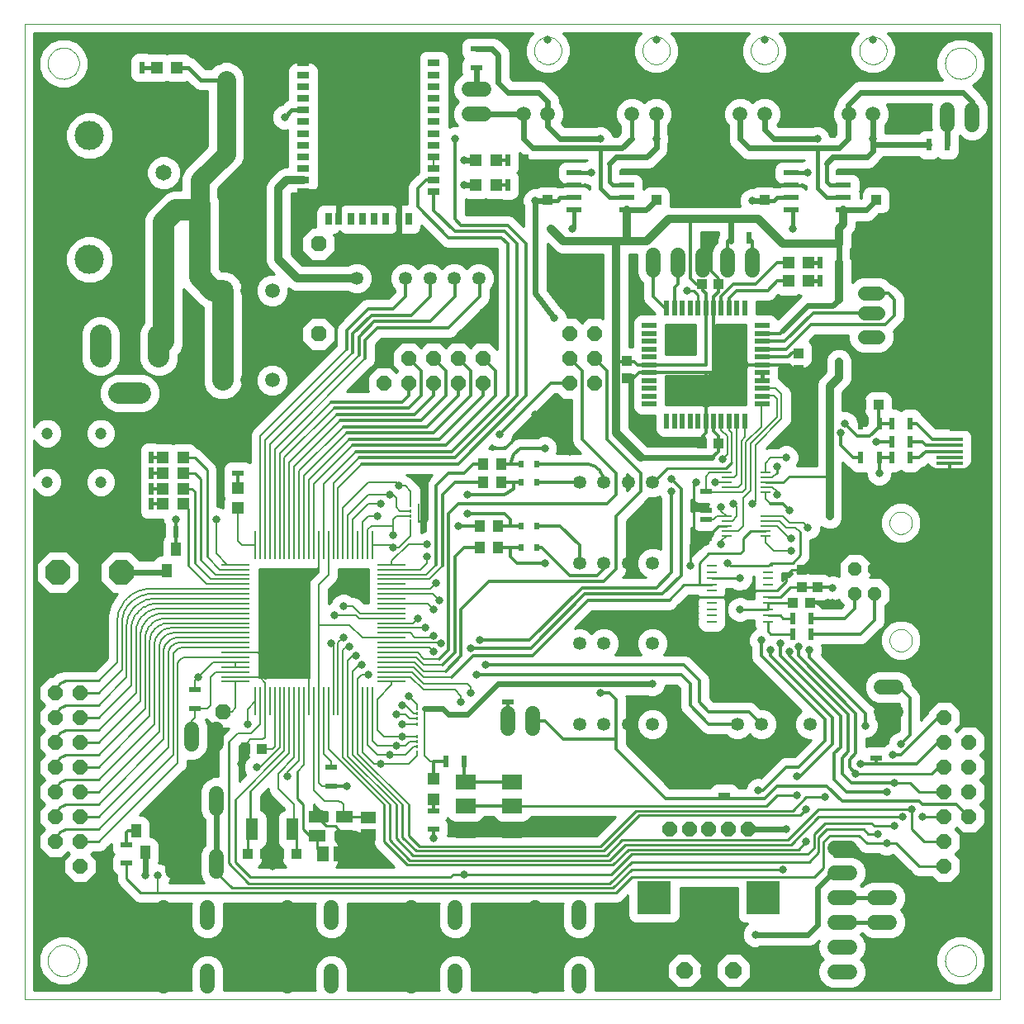
<source format=gtl>
G75*
G70*
%OFA0B0*%
%FSLAX24Y24*%
%IPPOS*%
%LPD*%
%AMOC8*
5,1,8,0,0,1.08239X$1,22.5*
%
%ADD10C,0.0000*%
%ADD11R,0.0059X0.1181*%
%ADD12R,0.1181X0.0059*%
%ADD13R,0.0413X0.0425*%
%ADD14R,0.0512X0.0236*%
%ADD15OC8,0.0591*%
%ADD16C,0.0600*%
%ADD17R,0.0512X0.0866*%
%ADD18R,0.0610X0.0236*%
%ADD19R,0.0236X0.0512*%
%ADD20R,0.0425X0.0413*%
%ADD21C,0.0531*%
%ADD22R,0.0236X0.0315*%
%ADD23OC8,0.0660*%
%ADD24R,0.1378X0.1378*%
%ADD25R,0.0315X0.0512*%
%ADD26R,0.0512X0.0315*%
%ADD27OC8,0.1000*%
%ADD28R,0.0394X0.0551*%
%ADD29C,0.0591*%
%ADD30R,0.0630X0.1063*%
%ADD31C,0.0472*%
%ADD32R,0.0410X0.0100*%
%ADD33R,0.0433X0.0512*%
%ADD34R,0.0472X0.0472*%
%ADD35C,0.0860*%
%ADD36OC8,0.0630*%
%ADD37R,0.0591X0.0197*%
%ADD38R,0.0197X0.0591*%
%ADD39C,0.0561*%
%ADD40C,0.1306*%
%ADD41R,0.0079X0.0118*%
%ADD42R,0.0079X0.0157*%
%ADD43OC8,0.0561*%
%ADD44R,0.0394X0.0087*%
%ADD45R,0.0787X0.0591*%
%ADD46C,0.0650*%
%ADD47C,0.1181*%
%ADD48OC8,0.0600*%
%ADD49R,0.1063X0.0157*%
%ADD50R,0.0787X0.0827*%
%ADD51R,0.0748X0.0610*%
%ADD52R,0.0709X0.0472*%
%ADD53R,0.0512X0.0591*%
%ADD54R,0.0591X0.0512*%
%ADD55R,0.0394X0.0433*%
%ADD56C,0.0079*%
%ADD57C,0.0120*%
%ADD58C,0.0240*%
%ADD59C,0.0320*%
%ADD60C,0.0160*%
%ADD61C,0.0317*%
%ADD62C,0.0100*%
%ADD63C,0.0400*%
%ADD64C,0.0760*%
%ADD65C,0.0560*%
D10*
X002853Y000150D02*
X002853Y039520D01*
X042223Y039520D01*
X042223Y000150D01*
X002853Y000150D01*
X003798Y001725D02*
X003800Y001775D01*
X003806Y001825D01*
X003816Y001874D01*
X003830Y001922D01*
X003847Y001969D01*
X003868Y002014D01*
X003893Y002058D01*
X003921Y002099D01*
X003953Y002138D01*
X003987Y002175D01*
X004024Y002209D01*
X004064Y002239D01*
X004106Y002266D01*
X004150Y002290D01*
X004196Y002311D01*
X004243Y002327D01*
X004291Y002340D01*
X004341Y002349D01*
X004390Y002354D01*
X004441Y002355D01*
X004491Y002352D01*
X004540Y002345D01*
X004589Y002334D01*
X004637Y002319D01*
X004683Y002301D01*
X004728Y002279D01*
X004771Y002253D01*
X004812Y002224D01*
X004851Y002192D01*
X004887Y002157D01*
X004919Y002119D01*
X004949Y002079D01*
X004976Y002036D01*
X004999Y001992D01*
X005018Y001946D01*
X005034Y001898D01*
X005046Y001849D01*
X005054Y001800D01*
X005058Y001750D01*
X005058Y001700D01*
X005054Y001650D01*
X005046Y001601D01*
X005034Y001552D01*
X005018Y001504D01*
X004999Y001458D01*
X004976Y001414D01*
X004949Y001371D01*
X004919Y001331D01*
X004887Y001293D01*
X004851Y001258D01*
X004812Y001226D01*
X004771Y001197D01*
X004728Y001171D01*
X004683Y001149D01*
X004637Y001131D01*
X004589Y001116D01*
X004540Y001105D01*
X004491Y001098D01*
X004441Y001095D01*
X004390Y001096D01*
X004341Y001101D01*
X004291Y001110D01*
X004243Y001123D01*
X004196Y001139D01*
X004150Y001160D01*
X004106Y001184D01*
X004064Y001211D01*
X004024Y001241D01*
X003987Y001275D01*
X003953Y001312D01*
X003921Y001351D01*
X003893Y001392D01*
X003868Y001436D01*
X003847Y001481D01*
X003830Y001528D01*
X003816Y001576D01*
X003806Y001625D01*
X003800Y001675D01*
X003798Y001725D01*
X037775Y014655D02*
X037777Y014697D01*
X037783Y014739D01*
X037793Y014781D01*
X037806Y014821D01*
X037824Y014860D01*
X037845Y014897D01*
X037869Y014931D01*
X037897Y014964D01*
X037927Y014994D01*
X037960Y015020D01*
X037995Y015044D01*
X038033Y015064D01*
X038072Y015080D01*
X038112Y015093D01*
X038154Y015102D01*
X038196Y015107D01*
X038239Y015108D01*
X038281Y015105D01*
X038323Y015098D01*
X038364Y015087D01*
X038404Y015072D01*
X038442Y015054D01*
X038479Y015032D01*
X038513Y015007D01*
X038545Y014979D01*
X038573Y014948D01*
X038599Y014914D01*
X038622Y014878D01*
X038641Y014841D01*
X038657Y014801D01*
X038669Y014760D01*
X038677Y014719D01*
X038681Y014676D01*
X038681Y014634D01*
X038677Y014591D01*
X038669Y014550D01*
X038657Y014509D01*
X038641Y014469D01*
X038622Y014432D01*
X038599Y014396D01*
X038573Y014362D01*
X038545Y014331D01*
X038513Y014303D01*
X038479Y014278D01*
X038442Y014256D01*
X038404Y014238D01*
X038364Y014223D01*
X038323Y014212D01*
X038281Y014205D01*
X038239Y014202D01*
X038196Y014203D01*
X038154Y014208D01*
X038112Y014217D01*
X038072Y014230D01*
X038033Y014246D01*
X037995Y014266D01*
X037960Y014290D01*
X037927Y014316D01*
X037897Y014346D01*
X037869Y014379D01*
X037845Y014413D01*
X037824Y014450D01*
X037806Y014489D01*
X037793Y014529D01*
X037783Y014571D01*
X037777Y014613D01*
X037775Y014655D01*
X037775Y019395D02*
X037777Y019437D01*
X037783Y019479D01*
X037793Y019521D01*
X037806Y019561D01*
X037824Y019600D01*
X037845Y019637D01*
X037869Y019671D01*
X037897Y019704D01*
X037927Y019734D01*
X037960Y019760D01*
X037995Y019784D01*
X038033Y019804D01*
X038072Y019820D01*
X038112Y019833D01*
X038154Y019842D01*
X038196Y019847D01*
X038239Y019848D01*
X038281Y019845D01*
X038323Y019838D01*
X038364Y019827D01*
X038404Y019812D01*
X038442Y019794D01*
X038479Y019772D01*
X038513Y019747D01*
X038545Y019719D01*
X038573Y019688D01*
X038599Y019654D01*
X038622Y019618D01*
X038641Y019581D01*
X038657Y019541D01*
X038669Y019500D01*
X038677Y019459D01*
X038681Y019416D01*
X038681Y019374D01*
X038677Y019331D01*
X038669Y019290D01*
X038657Y019249D01*
X038641Y019209D01*
X038622Y019172D01*
X038599Y019136D01*
X038573Y019102D01*
X038545Y019071D01*
X038513Y019043D01*
X038479Y019018D01*
X038442Y018996D01*
X038404Y018978D01*
X038364Y018963D01*
X038323Y018952D01*
X038281Y018945D01*
X038239Y018942D01*
X038196Y018943D01*
X038154Y018948D01*
X038112Y018957D01*
X038072Y018970D01*
X038033Y018986D01*
X037995Y019006D01*
X037960Y019030D01*
X037927Y019056D01*
X037897Y019086D01*
X037869Y019119D01*
X037845Y019153D01*
X037824Y019190D01*
X037806Y019229D01*
X037793Y019269D01*
X037783Y019311D01*
X037777Y019353D01*
X037775Y019395D01*
X040018Y001725D02*
X040020Y001775D01*
X040026Y001825D01*
X040036Y001874D01*
X040050Y001922D01*
X040067Y001969D01*
X040088Y002014D01*
X040113Y002058D01*
X040141Y002099D01*
X040173Y002138D01*
X040207Y002175D01*
X040244Y002209D01*
X040284Y002239D01*
X040326Y002266D01*
X040370Y002290D01*
X040416Y002311D01*
X040463Y002327D01*
X040511Y002340D01*
X040561Y002349D01*
X040610Y002354D01*
X040661Y002355D01*
X040711Y002352D01*
X040760Y002345D01*
X040809Y002334D01*
X040857Y002319D01*
X040903Y002301D01*
X040948Y002279D01*
X040991Y002253D01*
X041032Y002224D01*
X041071Y002192D01*
X041107Y002157D01*
X041139Y002119D01*
X041169Y002079D01*
X041196Y002036D01*
X041219Y001992D01*
X041238Y001946D01*
X041254Y001898D01*
X041266Y001849D01*
X041274Y001800D01*
X041278Y001750D01*
X041278Y001700D01*
X041274Y001650D01*
X041266Y001601D01*
X041254Y001552D01*
X041238Y001504D01*
X041219Y001458D01*
X041196Y001414D01*
X041169Y001371D01*
X041139Y001331D01*
X041107Y001293D01*
X041071Y001258D01*
X041032Y001226D01*
X040991Y001197D01*
X040948Y001171D01*
X040903Y001149D01*
X040857Y001131D01*
X040809Y001116D01*
X040760Y001105D01*
X040711Y001098D01*
X040661Y001095D01*
X040610Y001096D01*
X040561Y001101D01*
X040511Y001110D01*
X040463Y001123D01*
X040416Y001139D01*
X040370Y001160D01*
X040326Y001184D01*
X040284Y001211D01*
X040244Y001241D01*
X040207Y001275D01*
X040173Y001312D01*
X040141Y001351D01*
X040113Y001392D01*
X040088Y001436D01*
X040067Y001481D01*
X040050Y001528D01*
X040036Y001576D01*
X040026Y001625D01*
X040020Y001675D01*
X040018Y001725D01*
X040018Y037945D02*
X040020Y037995D01*
X040026Y038045D01*
X040036Y038094D01*
X040050Y038142D01*
X040067Y038189D01*
X040088Y038234D01*
X040113Y038278D01*
X040141Y038319D01*
X040173Y038358D01*
X040207Y038395D01*
X040244Y038429D01*
X040284Y038459D01*
X040326Y038486D01*
X040370Y038510D01*
X040416Y038531D01*
X040463Y038547D01*
X040511Y038560D01*
X040561Y038569D01*
X040610Y038574D01*
X040661Y038575D01*
X040711Y038572D01*
X040760Y038565D01*
X040809Y038554D01*
X040857Y038539D01*
X040903Y038521D01*
X040948Y038499D01*
X040991Y038473D01*
X041032Y038444D01*
X041071Y038412D01*
X041107Y038377D01*
X041139Y038339D01*
X041169Y038299D01*
X041196Y038256D01*
X041219Y038212D01*
X041238Y038166D01*
X041254Y038118D01*
X041266Y038069D01*
X041274Y038020D01*
X041278Y037970D01*
X041278Y037920D01*
X041274Y037870D01*
X041266Y037821D01*
X041254Y037772D01*
X041238Y037724D01*
X041219Y037678D01*
X041196Y037634D01*
X041169Y037591D01*
X041139Y037551D01*
X041107Y037513D01*
X041071Y037478D01*
X041032Y037446D01*
X040991Y037417D01*
X040948Y037391D01*
X040903Y037369D01*
X040857Y037351D01*
X040809Y037336D01*
X040760Y037325D01*
X040711Y037318D01*
X040661Y037315D01*
X040610Y037316D01*
X040561Y037321D01*
X040511Y037330D01*
X040463Y037343D01*
X040416Y037359D01*
X040370Y037380D01*
X040326Y037404D01*
X040284Y037431D01*
X040244Y037461D01*
X040207Y037495D01*
X040173Y037532D01*
X040141Y037571D01*
X040113Y037612D01*
X040088Y037656D01*
X040067Y037701D01*
X040050Y037748D01*
X040036Y037796D01*
X040026Y037845D01*
X040020Y037895D01*
X040018Y037945D01*
X036552Y038459D02*
X036554Y038506D01*
X036560Y038552D01*
X036570Y038598D01*
X036583Y038643D01*
X036601Y038686D01*
X036622Y038728D01*
X036646Y038768D01*
X036674Y038805D01*
X036705Y038840D01*
X036739Y038873D01*
X036775Y038902D01*
X036814Y038928D01*
X036855Y038951D01*
X036898Y038970D01*
X036942Y038986D01*
X036987Y038998D01*
X037033Y039006D01*
X037080Y039010D01*
X037126Y039010D01*
X037173Y039006D01*
X037219Y038998D01*
X037264Y038986D01*
X037308Y038970D01*
X037351Y038951D01*
X037392Y038928D01*
X037431Y038902D01*
X037467Y038873D01*
X037501Y038840D01*
X037532Y038805D01*
X037560Y038768D01*
X037584Y038728D01*
X037605Y038686D01*
X037623Y038643D01*
X037636Y038598D01*
X037646Y038552D01*
X037652Y038506D01*
X037654Y038459D01*
X037652Y038412D01*
X037646Y038366D01*
X037636Y038320D01*
X037623Y038275D01*
X037605Y038232D01*
X037584Y038190D01*
X037560Y038150D01*
X037532Y038113D01*
X037501Y038078D01*
X037467Y038045D01*
X037431Y038016D01*
X037392Y037990D01*
X037351Y037967D01*
X037308Y037948D01*
X037264Y037932D01*
X037219Y037920D01*
X037173Y037912D01*
X037126Y037908D01*
X037080Y037908D01*
X037033Y037912D01*
X036987Y037920D01*
X036942Y037932D01*
X036898Y037948D01*
X036855Y037967D01*
X036814Y037990D01*
X036775Y038016D01*
X036739Y038045D01*
X036705Y038078D01*
X036674Y038113D01*
X036646Y038150D01*
X036622Y038190D01*
X036601Y038232D01*
X036583Y038275D01*
X036570Y038320D01*
X036560Y038366D01*
X036554Y038412D01*
X036552Y038459D01*
X032177Y038459D02*
X032179Y038506D01*
X032185Y038552D01*
X032195Y038598D01*
X032208Y038643D01*
X032226Y038686D01*
X032247Y038728D01*
X032271Y038768D01*
X032299Y038805D01*
X032330Y038840D01*
X032364Y038873D01*
X032400Y038902D01*
X032439Y038928D01*
X032480Y038951D01*
X032523Y038970D01*
X032567Y038986D01*
X032612Y038998D01*
X032658Y039006D01*
X032705Y039010D01*
X032751Y039010D01*
X032798Y039006D01*
X032844Y038998D01*
X032889Y038986D01*
X032933Y038970D01*
X032976Y038951D01*
X033017Y038928D01*
X033056Y038902D01*
X033092Y038873D01*
X033126Y038840D01*
X033157Y038805D01*
X033185Y038768D01*
X033209Y038728D01*
X033230Y038686D01*
X033248Y038643D01*
X033261Y038598D01*
X033271Y038552D01*
X033277Y038506D01*
X033279Y038459D01*
X033277Y038412D01*
X033271Y038366D01*
X033261Y038320D01*
X033248Y038275D01*
X033230Y038232D01*
X033209Y038190D01*
X033185Y038150D01*
X033157Y038113D01*
X033126Y038078D01*
X033092Y038045D01*
X033056Y038016D01*
X033017Y037990D01*
X032976Y037967D01*
X032933Y037948D01*
X032889Y037932D01*
X032844Y037920D01*
X032798Y037912D01*
X032751Y037908D01*
X032705Y037908D01*
X032658Y037912D01*
X032612Y037920D01*
X032567Y037932D01*
X032523Y037948D01*
X032480Y037967D01*
X032439Y037990D01*
X032400Y038016D01*
X032364Y038045D01*
X032330Y038078D01*
X032299Y038113D01*
X032271Y038150D01*
X032247Y038190D01*
X032226Y038232D01*
X032208Y038275D01*
X032195Y038320D01*
X032185Y038366D01*
X032179Y038412D01*
X032177Y038459D01*
X027802Y038459D02*
X027804Y038506D01*
X027810Y038552D01*
X027820Y038598D01*
X027833Y038643D01*
X027851Y038686D01*
X027872Y038728D01*
X027896Y038768D01*
X027924Y038805D01*
X027955Y038840D01*
X027989Y038873D01*
X028025Y038902D01*
X028064Y038928D01*
X028105Y038951D01*
X028148Y038970D01*
X028192Y038986D01*
X028237Y038998D01*
X028283Y039006D01*
X028330Y039010D01*
X028376Y039010D01*
X028423Y039006D01*
X028469Y038998D01*
X028514Y038986D01*
X028558Y038970D01*
X028601Y038951D01*
X028642Y038928D01*
X028681Y038902D01*
X028717Y038873D01*
X028751Y038840D01*
X028782Y038805D01*
X028810Y038768D01*
X028834Y038728D01*
X028855Y038686D01*
X028873Y038643D01*
X028886Y038598D01*
X028896Y038552D01*
X028902Y038506D01*
X028904Y038459D01*
X028902Y038412D01*
X028896Y038366D01*
X028886Y038320D01*
X028873Y038275D01*
X028855Y038232D01*
X028834Y038190D01*
X028810Y038150D01*
X028782Y038113D01*
X028751Y038078D01*
X028717Y038045D01*
X028681Y038016D01*
X028642Y037990D01*
X028601Y037967D01*
X028558Y037948D01*
X028514Y037932D01*
X028469Y037920D01*
X028423Y037912D01*
X028376Y037908D01*
X028330Y037908D01*
X028283Y037912D01*
X028237Y037920D01*
X028192Y037932D01*
X028148Y037948D01*
X028105Y037967D01*
X028064Y037990D01*
X028025Y038016D01*
X027989Y038045D01*
X027955Y038078D01*
X027924Y038113D01*
X027896Y038150D01*
X027872Y038190D01*
X027851Y038232D01*
X027833Y038275D01*
X027820Y038320D01*
X027810Y038366D01*
X027804Y038412D01*
X027802Y038459D01*
X023427Y038459D02*
X023429Y038506D01*
X023435Y038552D01*
X023445Y038598D01*
X023458Y038643D01*
X023476Y038686D01*
X023497Y038728D01*
X023521Y038768D01*
X023549Y038805D01*
X023580Y038840D01*
X023614Y038873D01*
X023650Y038902D01*
X023689Y038928D01*
X023730Y038951D01*
X023773Y038970D01*
X023817Y038986D01*
X023862Y038998D01*
X023908Y039006D01*
X023955Y039010D01*
X024001Y039010D01*
X024048Y039006D01*
X024094Y038998D01*
X024139Y038986D01*
X024183Y038970D01*
X024226Y038951D01*
X024267Y038928D01*
X024306Y038902D01*
X024342Y038873D01*
X024376Y038840D01*
X024407Y038805D01*
X024435Y038768D01*
X024459Y038728D01*
X024480Y038686D01*
X024498Y038643D01*
X024511Y038598D01*
X024521Y038552D01*
X024527Y038506D01*
X024529Y038459D01*
X024527Y038412D01*
X024521Y038366D01*
X024511Y038320D01*
X024498Y038275D01*
X024480Y038232D01*
X024459Y038190D01*
X024435Y038150D01*
X024407Y038113D01*
X024376Y038078D01*
X024342Y038045D01*
X024306Y038016D01*
X024267Y037990D01*
X024226Y037967D01*
X024183Y037948D01*
X024139Y037932D01*
X024094Y037920D01*
X024048Y037912D01*
X024001Y037908D01*
X023955Y037908D01*
X023908Y037912D01*
X023862Y037920D01*
X023817Y037932D01*
X023773Y037948D01*
X023730Y037967D01*
X023689Y037990D01*
X023650Y038016D01*
X023614Y038045D01*
X023580Y038078D01*
X023549Y038113D01*
X023521Y038150D01*
X023497Y038190D01*
X023476Y038232D01*
X023458Y038275D01*
X023445Y038320D01*
X023435Y038366D01*
X023429Y038412D01*
X023427Y038459D01*
X003798Y037945D02*
X003800Y037995D01*
X003806Y038045D01*
X003816Y038094D01*
X003830Y038142D01*
X003847Y038189D01*
X003868Y038234D01*
X003893Y038278D01*
X003921Y038319D01*
X003953Y038358D01*
X003987Y038395D01*
X004024Y038429D01*
X004064Y038459D01*
X004106Y038486D01*
X004150Y038510D01*
X004196Y038531D01*
X004243Y038547D01*
X004291Y038560D01*
X004341Y038569D01*
X004390Y038574D01*
X004441Y038575D01*
X004491Y038572D01*
X004540Y038565D01*
X004589Y038554D01*
X004637Y038539D01*
X004683Y038521D01*
X004728Y038499D01*
X004771Y038473D01*
X004812Y038444D01*
X004851Y038412D01*
X004887Y038377D01*
X004919Y038339D01*
X004949Y038299D01*
X004976Y038256D01*
X004999Y038212D01*
X005018Y038166D01*
X005034Y038118D01*
X005046Y038069D01*
X005054Y038020D01*
X005058Y037970D01*
X005058Y037920D01*
X005054Y037870D01*
X005046Y037821D01*
X005034Y037772D01*
X005018Y037724D01*
X004999Y037678D01*
X004976Y037634D01*
X004949Y037591D01*
X004919Y037551D01*
X004887Y037513D01*
X004851Y037478D01*
X004812Y037446D01*
X004771Y037417D01*
X004728Y037391D01*
X004683Y037369D01*
X004637Y037351D01*
X004589Y037336D01*
X004540Y037325D01*
X004491Y037318D01*
X004441Y037315D01*
X004390Y037316D01*
X004341Y037321D01*
X004291Y037330D01*
X004243Y037343D01*
X004196Y037359D01*
X004150Y037380D01*
X004106Y037404D01*
X004064Y037431D01*
X004024Y037461D01*
X003987Y037495D01*
X003953Y037532D01*
X003921Y037571D01*
X003893Y037612D01*
X003868Y037656D01*
X003847Y037701D01*
X003830Y037748D01*
X003816Y037796D01*
X003806Y037845D01*
X003800Y037895D01*
X003798Y037945D01*
D11*
X012169Y018496D03*
X012366Y018496D03*
X012563Y018496D03*
X012759Y018496D03*
X012956Y018496D03*
X013153Y018496D03*
X013350Y018496D03*
X013547Y018496D03*
X013744Y018496D03*
X013941Y018496D03*
X014137Y018496D03*
X014334Y018496D03*
X014531Y018496D03*
X014728Y018496D03*
X014925Y018496D03*
X015122Y018496D03*
X015319Y018496D03*
X015515Y018496D03*
X015712Y018496D03*
X015909Y018496D03*
X016106Y018496D03*
X016303Y018496D03*
X016500Y018496D03*
X016696Y018496D03*
X016893Y018496D03*
X016893Y012197D03*
X016696Y012197D03*
X016500Y012197D03*
X016303Y012197D03*
X016106Y012197D03*
X015909Y012197D03*
X015712Y012197D03*
X015515Y012197D03*
X015319Y012197D03*
X015122Y012197D03*
X014925Y012197D03*
X014728Y012197D03*
X014531Y012197D03*
X014334Y012197D03*
X014137Y012197D03*
X013941Y012197D03*
X013744Y012197D03*
X013547Y012197D03*
X013350Y012197D03*
X013153Y012197D03*
X012956Y012197D03*
X012759Y012197D03*
X012563Y012197D03*
X012366Y012197D03*
X012169Y012197D03*
D12*
X011381Y012985D03*
X011381Y013181D03*
X011381Y013378D03*
X011381Y013575D03*
X011381Y013772D03*
X011381Y013969D03*
X011381Y014166D03*
X011381Y014363D03*
X011381Y014559D03*
X011381Y014756D03*
X011381Y014953D03*
X011381Y015150D03*
X011381Y015347D03*
X011381Y015544D03*
X011381Y015741D03*
X011381Y015937D03*
X011381Y016134D03*
X011381Y016331D03*
X011381Y016528D03*
X011381Y016725D03*
X011381Y016922D03*
X011381Y017119D03*
X011381Y017315D03*
X011381Y017512D03*
X011381Y017709D03*
X017681Y017709D03*
X017681Y017512D03*
X017681Y017315D03*
X017681Y017119D03*
X017681Y016922D03*
X017681Y016725D03*
X017681Y016528D03*
X017681Y016331D03*
X017681Y016134D03*
X017681Y015937D03*
X017681Y015741D03*
X017681Y015544D03*
X017681Y015347D03*
X017681Y015150D03*
X017681Y014953D03*
X017681Y014756D03*
X017681Y014559D03*
X017681Y014363D03*
X017681Y014166D03*
X017681Y013969D03*
X017681Y013772D03*
X017681Y013575D03*
X017681Y013378D03*
X017681Y013181D03*
X017681Y012985D03*
D13*
X012447Y010275D03*
X011758Y010275D03*
X011883Y006025D03*
X012572Y006025D03*
X013133Y006025D03*
X013822Y006025D03*
X030196Y022588D03*
X030885Y022588D03*
X036633Y024150D03*
X037322Y024150D03*
X030885Y029025D03*
X030196Y029025D03*
X033883Y016150D03*
X034572Y016150D03*
D14*
X030353Y018776D03*
X030353Y019524D03*
X030353Y019901D03*
X030353Y020649D03*
X022353Y012899D03*
X022353Y012151D03*
X019353Y007774D03*
X019353Y007026D03*
X015228Y008776D03*
X015228Y009524D03*
X009728Y011901D03*
X009728Y012649D03*
X006978Y006399D03*
X006978Y005651D03*
X011478Y021401D03*
X011478Y022149D03*
X021103Y037776D03*
X021103Y038524D03*
X037228Y010649D03*
X037228Y009901D03*
X031103Y009149D03*
X031103Y008401D03*
D15*
X031265Y007031D03*
X030478Y007031D03*
X029691Y007031D03*
X028903Y007031D03*
X032053Y007031D03*
X039978Y007525D03*
X040978Y007525D03*
X040978Y006525D03*
X039978Y006525D03*
X039978Y005525D03*
X040978Y005525D03*
X040978Y008525D03*
X039978Y008525D03*
X039978Y009525D03*
X040978Y009525D03*
X040978Y010525D03*
X039978Y010525D03*
X039978Y011525D03*
X040978Y011525D03*
X021353Y025025D03*
X021353Y026025D03*
X020353Y026025D03*
X020353Y025025D03*
X019353Y025025D03*
X019353Y026025D03*
X018353Y026025D03*
X018353Y025025D03*
X017353Y025025D03*
X017353Y026025D03*
X005103Y012525D03*
X005103Y011525D03*
X004103Y011525D03*
X004103Y012525D03*
X004103Y010525D03*
X005103Y010525D03*
X005103Y009525D03*
X004103Y009525D03*
X004103Y008525D03*
X005103Y008525D03*
X005103Y007525D03*
X005103Y006525D03*
X004103Y006525D03*
X004103Y007525D03*
X004103Y005525D03*
X005103Y005525D03*
D16*
X008463Y003855D02*
X008463Y003255D01*
X010243Y003255D02*
X010243Y003855D01*
X010618Y005320D02*
X010618Y005920D01*
X008838Y005920D02*
X008838Y005320D01*
X008838Y007880D02*
X008838Y008480D01*
X010618Y008480D02*
X010618Y007880D01*
X010603Y010475D02*
X010603Y011075D01*
X009603Y011075D02*
X009603Y010475D01*
X013463Y003855D02*
X013463Y003255D01*
X015243Y003255D02*
X015243Y003855D01*
X015243Y001295D02*
X015243Y000695D01*
X013463Y000695D02*
X013463Y001295D01*
X010243Y001295D02*
X010243Y000695D01*
X008463Y000695D02*
X008463Y001295D01*
X018463Y001295D02*
X018463Y000695D01*
X020243Y000695D02*
X020243Y001295D01*
X020243Y003255D02*
X020243Y003855D01*
X018463Y003855D02*
X018463Y003255D01*
X023463Y003255D02*
X023463Y003855D01*
X025243Y003855D02*
X025243Y003255D01*
X025243Y001295D02*
X025243Y000695D01*
X023463Y000695D02*
X023463Y001295D01*
X023353Y011100D02*
X023353Y011700D01*
X022353Y011700D02*
X022353Y011100D01*
X035553Y006275D02*
X036153Y006275D01*
X036153Y005275D02*
X035553Y005275D01*
X035553Y004275D02*
X036153Y004275D01*
X036153Y003275D02*
X035553Y003275D01*
X035553Y002275D02*
X036153Y002275D01*
X036153Y001275D02*
X035553Y001275D01*
X037178Y003275D02*
X037778Y003275D01*
X037778Y004275D02*
X037178Y004275D01*
X037428Y011775D02*
X038028Y011775D01*
X038028Y012775D02*
X037428Y012775D01*
X032228Y029600D02*
X032228Y030200D01*
X031228Y030200D02*
X031228Y029600D01*
X030228Y029600D02*
X030228Y030200D01*
X029228Y030200D02*
X029228Y029600D01*
X028228Y029600D02*
X028228Y030200D01*
X021403Y035900D02*
X020803Y035900D01*
X020803Y036900D02*
X021403Y036900D01*
X040103Y036075D02*
X040103Y035475D01*
X041103Y035475D02*
X041103Y036075D01*
D17*
X013680Y007025D03*
X012026Y007025D03*
D18*
X025040Y032025D03*
X025040Y032525D03*
X025040Y033025D03*
X025040Y033525D03*
X027166Y033525D03*
X027166Y033025D03*
X027166Y032525D03*
X027166Y032025D03*
X033790Y032025D03*
X033790Y032525D03*
X033790Y033025D03*
X033790Y033525D03*
X035916Y033525D03*
X035916Y033025D03*
X035916Y032525D03*
X035916Y032025D03*
D19*
X035727Y029900D03*
X034979Y029900D03*
X034979Y029150D03*
X035727Y029150D03*
X032102Y030900D03*
X031354Y030900D03*
X039354Y034650D03*
X040102Y034650D03*
X038602Y023400D03*
X037854Y023400D03*
X037352Y023400D03*
X036604Y023400D03*
X036604Y022025D03*
X037352Y022025D03*
X037854Y022025D03*
X037854Y022650D03*
X038602Y022650D03*
X038602Y022025D03*
X034602Y015525D03*
X033854Y015525D03*
X033854Y014900D03*
X034602Y014900D03*
X020602Y009775D03*
X019854Y009775D03*
X008977Y019025D03*
X008229Y019025D03*
X007977Y020150D03*
X007977Y020775D03*
X007977Y021400D03*
X007977Y022025D03*
X007229Y022025D03*
X007229Y021400D03*
X007229Y020775D03*
X007229Y020150D03*
X022354Y033025D03*
X023102Y033025D03*
X023102Y034025D03*
X022354Y034025D03*
X007602Y037775D03*
X006854Y037775D03*
D20*
X023978Y033119D03*
X023978Y032431D03*
X028353Y032431D03*
X028353Y033119D03*
X032728Y033119D03*
X032728Y032431D03*
X037228Y032431D03*
X037228Y033119D03*
X027165Y025932D03*
X027165Y025243D03*
X034853Y017494D03*
X034853Y016806D03*
D21*
X034579Y011275D03*
X033595Y011275D03*
X032611Y011275D03*
X031627Y011275D03*
X028204Y011275D03*
X027220Y011275D03*
X026236Y011275D03*
X025252Y011275D03*
X025252Y014525D03*
X026236Y014525D03*
X027220Y014525D03*
X028204Y014525D03*
X028204Y017775D03*
X027220Y017775D03*
X026236Y017775D03*
X025252Y017775D03*
X025252Y021025D03*
X026236Y021025D03*
X027220Y021025D03*
X028204Y021025D03*
X021189Y029275D03*
X020204Y029275D03*
X019220Y029275D03*
X018236Y029275D03*
X017252Y029275D03*
X016267Y029275D03*
X011970Y034275D03*
X010986Y034275D03*
X010986Y037275D03*
X011970Y037275D03*
D22*
X022913Y021775D03*
X023543Y021775D03*
X023543Y021025D03*
X022913Y021025D03*
X022913Y019275D03*
X023543Y019275D03*
X023543Y018400D03*
X022913Y018400D03*
D23*
X029494Y001322D03*
X030478Y001322D03*
X031462Y001322D03*
D24*
X032683Y004275D03*
X028273Y004275D03*
D25*
X018355Y031650D03*
X017961Y031650D03*
X017449Y031650D03*
X016977Y031650D03*
X016505Y031650D03*
X016032Y031650D03*
X015520Y031650D03*
X015127Y031650D03*
D26*
X014103Y032752D03*
X014103Y033225D03*
X014103Y033697D03*
X014103Y034170D03*
X014103Y034642D03*
X014103Y035115D03*
X014103Y035587D03*
X014103Y036059D03*
X014103Y036532D03*
X014103Y037004D03*
X014103Y037477D03*
X014103Y037949D03*
X019379Y037949D03*
X019379Y037477D03*
X019379Y037004D03*
X019379Y036532D03*
X019379Y036059D03*
X019379Y035587D03*
X019379Y035115D03*
X019379Y034642D03*
X019379Y034170D03*
X019379Y033697D03*
X019379Y033225D03*
X019379Y032752D03*
D27*
X006758Y017400D03*
X004198Y017400D03*
D28*
X008229Y018333D03*
X008977Y018333D03*
X008603Y017467D03*
X008102Y006958D03*
X007354Y006958D03*
X007728Y006092D03*
D29*
X010853Y025150D03*
X011853Y025150D03*
X012853Y025150D03*
X012853Y028775D03*
X011853Y028775D03*
X010853Y028775D03*
X022994Y035900D03*
X023978Y035900D03*
X024962Y035900D03*
X027369Y035900D03*
X028353Y035900D03*
X029337Y035900D03*
X031744Y035900D03*
X032728Y035900D03*
X033712Y035900D03*
X036119Y035900D03*
X037103Y035900D03*
X038087Y035900D03*
D30*
X011029Y032025D03*
X009927Y032025D03*
D31*
X005936Y023009D03*
X005936Y022025D03*
X005936Y021041D03*
X003770Y021041D03*
X003770Y022025D03*
X003770Y023009D03*
D32*
X030593Y017650D03*
X030593Y017400D03*
X030593Y017150D03*
X030593Y016900D03*
X030593Y016650D03*
X030593Y016400D03*
X030593Y016150D03*
X030593Y015900D03*
X030593Y015650D03*
X030593Y015400D03*
X032863Y015400D03*
X032863Y015650D03*
X032863Y015900D03*
X032863Y016150D03*
X032863Y016400D03*
X032863Y016650D03*
X032863Y016900D03*
X032863Y017150D03*
X032863Y017400D03*
X032863Y017650D03*
D33*
X022102Y021025D03*
X021354Y021025D03*
X021354Y021775D03*
X022102Y021775D03*
X021977Y019275D03*
X021229Y019275D03*
X021229Y018400D03*
X021977Y018400D03*
D34*
X019353Y009063D03*
X019353Y008237D03*
X011478Y019987D03*
X011478Y020813D03*
X009266Y020775D03*
X009266Y021400D03*
X009266Y022025D03*
X008440Y022025D03*
X008440Y021400D03*
X008440Y020775D03*
X008440Y020150D03*
X009266Y020150D03*
X021065Y033025D03*
X021891Y033025D03*
X021891Y034025D03*
X021065Y034025D03*
X009016Y037775D03*
X008190Y037775D03*
X033690Y029900D03*
X033690Y029150D03*
X034516Y029150D03*
X034516Y029900D03*
D35*
X010853Y028775D02*
X010853Y025150D01*
X008284Y026095D02*
X008284Y026955D01*
X008478Y026719D02*
X008478Y031525D01*
X008978Y032025D01*
X009927Y032025D01*
X009927Y032275D02*
X009927Y029326D01*
X010478Y028775D01*
X010853Y028775D01*
X008478Y026719D02*
X008284Y026525D01*
X007533Y024635D02*
X006673Y024635D01*
X005922Y026095D02*
X005922Y026955D01*
D36*
X011103Y023150D03*
X014728Y027025D03*
X014728Y030650D03*
X010853Y011775D03*
X006853Y002650D03*
D37*
X028069Y024200D03*
X028069Y024515D03*
X028069Y024830D03*
X028069Y025145D03*
X028069Y025460D03*
X028069Y025775D03*
X028069Y026090D03*
X028069Y026405D03*
X028069Y026720D03*
X028069Y027035D03*
X028069Y027350D03*
X032636Y027350D03*
X032636Y027035D03*
X032636Y026720D03*
X032636Y026405D03*
X032636Y026090D03*
X032636Y025775D03*
X032636Y025460D03*
X032636Y025145D03*
X032636Y024830D03*
X032636Y024515D03*
X032636Y024200D03*
D38*
X031928Y023492D03*
X031613Y023492D03*
X031298Y023492D03*
X030983Y023492D03*
X030668Y023492D03*
X030353Y023492D03*
X030038Y023492D03*
X029723Y023492D03*
X029408Y023492D03*
X029093Y023492D03*
X028778Y023492D03*
X028778Y028058D03*
X029093Y028058D03*
X029408Y028058D03*
X029723Y028058D03*
X030038Y028058D03*
X030353Y028058D03*
X030668Y028058D03*
X030983Y028058D03*
X031298Y028058D03*
X031613Y028058D03*
X031928Y028058D03*
D39*
X036756Y027881D02*
X037317Y027881D01*
X037317Y028669D02*
X036756Y028669D01*
X036756Y029653D02*
X037317Y029653D01*
X037317Y026897D02*
X036756Y026897D01*
D40*
X038103Y025688D03*
X038103Y030862D03*
D41*
X018760Y019873D03*
X018760Y019677D03*
X018445Y019677D03*
X018445Y019873D03*
X018695Y011686D03*
X018695Y011489D03*
X019010Y011489D03*
X019010Y011686D03*
X019010Y010561D03*
X019010Y010364D03*
X018695Y010364D03*
X018695Y010561D03*
D42*
X018695Y010777D03*
X019010Y010777D03*
X019010Y011273D03*
X018695Y011273D03*
X018695Y011902D03*
X019010Y011902D03*
X019010Y010148D03*
X018695Y010148D03*
X018760Y019460D03*
X018445Y019460D03*
X018445Y020090D03*
X018760Y020090D03*
D43*
X036374Y017517D03*
X037161Y017517D03*
X037161Y016533D03*
X036374Y016533D03*
D44*
X032765Y018881D03*
X032765Y019078D03*
X032765Y019275D03*
X032765Y019472D03*
X032765Y019669D03*
X032765Y020631D03*
X032765Y020828D03*
X032765Y021025D03*
X032765Y021222D03*
X032765Y021419D03*
X031191Y021419D03*
X031191Y021222D03*
X031191Y021025D03*
X031191Y020828D03*
X031191Y020631D03*
X031191Y019669D03*
X031191Y019472D03*
X031191Y019275D03*
X031191Y019078D03*
X031191Y018881D03*
D45*
X022548Y008947D03*
X022548Y007963D03*
X022548Y006978D03*
X020658Y006978D03*
X020658Y007963D03*
X020658Y008947D03*
D46*
X008478Y031525D03*
X008478Y033525D03*
D47*
X005478Y035025D03*
X005478Y030025D03*
D48*
X024853Y027025D03*
X025853Y027025D03*
X025853Y026025D03*
X025853Y025025D03*
X024853Y025025D03*
X024853Y026025D03*
D49*
X040196Y022767D03*
X040196Y022531D03*
X040196Y022275D03*
X040196Y022019D03*
X040196Y021783D03*
D50*
X040590Y021055D03*
X040590Y023495D03*
D51*
X041515Y023879D03*
X041515Y020671D03*
D52*
X015779Y007524D03*
X015779Y006776D03*
X014677Y006776D03*
X014677Y007524D03*
D53*
X014893Y006025D03*
X015563Y006025D03*
D54*
X016728Y006815D03*
X016728Y007485D03*
D55*
X034228Y016815D03*
X034228Y017485D03*
X034103Y025565D03*
X034103Y026235D03*
D56*
X033173Y024830D02*
X032636Y024830D01*
X032646Y024525D02*
X033103Y024525D01*
X033228Y024400D01*
X033228Y023650D01*
X032165Y022588D01*
X032165Y020713D01*
X031853Y020400D01*
X031853Y019275D01*
X031656Y019078D01*
X031191Y019078D01*
X031191Y018881D02*
X030978Y018669D01*
X030978Y018525D01*
X031191Y019472D02*
X031425Y019472D01*
X031603Y019650D01*
X031603Y020025D01*
X031478Y020150D01*
X030978Y020025D02*
X030978Y019881D01*
X031191Y019669D01*
X030809Y019669D01*
X030665Y019525D01*
X030354Y019525D01*
X030353Y019524D01*
X030498Y020631D02*
X031191Y020631D01*
X031834Y020631D01*
X031978Y020775D01*
X031978Y022650D01*
X032603Y023275D01*
X032603Y024167D01*
X032636Y024200D01*
X032636Y024515D02*
X032646Y024525D01*
X033173Y024830D02*
X033415Y024588D01*
X033415Y023588D01*
X032353Y022525D01*
X032353Y020275D01*
X032228Y020150D01*
X032765Y020363D02*
X032765Y020631D01*
X032765Y020828D02*
X033050Y020828D01*
X033228Y020650D01*
X033228Y020525D01*
X032978Y020150D02*
X032765Y020363D01*
X032765Y019669D02*
X033459Y019669D01*
X033728Y019400D01*
X034290Y019400D01*
X034478Y019213D01*
X034165Y019025D02*
X033978Y019213D01*
X033603Y019213D01*
X033344Y019472D01*
X032765Y019472D01*
X032765Y019275D02*
X033228Y019275D01*
X033728Y018775D01*
X033790Y018775D01*
X033790Y018275D02*
X033103Y018275D01*
X032765Y018613D01*
X032765Y018881D01*
X031656Y020828D02*
X031191Y020828D01*
X031191Y021025D02*
X030728Y021025D01*
X030353Y021275D02*
X030353Y020649D01*
X030498Y020631D01*
X030353Y021275D02*
X030497Y021419D01*
X031191Y021419D01*
X031191Y021222D02*
X031487Y021222D01*
X031603Y021338D01*
X031603Y022900D01*
X031613Y022953D01*
X031613Y023492D01*
X031928Y023492D02*
X031928Y022850D01*
X031790Y022713D01*
X031790Y020963D01*
X031656Y020828D01*
X031415Y021838D02*
X031415Y023025D01*
X031298Y023143D01*
X031298Y023492D01*
X030983Y023492D02*
X030983Y023145D01*
X031228Y022900D01*
X031228Y022150D01*
X031040Y021963D01*
X032765Y021812D02*
X032765Y021419D01*
X032765Y021222D02*
X033050Y021222D01*
X033228Y021400D01*
X032765Y021812D02*
X032978Y022025D01*
X033603Y022025D01*
X020853Y012775D02*
X020853Y012525D01*
X020853Y012775D02*
X020728Y012900D01*
X018978Y012900D01*
X018500Y013378D01*
X017681Y013378D01*
X017681Y013181D02*
X018446Y013181D01*
X018978Y012650D01*
X020228Y012650D01*
X020478Y012400D01*
X020478Y012150D01*
X020103Y013150D02*
X018978Y013150D01*
X018553Y013575D01*
X017681Y013575D01*
X017681Y013772D02*
X018606Y013772D01*
X018978Y013400D01*
X019853Y013400D01*
X019728Y013650D02*
X018978Y013650D01*
X018659Y013969D01*
X017681Y013969D01*
X017696Y014150D02*
X018728Y014150D01*
X018978Y013900D01*
X019603Y013900D01*
X019353Y014213D02*
X019203Y014363D01*
X017681Y014363D01*
X017681Y014559D02*
X019631Y014559D01*
X019665Y014525D01*
X019353Y014838D02*
X019290Y014775D01*
X018603Y014775D01*
X018425Y014953D01*
X017681Y014953D01*
X017681Y014756D02*
X016497Y014756D01*
X015978Y015275D01*
X014728Y015275D01*
X014728Y012197D01*
X014728Y008900D01*
X014853Y008775D01*
X015227Y008775D01*
X015228Y008776D01*
X015229Y008775D01*
X015353Y008775D01*
X015562Y008150D02*
X014978Y008150D01*
X014531Y008597D01*
X014531Y012197D01*
X014334Y012197D02*
X014334Y014150D01*
X014334Y017006D01*
X014728Y017400D01*
X014728Y018496D01*
X014925Y018496D02*
X014925Y020972D01*
X016228Y022275D01*
X016353Y022025D02*
X015319Y020991D01*
X015319Y018496D01*
X015515Y018496D02*
X015515Y020812D01*
X016478Y021775D01*
X016728Y021025D02*
X015712Y020009D01*
X015712Y018496D01*
X015909Y018496D02*
X015909Y019706D01*
X016728Y020525D01*
X017603Y020525D01*
X017728Y020525D01*
X017853Y020400D01*
X017853Y020025D01*
X018005Y019873D01*
X018445Y019873D01*
X018445Y019677D02*
X017880Y019677D01*
X017728Y019525D01*
X017728Y019275D01*
X016853Y019275D01*
X016696Y019119D01*
X016696Y018496D01*
X016500Y018496D02*
X016500Y019422D01*
X016728Y019650D01*
X017103Y019650D01*
X017228Y020150D02*
X016728Y020150D01*
X016106Y019528D01*
X016106Y018496D01*
X016893Y018496D02*
X017631Y018496D01*
X017728Y018400D01*
X017978Y018400D01*
X018445Y018868D01*
X018445Y019460D01*
X018760Y019460D02*
X018760Y019677D01*
X018760Y019873D01*
X018760Y020090D01*
X018445Y020090D02*
X018445Y020682D01*
X018228Y020900D01*
X017978Y020900D01*
X017853Y021025D01*
X016728Y021025D01*
X016103Y022525D02*
X014531Y020953D01*
X014531Y018496D01*
X014334Y018496D02*
X014334Y021131D01*
X015978Y022775D01*
X015853Y023025D02*
X014137Y021309D01*
X014137Y018496D01*
X013941Y018496D02*
X013941Y021488D01*
X015728Y023275D01*
X015603Y023525D02*
X013744Y021666D01*
X013744Y018496D01*
X013547Y018496D02*
X013547Y021844D01*
X015478Y023775D01*
X015353Y024025D02*
X013350Y022022D01*
X013350Y018496D01*
X013153Y018496D02*
X013153Y022200D01*
X015228Y024275D01*
X016603Y026025D02*
X012956Y022378D01*
X012956Y018496D01*
X012759Y018496D02*
X012759Y022556D01*
X016353Y026150D01*
X016103Y026275D02*
X012563Y022735D01*
X012563Y018496D01*
X012366Y018496D02*
X012366Y022913D01*
X015853Y026400D01*
X011478Y019987D02*
X011478Y018650D01*
X011631Y018496D01*
X012169Y018496D01*
X011381Y017709D02*
X011044Y017709D01*
X010603Y018150D01*
X010603Y019525D01*
X010228Y018025D02*
X010741Y017512D01*
X011381Y017512D01*
X011381Y017315D02*
X010563Y017315D01*
X009978Y017900D01*
X009728Y017775D02*
X010384Y017119D01*
X011381Y017119D01*
X011381Y016922D02*
X010206Y016922D01*
X009478Y017650D01*
X007978Y016725D02*
X011381Y016725D01*
X011381Y016528D02*
X007981Y016528D01*
X007978Y016725D02*
X007928Y016725D01*
X008097Y016331D02*
X011381Y016331D01*
X011381Y016134D02*
X008212Y016134D01*
X008328Y015937D02*
X011381Y015937D01*
X011381Y015741D02*
X008444Y015741D01*
X008559Y015544D02*
X011381Y015544D01*
X011381Y015347D02*
X008675Y015347D01*
X008790Y015150D02*
X011381Y015150D01*
X011381Y014953D02*
X008906Y014953D01*
X009022Y014756D02*
X011381Y014756D01*
X011381Y014559D02*
X009137Y014559D01*
X009253Y014363D02*
X011381Y014363D01*
X011381Y014166D02*
X012337Y014166D01*
X012353Y014150D01*
X012353Y013150D01*
X012321Y013181D01*
X011381Y013181D01*
X011381Y012985D02*
X011381Y011929D01*
X011228Y011775D01*
X010853Y011775D01*
X010353Y012025D02*
X010353Y013150D01*
X010581Y013378D01*
X011381Y013378D01*
X011381Y013575D02*
X011381Y013772D01*
X010475Y013772D01*
X009853Y013150D01*
X009728Y013025D01*
X009728Y012649D01*
X009728Y011901D02*
X009854Y011900D01*
X010228Y011900D01*
X010353Y012025D01*
X009728Y011901D02*
X009728Y011525D01*
X009603Y011400D01*
X009603Y010775D01*
X008665Y010338D02*
X008665Y014088D01*
X008478Y014213D02*
X008478Y010650D01*
X005853Y008025D01*
X005853Y007525D02*
X008665Y010338D01*
X008853Y010025D02*
X008853Y013963D01*
X008478Y014213D02*
X008480Y014258D01*
X008485Y014303D01*
X008495Y014347D01*
X008507Y014390D01*
X008524Y014432D01*
X008544Y014472D01*
X008567Y014511D01*
X008593Y014547D01*
X008622Y014581D01*
X008654Y014613D01*
X008688Y014642D01*
X008724Y014668D01*
X008763Y014691D01*
X008803Y014711D01*
X008845Y014728D01*
X008888Y014740D01*
X008932Y014750D01*
X008977Y014755D01*
X009022Y014757D01*
X008790Y015151D02*
X008739Y015149D01*
X008687Y015143D01*
X008637Y015134D01*
X008587Y015120D01*
X008539Y015103D01*
X008491Y015083D01*
X008446Y015059D01*
X008402Y015031D01*
X008361Y015001D01*
X008322Y014967D01*
X008286Y014931D01*
X008252Y014892D01*
X008222Y014851D01*
X008194Y014807D01*
X008170Y014762D01*
X008150Y014714D01*
X008133Y014666D01*
X008119Y014616D01*
X008110Y014566D01*
X008104Y014514D01*
X008102Y014463D01*
X008103Y014463D02*
X008103Y011275D01*
X005853Y009025D01*
X005853Y009525D02*
X007915Y011588D01*
X007915Y014588D01*
X007728Y014713D02*
X007728Y011900D01*
X005853Y010025D01*
X005853Y010525D02*
X007540Y012213D01*
X007540Y014838D01*
X007353Y014963D02*
X007353Y012525D01*
X005853Y011025D01*
X005853Y011525D02*
X007165Y012838D01*
X007165Y015088D01*
X006978Y015213D02*
X006978Y013150D01*
X005853Y012025D01*
X005853Y012525D02*
X006790Y013463D01*
X006790Y015338D01*
X006603Y015400D02*
X006603Y013775D01*
X005853Y013025D01*
X006978Y015213D02*
X006980Y015278D01*
X006986Y015343D01*
X006995Y015407D01*
X007008Y015471D01*
X007025Y015534D01*
X007045Y015596D01*
X007070Y015656D01*
X007097Y015715D01*
X007128Y015773D01*
X007162Y015828D01*
X007199Y015881D01*
X007240Y015932D01*
X007283Y015981D01*
X007329Y016027D01*
X007378Y016070D01*
X007429Y016111D01*
X007482Y016148D01*
X007538Y016182D01*
X007595Y016213D01*
X007654Y016240D01*
X007714Y016265D01*
X007776Y016285D01*
X007839Y016302D01*
X007903Y016315D01*
X007967Y016324D01*
X008032Y016330D01*
X008097Y016332D01*
X007978Y016725D02*
X007907Y016726D01*
X007836Y016723D01*
X007766Y016716D01*
X007695Y016705D01*
X007626Y016691D01*
X007557Y016673D01*
X007489Y016651D01*
X007423Y016626D01*
X007358Y016597D01*
X007295Y016564D01*
X007233Y016529D01*
X007174Y016490D01*
X007116Y016448D01*
X007061Y016403D01*
X007009Y016355D01*
X006959Y016304D01*
X006912Y016251D01*
X006868Y016195D01*
X006827Y016137D01*
X006789Y016077D01*
X006754Y016015D01*
X006723Y015951D01*
X006695Y015886D01*
X006671Y015819D01*
X006650Y015751D01*
X006633Y015682D01*
X006620Y015612D01*
X006611Y015542D01*
X006605Y015471D01*
X006603Y015400D01*
X006791Y015338D02*
X006793Y015405D01*
X006798Y015471D01*
X006808Y015537D01*
X006821Y015603D01*
X006838Y015667D01*
X006858Y015731D01*
X006882Y015793D01*
X006909Y015854D01*
X006939Y015914D01*
X006973Y015971D01*
X007010Y016027D01*
X007051Y016080D01*
X007094Y016131D01*
X007140Y016179D01*
X007188Y016225D01*
X007239Y016268D01*
X007292Y016309D01*
X007348Y016346D01*
X007405Y016380D01*
X007465Y016410D01*
X007526Y016437D01*
X007588Y016461D01*
X007652Y016481D01*
X007716Y016498D01*
X007782Y016511D01*
X007848Y016521D01*
X007914Y016526D01*
X007981Y016528D01*
X008212Y016135D02*
X008149Y016133D01*
X008086Y016127D01*
X008023Y016118D01*
X007961Y016105D01*
X007901Y016088D01*
X007841Y016067D01*
X007782Y016043D01*
X007725Y016015D01*
X007670Y015984D01*
X007617Y015950D01*
X007566Y015912D01*
X007518Y015872D01*
X007472Y015828D01*
X007428Y015782D01*
X007388Y015734D01*
X007350Y015683D01*
X007316Y015630D01*
X007285Y015575D01*
X007257Y015518D01*
X007233Y015459D01*
X007212Y015399D01*
X007195Y015339D01*
X007182Y015277D01*
X007173Y015214D01*
X007167Y015151D01*
X007165Y015088D01*
X007353Y014963D02*
X007355Y015024D01*
X007361Y015085D01*
X007370Y015146D01*
X007384Y015205D01*
X007401Y015264D01*
X007421Y015322D01*
X007446Y015378D01*
X007474Y015433D01*
X007505Y015485D01*
X007539Y015536D01*
X007577Y015584D01*
X007617Y015630D01*
X007661Y015674D01*
X007707Y015714D01*
X007755Y015752D01*
X007806Y015786D01*
X007858Y015817D01*
X007913Y015845D01*
X007969Y015870D01*
X008027Y015890D01*
X008086Y015907D01*
X008145Y015921D01*
X008206Y015930D01*
X008267Y015936D01*
X008328Y015938D01*
X008444Y015741D02*
X008385Y015739D01*
X008326Y015733D01*
X008268Y015724D01*
X008210Y015710D01*
X008154Y015693D01*
X008098Y015672D01*
X008045Y015648D01*
X007993Y015620D01*
X007942Y015589D01*
X007894Y015554D01*
X007849Y015517D01*
X007805Y015477D01*
X007765Y015433D01*
X007728Y015388D01*
X007693Y015340D01*
X007662Y015290D01*
X007634Y015237D01*
X007610Y015184D01*
X007589Y015128D01*
X007572Y015072D01*
X007558Y015014D01*
X007549Y014956D01*
X007543Y014897D01*
X007541Y014838D01*
X008290Y014338D02*
X008290Y010963D01*
X005853Y008525D01*
X005853Y007025D02*
X008853Y010025D01*
X009040Y009713D02*
X009040Y013650D01*
X009042Y013683D01*
X009047Y013716D01*
X009056Y013749D01*
X009068Y013780D01*
X009083Y013809D01*
X009101Y013838D01*
X009122Y013863D01*
X009146Y013887D01*
X009171Y013908D01*
X009200Y013926D01*
X009229Y013941D01*
X009260Y013953D01*
X009293Y013962D01*
X009326Y013967D01*
X009359Y013969D01*
X011381Y013969D01*
X012353Y014150D02*
X014334Y014150D01*
X015228Y014525D02*
X015319Y014434D01*
X015319Y012197D01*
X015515Y012197D02*
X015515Y014562D01*
X015728Y014775D01*
X015853Y014400D02*
X015712Y014259D01*
X015712Y012197D01*
X015712Y009916D01*
X017603Y008025D01*
X017853Y008025D02*
X015909Y009969D01*
X015909Y012197D01*
X015909Y013831D01*
X016103Y014025D01*
X016228Y014025D01*
X016353Y013650D02*
X016106Y013403D01*
X016106Y012522D01*
X016106Y012197D01*
X016106Y010022D01*
X018103Y008025D01*
X018353Y008025D02*
X016303Y010075D01*
X016303Y012197D01*
X016303Y013100D01*
X016478Y013275D01*
X016728Y013275D01*
X016478Y013650D02*
X016353Y013650D01*
X015978Y014400D02*
X015853Y014400D01*
X014728Y015275D02*
X014728Y016900D01*
X015122Y017294D01*
X015122Y018496D01*
X015728Y016025D02*
X016103Y016025D01*
X016387Y015741D01*
X017681Y015741D01*
X017681Y015544D02*
X016372Y015544D01*
X016228Y015650D01*
X015353Y015650D01*
X017681Y015347D02*
X018550Y015347D01*
X018728Y015525D01*
X019040Y015150D02*
X017681Y015150D01*
X017681Y016134D02*
X019119Y016134D01*
X019353Y015900D01*
X019603Y016275D02*
X019350Y016528D01*
X017681Y016528D01*
X017681Y016725D02*
X019240Y016725D01*
X019478Y016963D01*
X019196Y017119D02*
X017681Y017119D01*
X017681Y017315D02*
X019081Y017315D01*
X019478Y017713D01*
X019728Y017650D02*
X019196Y017119D01*
X018840Y017512D02*
X017681Y017512D01*
X017681Y017709D02*
X017681Y017853D01*
X018353Y018525D01*
X019103Y018525D01*
X019103Y018025D02*
X019103Y017775D01*
X018840Y017512D01*
X017728Y018900D02*
X017728Y019275D01*
X017681Y014166D02*
X017696Y014150D01*
X017681Y012985D02*
X017681Y012853D01*
X017103Y012275D01*
X017103Y011025D01*
X017353Y010775D01*
X018103Y010775D01*
X018105Y010777D01*
X018695Y010777D01*
X018695Y010561D02*
X018389Y010561D01*
X018228Y010400D01*
X017853Y010400D01*
X017103Y010400D01*
X016893Y010610D01*
X016893Y012197D01*
X016696Y012197D02*
X016696Y010431D01*
X017103Y010025D01*
X017603Y010025D01*
X018228Y010025D01*
X018567Y010364D01*
X018695Y010364D01*
X018695Y010148D02*
X018695Y009993D01*
X018353Y009650D01*
X017233Y009650D01*
X017230Y009648D01*
X017228Y009650D01*
X016978Y009650D01*
X016500Y010128D01*
X016500Y012197D01*
X016106Y012522D02*
X016103Y012525D01*
X015122Y012197D02*
X015122Y010256D01*
X017353Y008025D01*
X015757Y007546D02*
X015745Y007561D01*
X015736Y007579D01*
X015730Y007597D01*
X015728Y007617D01*
X015728Y008025D01*
X015632Y008121D01*
X015633Y008121D02*
X015618Y008133D01*
X015600Y008142D01*
X015582Y008148D01*
X015562Y008150D01*
X015757Y007546D02*
X015779Y007524D01*
X015228Y009524D02*
X015228Y009775D01*
X014925Y010078D01*
X014925Y012197D01*
X014137Y012197D02*
X014137Y009622D01*
X013853Y009338D01*
X013478Y009338D02*
X013941Y009800D01*
X013941Y012197D01*
X013744Y012197D02*
X013744Y009916D01*
X013103Y009275D01*
X013103Y008650D01*
X013728Y008025D01*
X013728Y007073D01*
X013680Y007025D01*
X011978Y008525D02*
X013547Y010094D01*
X013547Y012197D01*
X013350Y012197D02*
X013350Y010210D01*
X011353Y008213D01*
X012228Y009525D02*
X012353Y009525D01*
X013153Y010325D01*
X013153Y012197D01*
X012956Y012197D02*
X012956Y010378D01*
X012853Y010275D01*
X012447Y010275D01*
X012478Y010650D02*
X011978Y010650D01*
X011853Y010525D01*
X011853Y010431D01*
X011758Y010275D01*
X011991Y010900D02*
X011478Y010900D01*
X011103Y010525D01*
X011991Y010900D02*
X012366Y011275D01*
X012366Y012197D01*
X012563Y012197D02*
X012563Y012940D01*
X012353Y013150D01*
X012169Y012197D02*
X011853Y011881D01*
X011853Y011275D01*
X012478Y010650D02*
X012563Y010735D01*
X012563Y012197D01*
X013478Y009338D02*
X013478Y009150D01*
X017853Y011650D02*
X018228Y011650D01*
X018389Y011489D01*
X018695Y011489D01*
X018695Y011686D02*
X018570Y011686D01*
X018231Y012025D01*
X018103Y012025D01*
X018353Y012400D02*
X018695Y012057D01*
X018695Y011902D01*
X019010Y011902D02*
X019010Y011686D01*
X019010Y011489D01*
X019010Y011273D01*
X019010Y010777D01*
X019010Y010561D01*
X019010Y010364D01*
X019010Y010148D01*
X019010Y009993D01*
X019228Y009775D01*
X019353Y009775D01*
X018695Y011273D02*
X018105Y011273D01*
X018103Y011275D01*
X018568Y011275D02*
X018695Y011273D01*
X009253Y014363D02*
X009214Y014361D01*
X009175Y014355D01*
X009137Y014346D01*
X009100Y014333D01*
X009064Y014316D01*
X009031Y014296D01*
X008999Y014272D01*
X008970Y014246D01*
X008944Y014217D01*
X008920Y014185D01*
X008900Y014152D01*
X008883Y014116D01*
X008870Y014079D01*
X008861Y014041D01*
X008855Y014002D01*
X008853Y013963D01*
X008665Y014088D02*
X008667Y014129D01*
X008672Y014170D01*
X008681Y014210D01*
X008693Y014249D01*
X008709Y014287D01*
X008728Y014324D01*
X008750Y014359D01*
X008775Y014391D01*
X008803Y014422D01*
X008834Y014450D01*
X008866Y014475D01*
X008901Y014497D01*
X008938Y014516D01*
X008976Y014532D01*
X009015Y014544D01*
X009055Y014553D01*
X009096Y014558D01*
X009137Y014560D01*
X008906Y014954D02*
X008858Y014952D01*
X008810Y014946D01*
X008762Y014937D01*
X008716Y014924D01*
X008670Y014907D01*
X008626Y014887D01*
X008584Y014863D01*
X008544Y014836D01*
X008506Y014806D01*
X008470Y014774D01*
X008438Y014738D01*
X008408Y014700D01*
X008381Y014660D01*
X008357Y014618D01*
X008337Y014574D01*
X008320Y014528D01*
X008307Y014482D01*
X008298Y014434D01*
X008292Y014386D01*
X008290Y014338D01*
X007916Y014588D02*
X007918Y014642D01*
X007924Y014696D01*
X007933Y014749D01*
X007947Y014802D01*
X007964Y014853D01*
X007985Y014903D01*
X008009Y014952D01*
X008036Y014998D01*
X008067Y015043D01*
X008101Y015085D01*
X008138Y015125D01*
X008178Y015162D01*
X008220Y015196D01*
X008265Y015227D01*
X008311Y015254D01*
X008360Y015278D01*
X008410Y015299D01*
X008461Y015316D01*
X008514Y015330D01*
X008567Y015339D01*
X008621Y015345D01*
X008675Y015347D01*
X008559Y015544D02*
X008502Y015542D01*
X008446Y015536D01*
X008390Y015527D01*
X008335Y015513D01*
X008281Y015496D01*
X008228Y015475D01*
X008177Y015451D01*
X008127Y015423D01*
X008080Y015392D01*
X008035Y015358D01*
X007992Y015320D01*
X007952Y015280D01*
X007914Y015237D01*
X007880Y015192D01*
X007849Y015145D01*
X007821Y015095D01*
X007797Y015044D01*
X007776Y014991D01*
X007759Y014937D01*
X007745Y014882D01*
X007736Y014826D01*
X007730Y014770D01*
X007728Y014713D01*
X009040Y009713D02*
X005853Y006525D01*
X008228Y005150D02*
X008228Y004463D01*
X019379Y033697D02*
X019379Y034170D01*
D57*
X020228Y034900D02*
X020228Y031650D01*
X020478Y031400D01*
X022353Y031400D01*
X023103Y030650D01*
X023103Y024525D01*
X020353Y021775D01*
X016478Y021775D01*
X016353Y022025D02*
X020228Y022025D01*
X022728Y024525D01*
X022728Y030650D01*
X022228Y031150D01*
X020228Y031150D01*
X019379Y031999D01*
X019379Y032752D01*
X019353Y032727D01*
X019379Y033225D02*
X019053Y033225D01*
X018728Y032900D01*
X018728Y032150D01*
X019978Y030900D01*
X022103Y030900D01*
X022353Y030650D01*
X022353Y024525D01*
X020103Y022275D01*
X016228Y022275D01*
X016103Y022525D02*
X019853Y022525D01*
X021853Y024525D01*
X021853Y025525D01*
X021353Y026025D01*
X020853Y025525D02*
X020853Y024525D01*
X019353Y023025D01*
X015853Y023025D01*
X015978Y022775D02*
X019603Y022775D01*
X021353Y024525D01*
X021353Y025025D01*
X020853Y025525D02*
X020353Y026025D01*
X019853Y025525D02*
X019853Y024525D01*
X018853Y023525D01*
X015603Y023525D01*
X015728Y023275D02*
X019103Y023275D01*
X020353Y024525D01*
X020353Y025025D01*
X019853Y025525D02*
X019353Y026025D01*
X018853Y025525D02*
X018853Y024525D01*
X018353Y024025D01*
X015353Y024025D01*
X015478Y023775D02*
X018603Y023775D01*
X019353Y024525D01*
X019353Y025025D01*
X018853Y025525D02*
X018353Y026025D01*
X018353Y025025D02*
X018353Y024525D01*
X018103Y024275D01*
X015228Y024275D01*
X016603Y026025D02*
X016603Y026775D01*
X017103Y027275D01*
X019978Y027275D01*
X021228Y028525D01*
X021228Y029236D01*
X021189Y029275D01*
X020228Y029251D02*
X020228Y028525D01*
X019228Y027525D01*
X016978Y027525D01*
X016353Y026900D01*
X016353Y026150D01*
X016103Y026275D02*
X016103Y027025D01*
X016853Y027775D01*
X018478Y027775D01*
X019228Y028525D01*
X019228Y029267D01*
X019220Y029275D01*
X018236Y029275D02*
X018228Y029267D01*
X018228Y028525D01*
X017728Y028025D01*
X016728Y028025D01*
X015853Y027150D01*
X015853Y026400D01*
X020204Y029275D02*
X020228Y029251D01*
X021891Y033025D02*
X022354Y033025D01*
X023102Y033025D02*
X023102Y034025D01*
X022354Y034025D02*
X021891Y034025D01*
X023102Y033025D02*
X023353Y033025D01*
X023478Y033150D01*
X023947Y033150D01*
X023978Y033119D01*
X028228Y029900D02*
X028228Y028525D01*
X028694Y028058D01*
X028778Y028058D01*
X029093Y028058D02*
X029093Y028890D01*
X029228Y029025D01*
X029228Y029900D01*
X029728Y029275D02*
X029728Y031650D01*
X031228Y030774D02*
X031228Y029900D01*
X031228Y030774D02*
X031354Y030900D01*
X032102Y030900D02*
X032228Y030774D01*
X032228Y029900D01*
X032353Y029025D02*
X031478Y029025D01*
X030983Y028530D01*
X030983Y028058D01*
X031298Y028058D02*
X031298Y028470D01*
X031603Y028775D01*
X032853Y028775D01*
X033228Y029150D01*
X033690Y029150D01*
X033690Y029900D02*
X033228Y029900D01*
X032353Y029025D01*
X030885Y029025D02*
X030853Y028932D01*
X030853Y028713D01*
X030668Y028527D01*
X030668Y028058D01*
X030668Y025775D01*
X030668Y025460D01*
X030353Y025460D01*
X028069Y025460D01*
X027663Y025460D01*
X027478Y025275D01*
X027197Y025275D01*
X027165Y025243D01*
X027197Y025900D02*
X027478Y025900D01*
X027603Y025775D01*
X028069Y025775D01*
X030353Y025775D01*
X030353Y028058D01*
X030353Y028650D01*
X030228Y028775D01*
X030228Y028994D01*
X030197Y029025D01*
X029978Y029025D01*
X029728Y029275D01*
X030196Y029025D02*
X030228Y028994D01*
X032636Y027035D02*
X033363Y027035D01*
X033478Y027150D01*
X033548Y026720D02*
X032636Y026720D01*
X032636Y026405D02*
X033608Y026405D01*
X034603Y027400D01*
X037603Y027400D01*
X037978Y027775D01*
X037978Y028400D01*
X037728Y028650D01*
X037055Y028650D01*
X037036Y028669D01*
X037036Y027881D02*
X034709Y027881D01*
X033548Y026720D01*
X033853Y026275D02*
X033668Y026090D01*
X032636Y026090D01*
X032636Y025775D02*
X030668Y025775D01*
X030353Y025460D02*
X030353Y023492D01*
X030353Y023025D01*
X030228Y022900D01*
X030228Y022619D01*
X030196Y022588D01*
X030668Y023085D02*
X030668Y023492D01*
X030668Y023085D02*
X030853Y022900D01*
X030853Y022619D01*
X030885Y022588D01*
X030853Y022525D02*
X030853Y022275D01*
X030603Y022025D01*
X029353Y020775D02*
X028978Y021150D01*
X029353Y020775D02*
X029353Y017275D01*
X028603Y016525D01*
X025478Y016525D01*
X023290Y014338D01*
X020853Y014338D01*
X020978Y014025D02*
X023353Y014025D01*
X025603Y016275D01*
X028853Y016275D01*
X028353Y016775D02*
X028978Y017400D01*
X028978Y020650D01*
X027728Y020650D02*
X027728Y021400D01*
X026353Y022775D01*
X026353Y025525D01*
X025853Y026025D01*
X025353Y025525D02*
X024853Y026025D01*
X025353Y025525D02*
X025353Y022775D01*
X026728Y021400D01*
X026728Y020525D01*
X026353Y020150D01*
X020353Y020150D01*
X019978Y019775D01*
X019978Y014275D01*
X019603Y013900D01*
X019728Y013650D02*
X020228Y014150D01*
X020228Y018025D01*
X020603Y018400D01*
X021229Y018400D01*
X021977Y018400D02*
X022478Y018400D01*
X022478Y018025D01*
X022728Y017775D01*
X023853Y017775D01*
X023728Y018400D02*
X024853Y017275D01*
X025978Y017275D01*
X026236Y017533D01*
X026236Y017775D01*
X026728Y017525D02*
X026728Y019650D01*
X027728Y020650D01*
X026236Y021025D02*
X026234Y021079D01*
X026228Y021132D01*
X026219Y021184D01*
X026206Y021236D01*
X026189Y021287D01*
X026168Y021337D01*
X026144Y021384D01*
X026117Y021430D01*
X026086Y021474D01*
X026053Y021516D01*
X026016Y021555D01*
X025977Y021592D01*
X025935Y021625D01*
X025891Y021656D01*
X025845Y021683D01*
X025798Y021707D01*
X025748Y021728D01*
X025697Y021745D01*
X025645Y021758D01*
X025593Y021767D01*
X025540Y021773D01*
X025486Y021775D01*
X023543Y021775D01*
X022913Y021775D02*
X022478Y021775D01*
X022603Y022150D01*
X022853Y022400D01*
X023853Y022400D01*
X023543Y021025D02*
X025252Y021025D01*
X024478Y019275D02*
X023543Y019275D01*
X022913Y019275D02*
X022478Y019275D01*
X022478Y019525D01*
X022228Y019775D01*
X020728Y019775D01*
X020353Y019275D02*
X021229Y019275D01*
X021977Y019275D02*
X022478Y019275D01*
X022478Y018400D02*
X022913Y018400D01*
X023543Y018400D02*
X023728Y018400D01*
X024478Y019275D02*
X025252Y018501D01*
X025252Y017775D01*
X025353Y016775D02*
X028353Y016775D01*
X026728Y017525D02*
X026228Y017025D01*
X021603Y017025D01*
X020478Y015900D01*
X020478Y014025D01*
X019853Y013400D01*
X020103Y013150D02*
X020978Y014025D01*
X021478Y013650D02*
X029478Y013650D01*
X030103Y013025D01*
X030103Y012150D01*
X030478Y011775D01*
X032103Y011775D01*
X032603Y011275D01*
X032611Y011275D01*
X031627Y011275D02*
X030478Y011275D01*
X029728Y012025D01*
X029728Y012900D01*
X029353Y013275D01*
X021103Y013275D01*
X022353Y012899D02*
X022353Y012900D01*
X022353Y012151D02*
X022353Y011400D01*
X023353Y011400D02*
X023853Y011400D01*
X024603Y010650D01*
X026728Y010650D01*
X026728Y012275D01*
X026478Y012525D01*
X026103Y012525D01*
X026728Y010650D02*
X026728Y010275D01*
X028728Y008275D01*
X031103Y008275D01*
X032728Y008275D01*
X033228Y008775D01*
X035228Y008775D01*
X035853Y008150D01*
X038978Y008150D01*
X039103Y008025D01*
X040478Y008025D01*
X038853Y009650D02*
X037228Y009650D01*
X037228Y009901D01*
X037228Y009650D02*
X036603Y009650D01*
X036415Y009275D02*
X036165Y009525D01*
X036165Y009838D01*
X036415Y010088D01*
X036415Y011713D01*
X034103Y014025D01*
X034103Y014400D01*
X033728Y014213D02*
X033728Y014025D01*
X036103Y011650D01*
X036103Y010150D01*
X035853Y009900D01*
X035853Y009275D01*
X036228Y008900D01*
X037978Y008900D01*
X037665Y008525D02*
X036040Y008525D01*
X035540Y009025D01*
X035540Y010088D01*
X035790Y010338D01*
X035790Y011588D01*
X033353Y014025D01*
X033353Y014525D01*
X032978Y014275D02*
X032978Y014025D01*
X035478Y011525D01*
X035478Y010463D01*
X034165Y009150D01*
X034040Y009150D01*
X034103Y009525D02*
X033603Y009525D01*
X032665Y008588D01*
X032478Y008588D01*
X034103Y009525D02*
X035165Y010588D01*
X035165Y011463D01*
X032603Y014025D01*
X032603Y014650D01*
X034540Y014275D02*
X034540Y013963D01*
X036790Y011713D01*
X036790Y011213D01*
X037915Y010025D02*
X038228Y010025D01*
X039728Y011525D01*
X039978Y011525D01*
X039978Y010525D02*
X039728Y010525D01*
X038853Y009650D01*
X038228Y010463D02*
X038603Y010838D01*
X038603Y012338D01*
X038165Y012775D01*
X037728Y012775D01*
X036603Y014900D02*
X037161Y015458D01*
X037161Y016533D01*
X036374Y016533D02*
X036374Y015921D01*
X035978Y015525D01*
X034602Y015525D01*
X034572Y016150D02*
X035478Y016150D01*
X035478Y016775D02*
X035447Y016806D01*
X034853Y016806D01*
X034853Y017494D02*
X034883Y017525D01*
X035228Y017525D01*
X035978Y018275D01*
X036853Y018275D01*
X037161Y017967D01*
X037161Y017517D01*
X036603Y014900D02*
X034602Y014900D01*
X033728Y019900D02*
X033478Y020150D01*
X032978Y020150D01*
X035790Y022525D02*
X036290Y022025D01*
X036604Y022025D01*
X037228Y022650D02*
X037854Y022650D01*
X037854Y022025D02*
X037352Y022025D01*
X037352Y021401D01*
X037353Y021400D01*
X038602Y022025D02*
X038978Y022025D01*
X039228Y022275D01*
X040196Y022275D01*
X040196Y022531D02*
X039222Y022531D01*
X039103Y022650D01*
X038602Y022650D01*
X038602Y023400D02*
X038853Y023400D01*
X039486Y022767D01*
X040196Y022767D01*
X040590Y023495D02*
X040974Y023879D01*
X041515Y023879D01*
X040196Y021783D02*
X040196Y021448D01*
X040590Y021055D01*
X040974Y020671D01*
X041515Y020671D01*
X037854Y023400D02*
X037352Y023400D01*
X037353Y023275D01*
X036978Y022900D01*
X036478Y022900D01*
X035978Y023400D01*
X035790Y023025D02*
X035790Y022525D01*
X036604Y023400D02*
X036633Y023430D01*
X036633Y024150D01*
X037322Y024150D02*
X037322Y023430D01*
X037352Y023400D01*
X034197Y025525D02*
X033978Y025525D01*
X033728Y025775D01*
X032636Y025775D01*
X033853Y026275D02*
X034103Y026275D01*
X034133Y026275D01*
X027197Y025900D02*
X027165Y025932D01*
X027103Y025900D02*
X026728Y025900D01*
X024853Y025025D02*
X024103Y025025D01*
X022040Y022963D01*
X022102Y021775D02*
X022478Y021775D01*
X022603Y021025D02*
X022102Y021025D01*
X022603Y021025D02*
X022603Y020775D01*
X022228Y020525D01*
X020728Y020525D01*
X020228Y021025D02*
X019728Y020525D01*
X019728Y017650D01*
X019478Y017713D02*
X019478Y020900D01*
X019978Y021400D01*
X020603Y021400D01*
X020978Y021775D01*
X021354Y021775D01*
X021354Y021025D02*
X020228Y021025D01*
X022603Y021025D02*
X022913Y021025D01*
X025353Y016775D02*
X023228Y014650D01*
X021228Y014650D01*
X020603Y009899D02*
X020603Y009134D01*
X020658Y008947D01*
X022548Y008947D01*
X022548Y007963D02*
X020658Y007963D01*
X019353Y007774D02*
X019353Y008237D01*
X019353Y009063D02*
X019353Y009775D01*
X019854Y009775D01*
X020602Y009775D02*
X020603Y009899D01*
X019353Y007026D02*
X019353Y006650D01*
X015853Y008775D02*
X015353Y008775D01*
X008838Y006900D02*
X008160Y006900D01*
X008102Y006958D01*
X007354Y006958D02*
X007036Y006958D01*
X006978Y006900D01*
X006979Y006900D01*
X006978Y006399D01*
X008229Y018333D02*
X008229Y019025D01*
X007603Y019025D01*
X007229Y019399D01*
X007229Y020150D01*
X007229Y020775D01*
X007229Y021400D01*
X007229Y022025D01*
X007977Y022025D02*
X008440Y022025D01*
X008440Y021400D02*
X007977Y021400D01*
X007977Y020775D02*
X008440Y020775D01*
X008440Y020150D02*
X007977Y020150D01*
X008978Y019525D02*
X008978Y019151D01*
X008977Y019025D01*
X008977Y018333D01*
X011478Y020813D02*
X011478Y021401D01*
D58*
X008603Y017467D02*
X008536Y017400D01*
X006758Y017400D01*
X008838Y008180D02*
X008838Y006900D01*
X008838Y005620D01*
X007728Y005150D02*
X007728Y006092D01*
X010618Y005620D02*
X010618Y008180D01*
X019013Y011900D02*
X019728Y011900D01*
X019978Y011650D01*
X020728Y011650D01*
X021978Y012900D01*
X022353Y012900D01*
X028204Y012900D01*
X032053Y007031D02*
X032059Y007025D01*
X033603Y007025D01*
X035478Y005275D02*
X034853Y004650D01*
X034853Y003150D01*
X034478Y002775D01*
X032353Y002775D01*
X035478Y005275D02*
X035853Y005275D01*
X030603Y022025D02*
X027728Y022025D01*
X030853Y022525D02*
X030853Y022556D01*
X030885Y022588D01*
X033478Y027150D02*
X034478Y028150D01*
X035478Y028150D01*
X035727Y028399D01*
X035728Y029901D02*
X035728Y030650D01*
X035916Y032025D02*
X036822Y032025D01*
X037228Y032431D01*
X036853Y034150D02*
X035478Y034150D01*
X035228Y033900D01*
X034853Y034525D02*
X035728Y034525D01*
X036103Y034900D01*
X036103Y035884D01*
X036103Y035916D02*
X036103Y036275D01*
X036603Y036775D01*
X040728Y036775D01*
X041103Y036400D01*
X041103Y035775D01*
X040103Y035775D02*
X040103Y034651D01*
X039354Y034650D02*
X037103Y034650D01*
X037103Y034900D01*
X037103Y035900D01*
X037103Y034650D02*
X037103Y034400D01*
X036853Y034150D01*
X034853Y034525D02*
X032103Y034525D01*
X031744Y034884D01*
X031744Y035900D01*
X032728Y035900D02*
X032728Y035275D01*
X033103Y034900D01*
X034853Y034900D01*
X032728Y032431D02*
X032697Y032400D01*
X032228Y032400D01*
X031353Y031650D02*
X031353Y030774D01*
X031354Y030774D01*
X031354Y030900D01*
X028353Y032431D02*
X027947Y032025D01*
X027166Y032025D01*
X026478Y033900D02*
X026728Y034150D01*
X027978Y034150D01*
X028353Y034525D01*
X028353Y034900D01*
X028353Y035900D01*
X027353Y034900D02*
X026978Y034525D01*
X026103Y034525D01*
X023353Y034525D01*
X022994Y034884D01*
X022994Y035900D01*
X021103Y035900D01*
X021103Y036900D02*
X021103Y037776D01*
X021104Y038525D02*
X021728Y038525D01*
X021978Y038275D01*
X021978Y037150D01*
X022353Y036775D01*
X023603Y036775D01*
X023978Y036400D01*
X023978Y035900D01*
X023978Y035400D01*
X024478Y034900D01*
X026103Y034900D01*
X023978Y032431D02*
X023947Y032400D01*
X023478Y032400D01*
X023478Y028650D01*
X024228Y027650D01*
X021065Y033025D02*
X020603Y033025D01*
X020603Y034025D02*
X021065Y034025D01*
X017961Y032292D02*
X017961Y031650D01*
X017961Y030758D01*
X017252Y030049D01*
X017252Y029275D01*
X017961Y031650D02*
X017978Y031667D01*
X017961Y032292D02*
X017501Y032752D01*
X015478Y032752D01*
X015520Y032710D01*
X015520Y031650D01*
X015478Y032752D02*
X014103Y032752D01*
D59*
X014103Y033225D02*
X013428Y033225D01*
X013103Y032900D01*
X013103Y030025D01*
X013853Y029275D01*
X016267Y029275D01*
X024103Y031275D02*
X024603Y030775D01*
X026728Y030775D01*
X026728Y025900D01*
X026728Y023025D01*
X027728Y022025D01*
X035353Y021275D02*
X035353Y019650D01*
X035353Y021275D02*
X035353Y024900D01*
X035728Y025275D01*
X035728Y025900D01*
X035727Y028399D02*
X035727Y029150D01*
X035727Y029900D01*
X035728Y030650D02*
X033478Y030650D01*
X032478Y031650D01*
X031353Y031650D01*
X029728Y031650D01*
X028853Y031650D01*
X027978Y030775D01*
X027166Y030775D01*
X027166Y032025D01*
X027166Y030775D02*
X026728Y030775D01*
X035728Y030650D02*
X035728Y031275D01*
X035916Y031463D01*
X035916Y032025D01*
D60*
X035916Y032525D02*
X035228Y032525D01*
X034853Y032900D01*
X034853Y034525D01*
X035228Y033900D02*
X035228Y033150D01*
X035353Y033025D01*
X035916Y033025D01*
X035916Y033525D02*
X036822Y033525D01*
X037228Y033119D01*
X034478Y033525D02*
X033790Y033525D01*
X033790Y033025D02*
X033228Y033025D01*
X033103Y033150D01*
X032758Y033150D01*
X032728Y033119D01*
X032728Y032431D02*
X032758Y032400D01*
X033103Y032400D01*
X033228Y032525D01*
X033790Y032525D01*
X033790Y032025D02*
X033853Y031962D01*
X033853Y031275D01*
X034516Y029900D02*
X034979Y029900D01*
X035727Y029900D02*
X035728Y029901D01*
X034979Y029150D02*
X034516Y029150D01*
X032636Y025460D02*
X032636Y025145D01*
X027166Y032525D02*
X026478Y032525D01*
X026103Y032900D01*
X026103Y034525D01*
X026478Y033900D02*
X026478Y033150D01*
X026603Y033025D01*
X027166Y033025D01*
X027166Y033525D02*
X027947Y033525D01*
X028353Y033119D01*
X027353Y034900D02*
X027353Y035900D01*
X027369Y035900D01*
X025728Y033525D02*
X025040Y033525D01*
X025040Y033025D02*
X024478Y033025D01*
X024353Y033150D01*
X024008Y033150D01*
X023978Y033119D01*
X023978Y032431D02*
X024008Y032400D01*
X024353Y032400D01*
X024478Y032525D01*
X025040Y032525D01*
X025040Y032025D02*
X025040Y031337D01*
X024978Y031275D01*
X021103Y038524D02*
X021104Y038525D01*
X014103Y036059D02*
X013637Y036059D01*
X013353Y035775D01*
X010986Y037275D02*
X009978Y037275D01*
X009478Y037775D01*
X009016Y037775D01*
X008190Y037775D02*
X007602Y037775D01*
X019010Y011902D02*
X019013Y011900D01*
X035853Y004275D02*
X037478Y004275D01*
X037478Y003275D02*
X035853Y003275D01*
X040102Y034650D02*
X040103Y034651D01*
X036119Y035884D02*
X036119Y035900D01*
X036119Y035916D01*
X036103Y035916D01*
X036103Y035884D02*
X036119Y035884D01*
D61*
X037103Y034900D03*
X039103Y035900D03*
X039103Y037400D03*
X038103Y038150D03*
X037103Y037400D03*
X036103Y038150D03*
X037103Y038900D03*
X039103Y038900D03*
X034978Y038900D03*
X033853Y038150D03*
X034978Y037400D03*
X032728Y037400D03*
X031728Y038150D03*
X032728Y038900D03*
X030603Y038900D03*
X029353Y038150D03*
X028353Y037400D03*
X027353Y038150D03*
X028353Y038900D03*
X026228Y038900D03*
X024978Y038150D03*
X023978Y037400D03*
X022978Y038150D03*
X023978Y038900D03*
X026228Y037400D03*
X026103Y034900D03*
X025728Y033525D03*
X023478Y032400D03*
X024103Y031275D03*
X024978Y031275D03*
X025478Y029650D03*
X024978Y029150D03*
X024478Y028650D03*
X024228Y027650D03*
X021353Y027900D03*
X021353Y026900D03*
X023478Y023775D03*
X023853Y022400D03*
X024853Y022275D03*
X026728Y023025D03*
X028978Y021150D03*
X028978Y020650D03*
X029978Y021025D03*
X030728Y021025D03*
X030978Y020025D03*
X031478Y020150D03*
X032228Y020150D03*
X033228Y020525D03*
X033728Y019900D03*
X034478Y019213D03*
X033790Y018775D03*
X033790Y018275D03*
X035478Y016775D03*
X035478Y016150D03*
X036353Y014275D03*
X034540Y014275D03*
X034103Y014400D03*
X033728Y014213D03*
X033353Y014525D03*
X032978Y014275D03*
X032603Y014650D03*
X031353Y014650D03*
X031728Y015900D03*
X031728Y017150D03*
X031228Y017775D03*
X030978Y018525D03*
X029728Y017650D03*
X029728Y015775D03*
X029728Y014775D03*
X028204Y012900D03*
X026103Y012525D03*
X026728Y015400D03*
X023853Y017775D03*
X021228Y014650D03*
X020853Y014338D03*
X021478Y013650D03*
X021103Y013275D03*
X020853Y012525D03*
X020478Y012150D03*
X018353Y012400D03*
X018103Y012025D03*
X017853Y011650D03*
X018103Y011275D03*
X018103Y010775D03*
X017853Y010400D03*
X017603Y010025D03*
X017228Y009650D03*
X015853Y008775D03*
X013478Y009150D03*
X012228Y009525D03*
X011603Y009650D03*
X011853Y011275D03*
X009853Y013150D03*
X012853Y015525D03*
X013478Y015525D03*
X013478Y016275D03*
X012853Y016275D03*
X015353Y015650D03*
X015728Y016025D03*
X015853Y017025D03*
X017728Y018400D03*
X017728Y018900D03*
X017103Y019650D03*
X017228Y020150D03*
X017603Y020525D03*
X017978Y020900D03*
X019103Y021150D03*
X020728Y020525D03*
X020728Y019775D03*
X020353Y019275D03*
X019103Y018525D03*
X019103Y018025D03*
X019478Y016963D03*
X019603Y016275D03*
X019353Y015900D03*
X018728Y015525D03*
X019040Y015150D03*
X019353Y014838D03*
X019665Y014525D03*
X019353Y014213D03*
X016728Y013275D03*
X016478Y013650D03*
X016228Y014025D03*
X015978Y014400D03*
X015728Y014775D03*
X015228Y014525D03*
X010603Y019525D03*
X008978Y019525D03*
X006228Y018900D03*
X004978Y020775D03*
X004478Y020775D03*
X003728Y020025D03*
X003728Y016025D03*
X005228Y015900D03*
X003728Y014025D03*
X012853Y005525D03*
X011978Y002900D03*
X011978Y001150D03*
X008228Y005150D03*
X007728Y005150D03*
X003978Y003900D03*
X006103Y001150D03*
X006978Y001150D03*
X016228Y006150D03*
X019353Y006650D03*
X020603Y005213D03*
X021978Y002775D03*
X021978Y001150D03*
X016978Y001150D03*
X016978Y002775D03*
X024728Y007150D03*
X026853Y001150D03*
X027728Y001150D03*
X032353Y002775D03*
X033853Y001525D03*
X033853Y000775D03*
X033103Y000775D03*
X033478Y005400D03*
X034415Y006525D03*
X033603Y007025D03*
X034415Y007838D03*
X034040Y008400D03*
X034040Y009150D03*
X035165Y008338D03*
X036415Y009275D03*
X036603Y009650D03*
X037915Y010025D03*
X038228Y010463D03*
X037978Y008900D03*
X037665Y008525D03*
X038290Y007525D03*
X037978Y007150D03*
X037290Y006838D03*
X037665Y006463D03*
X037353Y005400D03*
X039228Y004025D03*
X040228Y004025D03*
X039228Y002900D03*
X039228Y001900D03*
X039228Y000900D03*
X038228Y000900D03*
X038228Y001900D03*
X041228Y004025D03*
X039103Y007525D03*
X038665Y007838D03*
X036790Y011213D03*
X033603Y012150D03*
X031978Y009900D03*
X032478Y008588D03*
X038478Y015650D03*
X039103Y016275D03*
X039728Y016900D03*
X040353Y017525D03*
X040978Y018150D03*
X040353Y018775D03*
X039728Y018150D03*
X039103Y017525D03*
X038478Y017025D03*
X038478Y018150D03*
X039103Y018775D03*
X039728Y019400D03*
X040978Y019525D03*
X038978Y021150D03*
X037353Y021400D03*
X037228Y022650D03*
X035978Y023400D03*
X035790Y023025D03*
X034478Y024150D03*
X035728Y025900D03*
X035727Y028399D03*
X033103Y028150D03*
X031603Y026650D03*
X031478Y024650D03*
X029728Y024775D03*
X029228Y026525D03*
X029603Y028775D03*
X027603Y028525D03*
X032228Y032400D03*
X030853Y033400D03*
X030228Y033400D03*
X029603Y033400D03*
X029603Y034650D03*
X030228Y034650D03*
X030853Y034650D03*
X028353Y034900D03*
X030603Y037400D03*
X034478Y033525D03*
X034853Y034900D03*
X033853Y031275D03*
X038603Y029025D03*
X038853Y028025D03*
X040728Y027525D03*
X041478Y026775D03*
X040728Y026025D03*
X041478Y025275D03*
X038728Y024525D03*
X041478Y022400D03*
X040978Y016900D03*
X040353Y016275D03*
X040978Y015650D03*
X040353Y015025D03*
X039728Y015650D03*
X035353Y019650D03*
X033228Y021650D03*
X033603Y022025D03*
X031040Y021963D03*
X022040Y022963D03*
X015228Y028275D03*
X014603Y028025D03*
X013728Y027275D03*
X012103Y023400D03*
X009103Y024275D03*
X012478Y031900D03*
X012478Y032650D03*
X012853Y034275D03*
X013353Y035775D03*
X015228Y034650D03*
X015228Y037400D03*
X015853Y038150D03*
X016478Y037400D03*
X017228Y038150D03*
X017853Y037400D03*
X018603Y038150D03*
X019228Y038900D03*
X017853Y038900D03*
X016478Y038900D03*
X015228Y038900D03*
X013978Y038900D03*
X013228Y038025D03*
X012603Y038900D03*
X011978Y038025D03*
X011353Y038900D03*
X010728Y038025D03*
X010103Y038900D03*
X008853Y038900D03*
X007603Y038900D03*
X006353Y038900D03*
X010103Y035900D03*
X018353Y030525D03*
X020978Y032025D03*
X020603Y033025D03*
X020603Y034025D03*
X020228Y034900D03*
X040728Y033275D03*
X041478Y032650D03*
X040728Y031900D03*
X041478Y031150D03*
X040728Y030400D03*
X041478Y029650D03*
X040728Y028900D03*
X041478Y028275D03*
X041478Y033900D03*
D62*
X041853Y033936D02*
X037332Y033936D01*
X037381Y033985D02*
X037518Y034122D01*
X037534Y034160D01*
X038947Y034160D01*
X039026Y034080D01*
X039162Y034024D01*
X039546Y034024D01*
X039682Y034080D01*
X039728Y034127D01*
X039774Y034080D01*
X039910Y034024D01*
X040294Y034024D01*
X040430Y034080D01*
X040534Y034185D01*
X040590Y034320D01*
X040590Y034547D01*
X040593Y034554D01*
X040593Y035017D01*
X040603Y035027D01*
X040723Y034907D01*
X040970Y034805D01*
X041236Y034805D01*
X041482Y034907D01*
X041671Y035095D01*
X041773Y035342D01*
X041773Y036208D01*
X041671Y036455D01*
X041568Y036557D01*
X041518Y036678D01*
X041143Y037053D01*
X041132Y037064D01*
X041215Y037098D01*
X041496Y037379D01*
X041648Y037746D01*
X041648Y038144D01*
X041496Y038512D01*
X041215Y038793D01*
X040847Y038945D01*
X040449Y038945D01*
X040082Y038793D01*
X039801Y038512D01*
X039648Y038144D01*
X039648Y037746D01*
X039801Y037379D01*
X039914Y037265D01*
X036505Y037265D01*
X036325Y037190D01*
X035825Y036690D01*
X035688Y036553D01*
X035613Y036372D01*
X035613Y036335D01*
X035555Y036277D01*
X035453Y036032D01*
X035453Y035768D01*
X035555Y035523D01*
X035613Y035465D01*
X035613Y035103D01*
X035525Y035015D01*
X035377Y035015D01*
X035301Y035199D01*
X035152Y035348D01*
X034958Y035428D01*
X034748Y035428D01*
X034655Y035390D01*
X033306Y035390D01*
X033232Y035464D01*
X033292Y035523D01*
X033393Y035768D01*
X033393Y036032D01*
X033292Y036277D01*
X033105Y036464D01*
X032860Y036565D01*
X032596Y036565D01*
X032351Y036464D01*
X032236Y036349D01*
X032121Y036464D01*
X031876Y036565D01*
X031611Y036565D01*
X031367Y036464D01*
X031180Y036277D01*
X031078Y036032D01*
X031078Y035768D01*
X031180Y035523D01*
X031254Y035449D01*
X031254Y034787D01*
X031328Y034607D01*
X031825Y034110D01*
X032005Y034035D01*
X034328Y034035D01*
X034222Y033991D01*
X034169Y034013D01*
X033411Y034013D01*
X033275Y033957D01*
X033171Y033853D01*
X033115Y033717D01*
X033115Y033333D01*
X033171Y033197D01*
X033275Y033093D01*
X033411Y033037D01*
X034169Y033037D01*
X034222Y033059D01*
X034373Y032997D01*
X034403Y032997D01*
X034403Y032858D01*
X034305Y032957D01*
X034169Y033013D01*
X033411Y033013D01*
X033319Y032975D01*
X033138Y032975D01*
X033115Y032965D01*
X033014Y033007D01*
X032442Y033007D01*
X032306Y032951D01*
X032283Y032928D01*
X032123Y032928D01*
X031929Y032848D01*
X031780Y032699D01*
X031700Y032505D01*
X031700Y032295D01*
X031747Y032180D01*
X028936Y032180D01*
X028936Y032711D01*
X028879Y032847D01*
X028775Y032951D01*
X028639Y033007D01*
X028067Y033007D01*
X027931Y032951D01*
X027841Y032861D01*
X027841Y033217D01*
X027785Y033353D01*
X027681Y033457D01*
X027545Y033513D01*
X026928Y033513D01*
X026928Y033657D01*
X026931Y033660D01*
X028075Y033660D01*
X028256Y033735D01*
X028631Y034110D01*
X028768Y034247D01*
X028843Y034428D01*
X031507Y034428D01*
X031605Y034330D02*
X028802Y034330D01*
X028843Y034428D02*
X028843Y034702D01*
X028881Y034795D01*
X028881Y035005D01*
X028843Y035098D01*
X028843Y035449D01*
X028917Y035523D01*
X029018Y035768D01*
X029018Y036032D01*
X028917Y036277D01*
X028730Y036464D01*
X028485Y036565D01*
X028221Y036565D01*
X027976Y036464D01*
X027861Y036349D01*
X027746Y036464D01*
X027501Y036565D01*
X027236Y036565D01*
X026992Y036464D01*
X026805Y036277D01*
X026703Y036032D01*
X026703Y035768D01*
X026805Y035523D01*
X026903Y035425D01*
X026903Y035143D01*
X026775Y035015D01*
X026627Y035015D01*
X026551Y035199D01*
X026402Y035348D01*
X026208Y035428D01*
X025998Y035428D01*
X025905Y035390D01*
X024681Y035390D01*
X024544Y035527D01*
X024643Y035768D01*
X024643Y036032D01*
X024542Y036277D01*
X024468Y036351D01*
X024468Y036497D01*
X027071Y036497D01*
X026926Y036398D02*
X024468Y036398D01*
X024468Y036497D02*
X024393Y036678D01*
X024256Y036815D01*
X023881Y037190D01*
X023700Y037265D01*
X022556Y037265D01*
X022468Y037353D01*
X022468Y038372D01*
X022393Y038553D01*
X022256Y038690D01*
X022006Y038940D01*
X021825Y039015D01*
X021006Y039015D01*
X021000Y039012D01*
X020773Y039012D01*
X020637Y038956D01*
X020533Y038852D01*
X020477Y038716D01*
X020477Y038332D01*
X020533Y038196D01*
X020580Y038150D01*
X020533Y038104D01*
X020477Y037968D01*
X020477Y037584D01*
X020510Y037504D01*
X020423Y037468D01*
X020235Y037280D01*
X020133Y037033D01*
X020133Y036767D01*
X020235Y036520D01*
X020355Y036400D01*
X020235Y036280D01*
X020133Y036033D01*
X020133Y035767D01*
X020235Y035520D01*
X020327Y035428D01*
X020123Y035428D01*
X020004Y035379D01*
X020004Y035818D01*
X020002Y035823D01*
X020004Y035828D01*
X020004Y036291D01*
X020002Y036296D01*
X020004Y036301D01*
X020004Y036763D01*
X020002Y036768D01*
X020004Y036773D01*
X020004Y037235D01*
X020002Y037241D01*
X020004Y037246D01*
X020004Y037708D01*
X020002Y037713D01*
X020004Y037718D01*
X020004Y038180D01*
X019948Y038316D01*
X019844Y038420D01*
X019708Y038477D01*
X019049Y038477D01*
X018913Y038420D01*
X018809Y038316D01*
X018753Y038180D01*
X018753Y037718D01*
X018755Y037713D01*
X018753Y037708D01*
X018753Y037246D01*
X018755Y037241D01*
X018753Y037235D01*
X018753Y036773D01*
X018755Y036768D01*
X018753Y036763D01*
X018753Y036301D01*
X018755Y036296D01*
X018753Y036291D01*
X018753Y035828D01*
X018755Y035823D01*
X018753Y035818D01*
X018753Y035356D01*
X018755Y035351D01*
X018753Y035346D01*
X018753Y034883D01*
X018755Y034878D01*
X018753Y034873D01*
X018753Y034411D01*
X018755Y034406D01*
X018753Y034401D01*
X018753Y033939D01*
X018755Y033933D01*
X018753Y033928D01*
X018753Y033533D01*
X018688Y033468D01*
X018484Y033265D01*
X018363Y033144D01*
X018298Y032986D01*
X018298Y032276D01*
X018124Y032276D01*
X017988Y032220D01*
X017902Y032134D01*
X017816Y032220D01*
X017680Y032276D01*
X017218Y032276D01*
X017213Y032274D01*
X017208Y032276D01*
X016746Y032276D01*
X016741Y032274D01*
X016736Y032276D01*
X016273Y032276D01*
X016268Y032274D01*
X016263Y032276D01*
X015801Y032276D01*
X015665Y032220D01*
X015579Y032134D01*
X015494Y032220D01*
X015358Y032276D01*
X014895Y032276D01*
X014760Y032220D01*
X014655Y032115D01*
X014599Y031980D01*
X014599Y031335D01*
X014444Y031335D01*
X014043Y030934D01*
X014043Y030366D01*
X014444Y029965D01*
X015012Y029965D01*
X015413Y030366D01*
X015413Y030934D01*
X015323Y031024D01*
X015358Y031024D01*
X015494Y031080D01*
X015579Y031166D01*
X015665Y031080D01*
X015801Y031024D01*
X016263Y031024D01*
X016268Y031026D01*
X016273Y031024D01*
X016736Y031024D01*
X016741Y031026D01*
X016746Y031024D01*
X017208Y031024D01*
X017213Y031026D01*
X017218Y031024D01*
X017680Y031024D01*
X017816Y031080D01*
X017902Y031166D01*
X017988Y031080D01*
X018124Y031024D01*
X018586Y031024D01*
X018722Y031080D01*
X018826Y031185D01*
X018882Y031320D01*
X018882Y031387D01*
X019613Y030656D01*
X019734Y030535D01*
X019892Y030470D01*
X021923Y030470D01*
X021923Y026396D01*
X021629Y026690D01*
X021077Y026690D01*
X020853Y026466D01*
X020629Y026690D01*
X020077Y026690D01*
X019853Y026466D01*
X019629Y026690D01*
X019077Y026690D01*
X018853Y026466D01*
X018629Y026690D01*
X018077Y026690D01*
X017688Y026301D01*
X017688Y025749D01*
X017912Y025525D01*
X017853Y025466D01*
X017629Y025690D01*
X017077Y025690D01*
X016688Y025301D01*
X016688Y024749D01*
X016732Y024705D01*
X015862Y024705D01*
X016797Y025640D01*
X016847Y025660D01*
X016967Y025781D01*
X017033Y025939D01*
X017033Y026597D01*
X017281Y026845D01*
X020063Y026845D01*
X020222Y026910D01*
X020342Y027031D01*
X021592Y028281D01*
X021658Y028439D01*
X021658Y028845D01*
X021728Y028915D01*
X021824Y029149D01*
X021824Y029401D01*
X021728Y029635D01*
X021549Y029814D01*
X021315Y029911D01*
X021062Y029911D01*
X020828Y029814D01*
X020696Y029682D01*
X020564Y029814D01*
X020331Y029911D01*
X020078Y029911D01*
X019844Y029814D01*
X019712Y029682D01*
X019580Y029814D01*
X019347Y029911D01*
X019094Y029911D01*
X018860Y029814D01*
X018728Y029682D01*
X018596Y029814D01*
X018362Y029911D01*
X018109Y029911D01*
X017876Y029814D01*
X017697Y029635D01*
X017600Y029401D01*
X017600Y029149D01*
X017697Y028915D01*
X017798Y028814D01*
X017798Y028703D01*
X017550Y028455D01*
X016642Y028455D01*
X016484Y028390D01*
X015609Y027515D01*
X015488Y027394D01*
X015423Y027236D01*
X015423Y026549D01*
X012134Y023260D01*
X012019Y023145D01*
X011956Y022994D01*
X011956Y021820D01*
X011956Y021820D01*
X011943Y021833D01*
X011807Y021889D01*
X011148Y021889D01*
X011012Y021833D01*
X010908Y021729D01*
X010852Y021593D01*
X010852Y021209D01*
X010880Y021142D01*
X010872Y021123D01*
X010872Y020504D01*
X010915Y020400D01*
X010872Y020296D01*
X010872Y019986D01*
X010708Y020053D01*
X010648Y020053D01*
X010648Y021609D01*
X010584Y021763D01*
X010466Y021881D01*
X009966Y022381D01*
X009830Y022437D01*
X009816Y022471D01*
X009712Y022575D01*
X009576Y022631D01*
X008957Y022631D01*
X008853Y022588D01*
X008749Y022631D01*
X008216Y022631D01*
X008169Y022651D01*
X007785Y022651D01*
X007649Y022595D01*
X007545Y022490D01*
X007489Y022355D01*
X007489Y019820D01*
X007545Y019685D01*
X007649Y019580D01*
X007785Y019524D01*
X008169Y019524D01*
X008216Y019544D01*
X008450Y019544D01*
X008450Y019420D01*
X008489Y019325D01*
X008489Y018841D01*
X008466Y018818D01*
X008410Y018682D01*
X008410Y018113D01*
X008333Y018113D01*
X008197Y018056D01*
X008092Y017952D01*
X008067Y017890D01*
X007498Y017890D01*
X007118Y018270D01*
X006398Y018270D01*
X005888Y017760D01*
X005888Y017040D01*
X006398Y016530D01*
X006601Y016530D01*
X006556Y016487D01*
X006317Y016085D01*
X006194Y015634D01*
X006194Y013945D01*
X005694Y013445D01*
X004457Y013445D01*
X004180Y013355D01*
X003953Y013190D01*
X003827Y013190D01*
X003438Y012801D01*
X003438Y012249D01*
X003662Y012025D01*
X003438Y011801D01*
X003438Y011249D01*
X003662Y011025D01*
X003438Y010801D01*
X003438Y010249D01*
X003662Y010025D01*
X003438Y009801D01*
X003438Y009249D01*
X003662Y009025D01*
X003438Y008801D01*
X003438Y008249D01*
X003662Y008025D01*
X003438Y007801D01*
X003438Y007249D01*
X003662Y007025D01*
X003438Y006801D01*
X003438Y006249D01*
X003827Y005860D01*
X004379Y005860D01*
X004603Y006084D01*
X004662Y006025D01*
X004438Y005801D01*
X004438Y005249D01*
X004827Y004860D01*
X005379Y004860D01*
X005768Y005249D01*
X005768Y005801D01*
X005544Y006025D01*
X005624Y006105D01*
X005936Y006105D01*
X006091Y006169D01*
X006209Y006287D01*
X006220Y006313D01*
X006352Y006445D01*
X006352Y006207D01*
X006408Y006071D01*
X006455Y006025D01*
X006408Y005979D01*
X006352Y005843D01*
X006352Y005459D01*
X006408Y005323D01*
X006512Y005219D01*
X006558Y005200D01*
X006558Y004941D01*
X006622Y004787D01*
X007184Y004225D01*
X007303Y004106D01*
X007457Y004043D01*
X009595Y004043D01*
X009573Y003988D01*
X009573Y003122D01*
X009675Y002875D01*
X009863Y002687D01*
X010110Y002585D01*
X010376Y002585D01*
X010622Y002687D01*
X010811Y002875D01*
X010913Y003122D01*
X010913Y003988D01*
X010890Y004043D01*
X014595Y004043D01*
X014573Y003988D01*
X014573Y003122D01*
X014675Y002875D01*
X014863Y002687D01*
X015110Y002585D01*
X015376Y002585D01*
X015622Y002687D01*
X015811Y002875D01*
X015913Y003122D01*
X015913Y003988D01*
X015890Y004043D01*
X019595Y004043D01*
X019573Y003988D01*
X019573Y003122D01*
X019675Y002875D01*
X019863Y002687D01*
X020110Y002585D01*
X020376Y002585D01*
X020622Y002687D01*
X020811Y002875D01*
X020913Y003122D01*
X020913Y003988D01*
X020890Y004043D01*
X024595Y004043D01*
X024573Y003988D01*
X024573Y003122D01*
X024675Y002875D01*
X024863Y002687D01*
X025110Y002585D01*
X025376Y002585D01*
X025622Y002687D01*
X025811Y002875D01*
X025913Y003122D01*
X025913Y003988D01*
X025890Y004043D01*
X026811Y004043D01*
X026966Y004106D01*
X027214Y004355D01*
X027214Y003512D01*
X027271Y003376D01*
X027375Y003272D01*
X027511Y003216D01*
X029036Y003216D01*
X029172Y003272D01*
X029276Y003376D01*
X029332Y003512D01*
X029332Y004668D01*
X031624Y004668D01*
X031624Y003512D01*
X031680Y003376D01*
X031784Y003272D01*
X031920Y003216D01*
X032047Y003216D01*
X031905Y003074D01*
X031825Y002880D01*
X031825Y002670D01*
X031905Y002476D01*
X032054Y002327D01*
X032248Y002247D01*
X032458Y002247D01*
X032551Y002285D01*
X034575Y002285D01*
X034756Y002360D01*
X034893Y002497D01*
X034939Y002543D01*
X034883Y002408D01*
X034883Y002142D01*
X034985Y001895D01*
X035105Y001775D01*
X034985Y001655D01*
X034883Y001408D01*
X034883Y001142D01*
X034985Y000895D01*
X035173Y000707D01*
X035420Y000605D01*
X036286Y000605D01*
X036532Y000707D01*
X036721Y000895D01*
X036823Y001142D01*
X036823Y001408D01*
X036721Y001655D01*
X036600Y001775D01*
X036721Y001895D01*
X036823Y002142D01*
X036823Y002408D01*
X036721Y002655D01*
X036600Y002775D01*
X036650Y002825D01*
X036680Y002825D01*
X036798Y002707D01*
X037045Y002605D01*
X037911Y002605D01*
X038157Y002707D01*
X038346Y002895D01*
X038448Y003142D01*
X038448Y003408D01*
X038346Y003655D01*
X038225Y003775D01*
X038346Y003895D01*
X038448Y004142D01*
X038448Y004408D01*
X038346Y004655D01*
X038157Y004843D01*
X037911Y004945D01*
X037045Y004945D01*
X036798Y004843D01*
X036680Y004725D01*
X036650Y004725D01*
X036600Y004775D01*
X036721Y004895D01*
X036823Y005142D01*
X036823Y005408D01*
X036721Y005655D01*
X036532Y005843D01*
X036286Y005945D01*
X035523Y005945D01*
X035523Y006351D01*
X035527Y006355D01*
X036366Y006355D01*
X036497Y006225D01*
X036497Y006225D01*
X036615Y006106D01*
X036769Y006043D01*
X037338Y006043D01*
X037366Y006015D01*
X037560Y005934D01*
X037771Y005934D01*
X037915Y005994D01*
X038622Y005287D01*
X038740Y005169D01*
X038894Y005105D01*
X039457Y005105D01*
X039702Y004860D01*
X040254Y004860D01*
X040643Y005249D01*
X040643Y005801D01*
X040419Y006025D01*
X040643Y006249D01*
X040643Y006801D01*
X040419Y007025D01*
X040478Y007084D01*
X040702Y006860D01*
X041254Y006860D01*
X041643Y007249D01*
X041643Y007801D01*
X041419Y008025D01*
X041643Y008249D01*
X041643Y008801D01*
X041419Y009025D01*
X041643Y009249D01*
X041643Y009801D01*
X041419Y010025D01*
X041643Y010249D01*
X041643Y010801D01*
X041254Y011190D01*
X040702Y011190D01*
X040478Y010966D01*
X040419Y011025D01*
X040643Y011249D01*
X040643Y011801D01*
X040254Y012190D01*
X039702Y012190D01*
X039313Y011801D01*
X039313Y011718D01*
X039033Y011438D01*
X039033Y012423D01*
X038967Y012581D01*
X038698Y012851D01*
X038698Y012908D01*
X038596Y013155D01*
X038407Y013343D01*
X038161Y013445D01*
X037295Y013445D01*
X037048Y013343D01*
X036860Y013155D01*
X036758Y012908D01*
X036758Y012642D01*
X036860Y012395D01*
X037048Y012207D01*
X037295Y012105D01*
X038161Y012105D01*
X038173Y012110D01*
X038173Y011016D01*
X038148Y010991D01*
X038123Y010991D01*
X037929Y010910D01*
X037780Y010762D01*
X037700Y010568D01*
X037700Y010508D01*
X037616Y010473D01*
X037532Y010389D01*
X036898Y010389D01*
X036845Y010367D01*
X036845Y010684D01*
X036896Y010684D01*
X037090Y010765D01*
X037238Y010913D01*
X037319Y011107D01*
X037319Y011318D01*
X037238Y011512D01*
X037220Y011530D01*
X037220Y011798D01*
X037155Y011956D01*
X037034Y012077D01*
X035031Y014080D01*
X035069Y014170D01*
X035069Y014380D01*
X035040Y014450D01*
X035048Y014470D01*
X036688Y014470D01*
X036847Y014535D01*
X037405Y015094D01*
X037526Y015214D01*
X037591Y015373D01*
X037591Y016043D01*
X037812Y016263D01*
X037812Y016802D01*
X037430Y017183D01*
X036960Y017183D01*
X037024Y017248D01*
X037024Y017787D01*
X036643Y018168D01*
X036104Y018168D01*
X035723Y017787D01*
X035723Y017248D01*
X035727Y017244D01*
X035583Y017303D01*
X035373Y017303D01*
X035320Y017281D01*
X035275Y017326D01*
X035139Y017382D01*
X034567Y017382D01*
X034556Y017378D01*
X034498Y017402D01*
X034050Y017402D01*
X034091Y017419D01*
X034403Y017731D01*
X034522Y017850D01*
X034585Y018004D01*
X034585Y018685D01*
X034777Y018765D01*
X034926Y018913D01*
X035006Y019107D01*
X035006Y019247D01*
X035053Y019201D01*
X035248Y019120D01*
X035458Y019120D01*
X035653Y019201D01*
X035802Y019350D01*
X035883Y019545D01*
X035883Y021824D01*
X035926Y021781D01*
X036047Y021660D01*
X036148Y021619D01*
X036172Y021560D01*
X036276Y021455D01*
X036412Y021399D01*
X036796Y021399D01*
X036825Y021411D01*
X036825Y021295D01*
X036905Y021101D01*
X037054Y020952D01*
X037248Y020872D01*
X037458Y020872D01*
X037652Y020952D01*
X037801Y021101D01*
X037881Y021295D01*
X037881Y021399D01*
X038046Y021399D01*
X038182Y021455D01*
X038228Y021502D01*
X038274Y021455D01*
X038410Y021399D01*
X038794Y021399D01*
X038930Y021455D01*
X039034Y021560D01*
X039048Y021595D01*
X039063Y021595D01*
X039222Y021660D01*
X039334Y021773D01*
X039351Y021731D01*
X039455Y021627D01*
X039591Y021570D01*
X040802Y021570D01*
X040938Y021627D01*
X041042Y021731D01*
X041098Y021867D01*
X041098Y022919D01*
X041042Y023055D01*
X040938Y023160D01*
X040802Y023216D01*
X039645Y023216D01*
X039097Y023765D01*
X039071Y023775D01*
X039034Y023865D01*
X038930Y023970D01*
X038794Y024026D01*
X038410Y024026D01*
X038274Y023970D01*
X038228Y023923D01*
X038182Y023970D01*
X038046Y024026D01*
X037899Y024026D01*
X037899Y024436D01*
X037843Y024572D01*
X037739Y024676D01*
X037603Y024733D01*
X037042Y024733D01*
X036906Y024676D01*
X036802Y024572D01*
X036746Y024436D01*
X036746Y023864D01*
X036802Y023728D01*
X036864Y023666D01*
X036864Y023394D01*
X036800Y023330D01*
X036656Y023330D01*
X036506Y023480D01*
X036506Y023505D01*
X036426Y023699D01*
X036277Y023848D01*
X036083Y023928D01*
X035883Y023928D01*
X035883Y024680D01*
X036028Y024826D01*
X036177Y024975D01*
X036258Y025170D01*
X036258Y026005D01*
X036177Y026200D01*
X036028Y026349D01*
X035833Y026430D01*
X035623Y026430D01*
X035428Y026349D01*
X035279Y026200D01*
X035198Y026005D01*
X035198Y025495D01*
X034904Y025200D01*
X034823Y025005D01*
X034823Y021695D01*
X034020Y021695D01*
X034051Y021726D01*
X034131Y021920D01*
X034131Y022130D01*
X034051Y022324D01*
X033902Y022473D01*
X033708Y022553D01*
X033498Y022553D01*
X033304Y022473D01*
X033265Y022434D01*
X032897Y022434D01*
X032802Y022395D01*
X033647Y023240D01*
X033762Y023356D01*
X033825Y023506D01*
X033825Y024669D01*
X033762Y024819D01*
X033647Y024935D01*
X033405Y025177D01*
X033302Y025220D01*
X033302Y025632D01*
X033290Y025660D01*
X033753Y025660D01*
X033779Y025670D01*
X033833Y025648D01*
X034373Y025648D01*
X034509Y025704D01*
X034613Y025809D01*
X034670Y025945D01*
X034670Y026525D01*
X034613Y026661D01*
X034543Y026732D01*
X034781Y026970D01*
X036105Y026970D01*
X036105Y026768D01*
X036204Y026529D01*
X036387Y026346D01*
X036626Y026247D01*
X037446Y026247D01*
X037685Y026346D01*
X037868Y026529D01*
X037967Y026768D01*
X037967Y027026D01*
X037929Y027118D01*
X037967Y027156D01*
X038342Y027531D01*
X038408Y027689D01*
X038408Y028486D01*
X038342Y028644D01*
X038222Y028765D01*
X037972Y029015D01*
X037833Y029072D01*
X037685Y029220D01*
X037446Y029319D01*
X036626Y029319D01*
X036387Y029220D01*
X036257Y029090D01*
X036257Y030005D01*
X036218Y030100D01*
X036218Y030448D01*
X036258Y030545D01*
X036258Y031055D01*
X036365Y031163D01*
X036446Y031358D01*
X036446Y031535D01*
X036920Y031535D01*
X037100Y031610D01*
X037238Y031747D01*
X037344Y031854D01*
X037514Y031854D01*
X037650Y031910D01*
X037754Y032014D01*
X037811Y032150D01*
X037811Y032711D01*
X037754Y032847D01*
X037650Y032951D01*
X037514Y033007D01*
X036942Y033007D01*
X036806Y032951D01*
X036702Y032847D01*
X036645Y032711D01*
X036645Y032541D01*
X036619Y032515D01*
X036591Y032515D01*
X036591Y032717D01*
X036567Y032775D01*
X036591Y032833D01*
X036591Y033217D01*
X036535Y033353D01*
X036431Y033457D01*
X036295Y033513D01*
X035678Y033513D01*
X035678Y033657D01*
X035681Y033660D01*
X036950Y033660D01*
X037131Y033735D01*
X037381Y033985D01*
X037430Y034034D02*
X039138Y034034D01*
X038974Y034133D02*
X037523Y034133D01*
X037233Y033837D02*
X041853Y033837D01*
X041853Y033739D02*
X037135Y033739D01*
X036538Y033345D02*
X041853Y033345D01*
X041853Y033443D02*
X036444Y033443D01*
X036579Y033246D02*
X041853Y033246D01*
X041853Y033148D02*
X036591Y033148D01*
X036591Y033049D02*
X041853Y033049D01*
X041853Y032951D02*
X037650Y032951D01*
X037749Y032852D02*
X041853Y032852D01*
X041853Y032754D02*
X037793Y032754D01*
X037811Y032655D02*
X041853Y032655D01*
X041853Y032557D02*
X037811Y032557D01*
X037811Y032458D02*
X041853Y032458D01*
X041853Y032360D02*
X037811Y032360D01*
X037811Y032261D02*
X041853Y032261D01*
X041853Y032163D02*
X037811Y032163D01*
X037775Y032064D02*
X041853Y032064D01*
X041853Y031966D02*
X037706Y031966D01*
X037546Y031867D02*
X041853Y031867D01*
X041853Y031769D02*
X037259Y031769D01*
X037160Y031670D02*
X041853Y031670D01*
X041853Y031572D02*
X037008Y031572D01*
X036446Y031473D02*
X041853Y031473D01*
X041853Y031375D02*
X036446Y031375D01*
X036412Y031276D02*
X041853Y031276D01*
X041853Y031178D02*
X036371Y031178D01*
X036282Y031079D02*
X041853Y031079D01*
X041853Y030981D02*
X036258Y030981D01*
X036258Y030882D02*
X041853Y030882D01*
X041853Y030784D02*
X036258Y030784D01*
X036258Y030685D02*
X041853Y030685D01*
X041853Y030587D02*
X036258Y030587D01*
X036235Y030488D02*
X041853Y030488D01*
X041853Y030390D02*
X036218Y030390D01*
X036218Y030291D02*
X041853Y030291D01*
X041853Y030193D02*
X036218Y030193D01*
X036220Y030094D02*
X041853Y030094D01*
X041853Y029996D02*
X036257Y029996D01*
X036257Y029897D02*
X041853Y029897D01*
X041853Y029799D02*
X036257Y029799D01*
X036257Y029700D02*
X041853Y029700D01*
X041853Y029602D02*
X036257Y029602D01*
X036257Y029503D02*
X041853Y029503D01*
X041853Y029405D02*
X036257Y029405D01*
X036257Y029306D02*
X036594Y029306D01*
X036374Y029208D02*
X036257Y029208D01*
X036257Y029109D02*
X036276Y029109D01*
X037478Y029306D02*
X041853Y029306D01*
X041853Y029208D02*
X037698Y029208D01*
X037796Y029109D02*
X041853Y029109D01*
X041853Y029011D02*
X037975Y029011D01*
X038074Y028912D02*
X041853Y028912D01*
X041853Y028814D02*
X038172Y028814D01*
X038271Y028715D02*
X041853Y028715D01*
X041853Y028617D02*
X038354Y028617D01*
X038394Y028518D02*
X041853Y028518D01*
X041853Y028420D02*
X038408Y028420D01*
X038408Y028321D02*
X041853Y028321D01*
X041853Y028223D02*
X038408Y028223D01*
X038408Y028124D02*
X041853Y028124D01*
X041853Y028026D02*
X038408Y028026D01*
X038408Y027927D02*
X041853Y027927D01*
X041853Y027829D02*
X038408Y027829D01*
X038408Y027730D02*
X041853Y027730D01*
X041853Y027632D02*
X038384Y027632D01*
X038343Y027533D02*
X041853Y027533D01*
X041853Y027435D02*
X038246Y027435D01*
X038147Y027336D02*
X041853Y027336D01*
X041853Y027238D02*
X038049Y027238D01*
X037950Y027139D02*
X041853Y027139D01*
X041853Y027041D02*
X037961Y027041D01*
X037967Y026942D02*
X041853Y026942D01*
X041853Y026844D02*
X037967Y026844D01*
X037958Y026745D02*
X041853Y026745D01*
X041853Y026647D02*
X037917Y026647D01*
X037876Y026548D02*
X041853Y026548D01*
X041853Y026450D02*
X037789Y026450D01*
X037691Y026351D02*
X041853Y026351D01*
X041853Y026253D02*
X037460Y026253D01*
X036612Y026253D02*
X036125Y026253D01*
X036196Y026154D02*
X041853Y026154D01*
X041853Y026056D02*
X036237Y026056D01*
X036258Y025957D02*
X041853Y025957D01*
X041853Y025859D02*
X036258Y025859D01*
X036258Y025760D02*
X041853Y025760D01*
X041853Y025662D02*
X036258Y025662D01*
X036258Y025563D02*
X041853Y025563D01*
X041853Y025465D02*
X036258Y025465D01*
X036258Y025366D02*
X041853Y025366D01*
X041853Y025268D02*
X036258Y025268D01*
X036258Y025169D02*
X041853Y025169D01*
X041853Y025071D02*
X036217Y025071D01*
X036175Y024972D02*
X041853Y024972D01*
X041853Y024874D02*
X036076Y024874D01*
X035978Y024775D02*
X041853Y024775D01*
X041853Y024677D02*
X037738Y024677D01*
X037837Y024578D02*
X041853Y024578D01*
X041853Y024480D02*
X037881Y024480D01*
X037899Y024381D02*
X041853Y024381D01*
X041853Y024283D02*
X037899Y024283D01*
X037899Y024184D02*
X041853Y024184D01*
X041853Y024086D02*
X037899Y024086D01*
X038139Y023987D02*
X038316Y023987D01*
X038887Y023987D02*
X041853Y023987D01*
X041853Y023889D02*
X039011Y023889D01*
X039065Y023790D02*
X041853Y023790D01*
X041853Y023692D02*
X039170Y023692D01*
X039268Y023593D02*
X041853Y023593D01*
X041853Y023495D02*
X039367Y023495D01*
X039465Y023396D02*
X041853Y023396D01*
X041853Y023298D02*
X039564Y023298D01*
X040842Y023199D02*
X041853Y023199D01*
X041853Y023101D02*
X040997Y023101D01*
X041064Y023002D02*
X041853Y023002D01*
X041853Y022904D02*
X041098Y022904D01*
X041098Y022805D02*
X041853Y022805D01*
X041853Y022707D02*
X041098Y022707D01*
X041098Y022608D02*
X041853Y022608D01*
X041853Y022510D02*
X041098Y022510D01*
X041098Y022411D02*
X041853Y022411D01*
X041853Y022313D02*
X041098Y022313D01*
X041098Y022214D02*
X041853Y022214D01*
X041853Y022116D02*
X041098Y022116D01*
X041098Y022017D02*
X041853Y022017D01*
X041853Y021919D02*
X041098Y021919D01*
X041079Y021820D02*
X041853Y021820D01*
X041853Y021722D02*
X041032Y021722D01*
X040929Y021623D02*
X041853Y021623D01*
X041853Y021525D02*
X038999Y021525D01*
X039131Y021623D02*
X039464Y021623D01*
X039361Y021722D02*
X039283Y021722D01*
X038859Y021426D02*
X041853Y021426D01*
X041853Y021328D02*
X037881Y021328D01*
X037854Y021229D02*
X041853Y021229D01*
X041853Y021131D02*
X037813Y021131D01*
X037732Y021032D02*
X041853Y021032D01*
X041853Y020934D02*
X037608Y020934D01*
X037098Y020934D02*
X035883Y020934D01*
X035883Y021032D02*
X036974Y021032D01*
X036893Y021131D02*
X035883Y021131D01*
X035883Y021229D02*
X036852Y021229D01*
X036825Y021328D02*
X035883Y021328D01*
X035883Y021426D02*
X036347Y021426D01*
X036207Y021525D02*
X035883Y021525D01*
X035883Y021623D02*
X036137Y021623D01*
X035986Y021722D02*
X035883Y021722D01*
X035883Y021820D02*
X035887Y021820D01*
X035353Y021275D02*
X033728Y021275D01*
X033478Y021025D01*
X032765Y021025D01*
X033228Y021400D02*
X033228Y021650D01*
X034047Y021722D02*
X034823Y021722D01*
X034823Y021820D02*
X034090Y021820D01*
X034131Y021919D02*
X034823Y021919D01*
X034823Y022017D02*
X034131Y022017D01*
X034131Y022116D02*
X034823Y022116D01*
X034823Y022214D02*
X034097Y022214D01*
X034056Y022313D02*
X034823Y022313D01*
X034823Y022411D02*
X033964Y022411D01*
X033814Y022510D02*
X034823Y022510D01*
X034823Y022608D02*
X033015Y022608D01*
X033113Y022707D02*
X034823Y022707D01*
X034823Y022805D02*
X033212Y022805D01*
X033310Y022904D02*
X034823Y022904D01*
X034823Y023002D02*
X033409Y023002D01*
X033507Y023101D02*
X034823Y023101D01*
X034823Y023199D02*
X033606Y023199D01*
X033647Y023240D02*
X033647Y023240D01*
X033704Y023298D02*
X034823Y023298D01*
X034823Y023396D02*
X033779Y023396D01*
X033820Y023495D02*
X034823Y023495D01*
X034823Y023593D02*
X033825Y023593D01*
X033825Y023692D02*
X034823Y023692D01*
X034823Y023790D02*
X033825Y023790D01*
X033825Y023889D02*
X034823Y023889D01*
X034823Y023987D02*
X033825Y023987D01*
X033825Y024086D02*
X034823Y024086D01*
X034823Y024184D02*
X033825Y024184D01*
X033825Y024283D02*
X034823Y024283D01*
X034823Y024381D02*
X033825Y024381D01*
X033825Y024480D02*
X034823Y024480D01*
X034823Y024578D02*
X033825Y024578D01*
X033822Y024677D02*
X034823Y024677D01*
X034823Y024775D02*
X033781Y024775D01*
X033708Y024874D02*
X034823Y024874D01*
X034823Y024972D02*
X033610Y024972D01*
X033511Y025071D02*
X034850Y025071D01*
X034891Y025169D02*
X033413Y025169D01*
X033302Y025268D02*
X034971Y025268D01*
X035069Y025366D02*
X033302Y025366D01*
X033302Y025465D02*
X035168Y025465D01*
X035198Y025563D02*
X033302Y025563D01*
X033757Y025662D02*
X033800Y025662D01*
X034406Y025662D02*
X035198Y025662D01*
X035198Y025760D02*
X034565Y025760D01*
X034634Y025859D02*
X035198Y025859D01*
X035198Y025957D02*
X034670Y025957D01*
X034670Y026056D02*
X035219Y026056D01*
X035260Y026154D02*
X034670Y026154D01*
X034670Y026253D02*
X035331Y026253D01*
X035432Y026351D02*
X034670Y026351D01*
X034670Y026450D02*
X036283Y026450D01*
X036196Y026548D02*
X034660Y026548D01*
X034619Y026647D02*
X036155Y026647D01*
X036114Y026745D02*
X034556Y026745D01*
X034655Y026844D02*
X036105Y026844D01*
X036105Y026942D02*
X034753Y026942D01*
X034103Y026275D02*
X034103Y026235D01*
X033259Y027624D02*
X033245Y027658D01*
X033141Y027762D01*
X033005Y027818D01*
X032396Y027818D01*
X032396Y028345D01*
X032938Y028345D01*
X033097Y028410D01*
X033217Y028531D01*
X033217Y028531D01*
X033274Y028588D01*
X033380Y028544D01*
X033999Y028544D01*
X034103Y028587D01*
X034187Y028552D01*
X034063Y028428D01*
X033259Y027624D01*
X033256Y027632D02*
X033267Y027632D01*
X033173Y027730D02*
X033365Y027730D01*
X033464Y027829D02*
X032396Y027829D01*
X032396Y027927D02*
X033562Y027927D01*
X033661Y028026D02*
X032396Y028026D01*
X032396Y028124D02*
X033759Y028124D01*
X033858Y028223D02*
X032396Y028223D01*
X032396Y028321D02*
X033956Y028321D01*
X034055Y028420D02*
X033106Y028420D01*
X033204Y028518D02*
X034153Y028518D01*
X031971Y027393D02*
X031971Y025918D01*
X032027Y025782D01*
X032034Y025775D01*
X032027Y025768D01*
X031971Y025632D01*
X031971Y024157D01*
X031441Y024157D01*
X031126Y024157D01*
X030496Y024157D01*
X030360Y024100D01*
X030353Y024094D01*
X030346Y024100D01*
X030210Y024157D01*
X028735Y024157D01*
X028735Y025317D01*
X028723Y025345D01*
X030438Y025345D01*
X030597Y025410D01*
X030717Y025531D01*
X030783Y025689D01*
X030783Y027405D01*
X030811Y027393D01*
X031971Y027393D01*
X031971Y027336D02*
X030783Y027336D01*
X030783Y027238D02*
X031971Y027238D01*
X031971Y027139D02*
X030783Y027139D01*
X030783Y027041D02*
X031971Y027041D01*
X031971Y026942D02*
X030783Y026942D01*
X030783Y026844D02*
X031971Y026844D01*
X031971Y026745D02*
X030783Y026745D01*
X030783Y026647D02*
X031971Y026647D01*
X031971Y026548D02*
X030783Y026548D01*
X030783Y026450D02*
X031971Y026450D01*
X031971Y026351D02*
X030783Y026351D01*
X030783Y026253D02*
X031971Y026253D01*
X031971Y026154D02*
X030783Y026154D01*
X030783Y026056D02*
X031971Y026056D01*
X031971Y025957D02*
X030783Y025957D01*
X030783Y025859D02*
X031996Y025859D01*
X032024Y025760D02*
X030783Y025760D01*
X030771Y025662D02*
X031983Y025662D01*
X031971Y025563D02*
X030731Y025563D01*
X030651Y025465D02*
X031971Y025465D01*
X031971Y025366D02*
X030489Y025366D01*
X029923Y026205D02*
X028735Y026205D01*
X028735Y027393D01*
X029923Y027393D01*
X029923Y026205D01*
X029923Y026253D02*
X028735Y026253D01*
X028735Y026351D02*
X029923Y026351D01*
X029923Y026450D02*
X028735Y026450D01*
X028735Y026548D02*
X029923Y026548D01*
X029923Y026647D02*
X028735Y026647D01*
X028735Y026745D02*
X029923Y026745D01*
X029923Y026844D02*
X028735Y026844D01*
X028735Y026942D02*
X029923Y026942D01*
X029923Y027041D02*
X028735Y027041D01*
X028735Y027139D02*
X029923Y027139D01*
X029923Y027238D02*
X028735Y027238D01*
X028735Y027336D02*
X029923Y027336D01*
X030038Y028058D02*
X030038Y028590D01*
X029853Y028775D01*
X029603Y028775D01*
X030158Y029608D02*
X030158Y031120D01*
X030863Y031120D01*
X030863Y031016D01*
X030798Y030860D01*
X030798Y030718D01*
X030660Y030580D01*
X030558Y030333D01*
X030558Y029574D01*
X030476Y029608D01*
X030158Y029608D01*
X030158Y029700D02*
X030558Y029700D01*
X030558Y029602D02*
X030491Y029602D01*
X030558Y029799D02*
X030158Y029799D01*
X030158Y029897D02*
X030558Y029897D01*
X030558Y029996D02*
X030158Y029996D01*
X030158Y030094D02*
X030558Y030094D01*
X030558Y030193D02*
X030158Y030193D01*
X030158Y030291D02*
X030558Y030291D01*
X030581Y030390D02*
X030158Y030390D01*
X030158Y030488D02*
X030622Y030488D01*
X030667Y030587D02*
X030158Y030587D01*
X030158Y030685D02*
X030766Y030685D01*
X030798Y030784D02*
X030158Y030784D01*
X030158Y030882D02*
X030807Y030882D01*
X030848Y030981D02*
X030158Y030981D01*
X030158Y031079D02*
X030863Y031079D01*
X030228Y029900D02*
X030853Y029275D01*
X030853Y029057D01*
X030885Y029025D01*
X028310Y027835D02*
X028310Y027818D01*
X027701Y027818D01*
X027565Y027762D01*
X027461Y027658D01*
X027404Y027522D01*
X027404Y026509D01*
X027258Y026509D01*
X027258Y030245D01*
X027558Y030245D01*
X027558Y029467D01*
X027660Y029220D01*
X027798Y029082D01*
X027798Y028439D01*
X027863Y028281D01*
X028310Y027835D01*
X028310Y027829D02*
X027258Y027829D01*
X027258Y027927D02*
X028218Y027927D01*
X028119Y028026D02*
X027258Y028026D01*
X027258Y028124D02*
X028021Y028124D01*
X027922Y028223D02*
X027258Y028223D01*
X027258Y028321D02*
X027847Y028321D01*
X027806Y028420D02*
X027258Y028420D01*
X027258Y028518D02*
X027798Y028518D01*
X027798Y028617D02*
X027258Y028617D01*
X027258Y028715D02*
X027798Y028715D01*
X027798Y028814D02*
X027258Y028814D01*
X027258Y028912D02*
X027798Y028912D01*
X027798Y029011D02*
X027258Y029011D01*
X027258Y029109D02*
X027771Y029109D01*
X027673Y029208D02*
X027258Y029208D01*
X027258Y029306D02*
X027624Y029306D01*
X027584Y029405D02*
X027258Y029405D01*
X027258Y029503D02*
X027558Y029503D01*
X027558Y029602D02*
X027258Y029602D01*
X027258Y029700D02*
X027558Y029700D01*
X027558Y029799D02*
X027258Y029799D01*
X027258Y029897D02*
X027558Y029897D01*
X027558Y029996D02*
X027258Y029996D01*
X027258Y030094D02*
X027558Y030094D01*
X027558Y030193D02*
X027258Y030193D01*
X026198Y030193D02*
X023968Y030193D01*
X023968Y030291D02*
X024386Y030291D01*
X024303Y030326D02*
X023968Y030660D01*
X023968Y028813D01*
X024494Y028112D01*
X024527Y028098D01*
X024676Y027949D01*
X024756Y027755D01*
X024756Y027695D01*
X025130Y027695D01*
X025353Y027473D01*
X025575Y027695D01*
X026130Y027695D01*
X026198Y027628D01*
X026198Y030245D01*
X024498Y030245D01*
X024303Y030326D01*
X024239Y030390D02*
X023968Y030390D01*
X023968Y030488D02*
X024140Y030488D01*
X024042Y030587D02*
X023968Y030587D01*
X023968Y030094D02*
X026198Y030094D01*
X026198Y029996D02*
X023968Y029996D01*
X023968Y029897D02*
X026198Y029897D01*
X026198Y029799D02*
X023968Y029799D01*
X023968Y029700D02*
X026198Y029700D01*
X026198Y029602D02*
X023968Y029602D01*
X023968Y029503D02*
X026198Y029503D01*
X026198Y029405D02*
X023968Y029405D01*
X023968Y029306D02*
X026198Y029306D01*
X026198Y029208D02*
X023968Y029208D01*
X023968Y029109D02*
X026198Y029109D01*
X026198Y029011D02*
X023968Y029011D01*
X023968Y028912D02*
X026198Y028912D01*
X026198Y028814D02*
X023968Y028814D01*
X024042Y028715D02*
X026198Y028715D01*
X026198Y028617D02*
X024116Y028617D01*
X024189Y028518D02*
X026198Y028518D01*
X026198Y028420D02*
X024263Y028420D01*
X024337Y028321D02*
X026198Y028321D01*
X026198Y028223D02*
X024411Y028223D01*
X024485Y028124D02*
X026198Y028124D01*
X026198Y028026D02*
X024600Y028026D01*
X024685Y027927D02*
X026198Y027927D01*
X026198Y027829D02*
X024726Y027829D01*
X024756Y027730D02*
X026198Y027730D01*
X026194Y027632D02*
X026198Y027632D01*
X025512Y027632D02*
X025194Y027632D01*
X025292Y027533D02*
X025413Y027533D01*
X027258Y027533D02*
X027409Y027533D01*
X027404Y027435D02*
X027258Y027435D01*
X027258Y027336D02*
X027404Y027336D01*
X027404Y027238D02*
X027258Y027238D01*
X027258Y027139D02*
X027404Y027139D01*
X027404Y027041D02*
X027258Y027041D01*
X027258Y026942D02*
X027404Y026942D01*
X027404Y026844D02*
X027258Y026844D01*
X027258Y026745D02*
X027404Y026745D01*
X027404Y026647D02*
X027258Y026647D01*
X027258Y026548D02*
X027404Y026548D01*
X027450Y027632D02*
X027258Y027632D01*
X027258Y027730D02*
X027533Y027730D01*
X027420Y025355D02*
X027258Y025355D01*
X027258Y023245D01*
X027987Y022515D01*
X030308Y022515D01*
X030308Y022837D01*
X030303Y022841D01*
X030295Y022861D01*
X030210Y022826D01*
X028606Y022826D01*
X028470Y022883D01*
X028366Y022987D01*
X028310Y023123D01*
X028310Y023732D01*
X027701Y023732D01*
X027565Y023788D01*
X027461Y023892D01*
X027404Y024028D01*
X027404Y025317D01*
X027420Y025355D01*
X027404Y025268D02*
X027258Y025268D01*
X027258Y025169D02*
X027404Y025169D01*
X027404Y025071D02*
X027258Y025071D01*
X027258Y024972D02*
X027404Y024972D01*
X027404Y024874D02*
X027258Y024874D01*
X027258Y024775D02*
X027404Y024775D01*
X027404Y024677D02*
X027258Y024677D01*
X027258Y024578D02*
X027404Y024578D01*
X027404Y024480D02*
X027258Y024480D01*
X027258Y024381D02*
X027404Y024381D01*
X027404Y024283D02*
X027258Y024283D01*
X027258Y024184D02*
X027404Y024184D01*
X027404Y024086D02*
X027258Y024086D01*
X027258Y023987D02*
X027421Y023987D01*
X027464Y023889D02*
X027258Y023889D01*
X027258Y023790D02*
X027563Y023790D01*
X027258Y023692D02*
X028310Y023692D01*
X028310Y023593D02*
X027258Y023593D01*
X027258Y023495D02*
X028310Y023495D01*
X028310Y023396D02*
X027258Y023396D01*
X027258Y023298D02*
X028310Y023298D01*
X028310Y023199D02*
X027303Y023199D01*
X027402Y023101D02*
X028319Y023101D01*
X028360Y023002D02*
X027500Y023002D01*
X027599Y022904D02*
X028449Y022904D01*
X027894Y022608D02*
X030308Y022608D01*
X030308Y022707D02*
X027796Y022707D01*
X027697Y022805D02*
X030308Y022805D01*
X031415Y021838D02*
X031165Y021588D01*
X028790Y021588D01*
X028228Y021025D01*
X028204Y021025D01*
X028456Y020441D02*
X028493Y020441D01*
X028487Y020454D02*
X028530Y020351D01*
X028548Y020333D01*
X028548Y018321D01*
X028331Y018411D01*
X028078Y018411D01*
X027844Y018314D01*
X027665Y018135D01*
X027569Y017901D01*
X027569Y017649D01*
X027665Y017415D01*
X027844Y017236D01*
X027919Y017205D01*
X027016Y017205D01*
X027092Y017281D01*
X027158Y017439D01*
X027158Y019472D01*
X027972Y020285D01*
X028076Y020390D01*
X028078Y020389D01*
X028331Y020389D01*
X028487Y020454D01*
X028538Y020343D02*
X028029Y020343D01*
X027930Y020244D02*
X028548Y020244D01*
X028548Y020146D02*
X027832Y020146D01*
X027733Y020047D02*
X028548Y020047D01*
X028548Y019949D02*
X027635Y019949D01*
X027536Y019850D02*
X028548Y019850D01*
X028548Y019752D02*
X027438Y019752D01*
X027339Y019653D02*
X028548Y019653D01*
X028548Y019555D02*
X027241Y019555D01*
X027158Y019456D02*
X028548Y019456D01*
X028548Y019358D02*
X027158Y019358D01*
X027158Y019259D02*
X028548Y019259D01*
X028548Y019161D02*
X027158Y019161D01*
X027158Y019062D02*
X028548Y019062D01*
X028548Y018964D02*
X027158Y018964D01*
X027158Y018865D02*
X028548Y018865D01*
X028548Y018767D02*
X027158Y018767D01*
X027158Y018668D02*
X028548Y018668D01*
X028548Y018570D02*
X027158Y018570D01*
X027158Y018471D02*
X028548Y018471D01*
X028548Y018373D02*
X028423Y018373D01*
X027986Y018373D02*
X027158Y018373D01*
X027158Y018274D02*
X027804Y018274D01*
X027706Y018176D02*
X027158Y018176D01*
X027158Y018077D02*
X027641Y018077D01*
X027601Y017979D02*
X027158Y017979D01*
X027158Y017880D02*
X027569Y017880D01*
X027569Y017782D02*
X027158Y017782D01*
X027158Y017683D02*
X027569Y017683D01*
X027595Y017585D02*
X027158Y017585D01*
X027158Y017486D02*
X027636Y017486D01*
X027693Y017388D02*
X027136Y017388D01*
X027096Y017289D02*
X027791Y017289D01*
X028853Y016275D02*
X029478Y016900D01*
X030103Y016900D01*
X030103Y017775D01*
X030478Y018150D01*
X031728Y018150D01*
X031853Y018275D01*
X031853Y018775D01*
X032156Y019078D01*
X032765Y019078D01*
X032988Y017775D02*
X032863Y017650D01*
X031353Y017650D01*
X031228Y017775D01*
X031728Y017150D02*
X030593Y017150D01*
X030593Y016900D02*
X030103Y016900D01*
X030037Y016480D02*
X029652Y016480D01*
X029227Y016056D01*
X029217Y016031D01*
X029097Y015910D01*
X028938Y015845D01*
X025781Y015845D01*
X025077Y015141D01*
X025125Y015161D01*
X025378Y015161D01*
X025612Y015064D01*
X025744Y014932D01*
X025876Y015064D01*
X026109Y015161D01*
X026362Y015161D01*
X026596Y015064D01*
X026775Y014885D01*
X026872Y014651D01*
X026872Y014399D01*
X026775Y014165D01*
X026690Y014080D01*
X027750Y014080D01*
X027665Y014165D01*
X027569Y014399D01*
X027569Y014651D01*
X027665Y014885D01*
X027844Y015064D01*
X028078Y015161D01*
X028331Y015161D01*
X028564Y015064D01*
X028743Y014885D01*
X028840Y014651D01*
X028840Y014399D01*
X028743Y014165D01*
X028658Y014080D01*
X029563Y014080D01*
X029722Y014015D01*
X030347Y013390D01*
X030467Y013269D01*
X030533Y013111D01*
X030533Y012328D01*
X030656Y012205D01*
X032188Y012205D01*
X032347Y012140D01*
X032575Y011911D01*
X032737Y011911D01*
X032971Y011814D01*
X033150Y011635D01*
X033247Y011401D01*
X033247Y011149D01*
X033150Y010915D01*
X032971Y010736D01*
X032737Y010639D01*
X032484Y010639D01*
X032251Y010736D01*
X032119Y010868D01*
X031987Y010736D01*
X031753Y010639D01*
X031500Y010639D01*
X031266Y010736D01*
X031157Y010845D01*
X030392Y010845D01*
X030234Y010910D01*
X030113Y011031D01*
X029363Y011781D01*
X029298Y011939D01*
X029298Y012722D01*
X029175Y012845D01*
X028733Y012845D01*
X028733Y012795D01*
X028652Y012601D01*
X028504Y012452D01*
X028309Y012372D01*
X028099Y012372D01*
X028006Y012410D01*
X027137Y012410D01*
X027158Y012361D01*
X027158Y010453D01*
X028906Y008705D01*
X030524Y008705D01*
X030533Y008729D01*
X030637Y008833D01*
X030773Y008889D01*
X031432Y008889D01*
X031568Y008833D01*
X031673Y008729D01*
X031682Y008705D01*
X031955Y008705D01*
X032030Y008887D01*
X032179Y009035D01*
X032373Y009116D01*
X032583Y009116D01*
X032585Y009115D01*
X033359Y009890D01*
X033517Y009955D01*
X033925Y009955D01*
X034609Y010639D01*
X034453Y010639D01*
X034219Y010736D01*
X034040Y010915D01*
X033944Y011149D01*
X033944Y011401D01*
X034040Y011635D01*
X034213Y011807D01*
X032238Y013781D01*
X032173Y013939D01*
X032173Y014333D01*
X032155Y014351D01*
X032075Y014545D01*
X032075Y014755D01*
X032155Y014949D01*
X032304Y015098D01*
X032362Y015122D01*
X031093Y015122D01*
X031112Y015140D02*
X031168Y015276D01*
X031168Y015524D01*
X031167Y015525D01*
X031168Y015526D01*
X031168Y015774D01*
X031167Y015775D01*
X031168Y015776D01*
X031168Y016024D01*
X031167Y016025D01*
X031168Y016026D01*
X031168Y016274D01*
X031116Y016400D01*
X031168Y016526D01*
X031168Y016730D01*
X031401Y016730D01*
X031429Y016702D01*
X031623Y016622D01*
X031833Y016622D01*
X032027Y016702D01*
X032176Y016851D01*
X032256Y017045D01*
X032256Y017230D01*
X032288Y017230D01*
X032288Y017026D01*
X032289Y017025D01*
X032288Y017024D01*
X032288Y016776D01*
X032340Y016650D01*
X032288Y016524D01*
X032288Y016320D01*
X032055Y016320D01*
X032027Y016348D01*
X031833Y016428D01*
X031623Y016428D01*
X031429Y016348D01*
X031280Y016199D01*
X031200Y016005D01*
X031200Y015795D01*
X031280Y015601D01*
X031429Y015452D01*
X031623Y015372D01*
X031833Y015372D01*
X032027Y015452D01*
X032055Y015480D01*
X032288Y015480D01*
X032288Y015276D01*
X032344Y015140D01*
X032362Y015122D01*
X032311Y015221D02*
X031145Y015221D01*
X031112Y015140D02*
X031008Y015036D01*
X030872Y014980D01*
X030314Y014980D01*
X030178Y015036D01*
X030074Y015140D01*
X030018Y015276D01*
X030018Y015524D01*
X030019Y015525D01*
X030018Y015526D01*
X030018Y015774D01*
X030019Y015775D01*
X030018Y015776D01*
X030018Y016024D01*
X030019Y016025D01*
X030018Y016026D01*
X030018Y016274D01*
X030070Y016400D01*
X030037Y016480D01*
X030069Y016403D02*
X029574Y016403D01*
X029476Y016304D02*
X030031Y016304D01*
X030018Y016206D02*
X029377Y016206D01*
X029279Y016107D02*
X030018Y016107D01*
X030018Y016009D02*
X029195Y016009D01*
X029096Y015910D02*
X030018Y015910D01*
X030018Y015812D02*
X025748Y015812D01*
X025649Y015713D02*
X030018Y015713D01*
X030018Y015615D02*
X025551Y015615D01*
X025452Y015516D02*
X030018Y015516D01*
X030018Y015418D02*
X025354Y015418D01*
X025255Y015319D02*
X030018Y015319D01*
X030041Y015221D02*
X025157Y015221D01*
X025471Y015122D02*
X026016Y015122D01*
X025835Y015024D02*
X025652Y015024D01*
X026456Y015122D02*
X027984Y015122D01*
X027804Y015024D02*
X026636Y015024D01*
X026735Y014925D02*
X027705Y014925D01*
X027641Y014827D02*
X026799Y014827D01*
X026840Y014728D02*
X027600Y014728D01*
X027569Y014630D02*
X026872Y014630D01*
X026872Y014531D02*
X027569Y014531D01*
X027569Y014433D02*
X026872Y014433D01*
X026845Y014334D02*
X027595Y014334D01*
X027636Y014236D02*
X026804Y014236D01*
X026747Y014137D02*
X027693Y014137D01*
X028715Y014137D02*
X032173Y014137D01*
X032173Y014039D02*
X029664Y014039D01*
X029796Y013940D02*
X032173Y013940D01*
X032214Y013842D02*
X029895Y013842D01*
X029993Y013743D02*
X032277Y013743D01*
X032375Y013645D02*
X030092Y013645D01*
X030190Y013546D02*
X032474Y013546D01*
X032572Y013448D02*
X030289Y013448D01*
X030387Y013349D02*
X032671Y013349D01*
X032769Y013251D02*
X030475Y013251D01*
X030516Y013152D02*
X032868Y013152D01*
X032966Y013054D02*
X030533Y013054D01*
X030533Y012955D02*
X033065Y012955D01*
X033163Y012857D02*
X030533Y012857D01*
X030533Y012758D02*
X033262Y012758D01*
X033360Y012660D02*
X030533Y012660D01*
X030533Y012561D02*
X033459Y012561D01*
X033557Y012463D02*
X030533Y012463D01*
X030533Y012364D02*
X033656Y012364D01*
X033754Y012266D02*
X030596Y012266D01*
X029667Y011478D02*
X028809Y011478D01*
X028840Y011401D02*
X028743Y011635D01*
X028564Y011814D01*
X028331Y011911D01*
X028078Y011911D01*
X027844Y011814D01*
X027665Y011635D01*
X027569Y011401D01*
X027569Y011149D01*
X027665Y010915D01*
X027844Y010736D01*
X028078Y010639D01*
X028331Y010639D01*
X028564Y010736D01*
X028743Y010915D01*
X028840Y011149D01*
X028840Y011401D01*
X028840Y011379D02*
X029766Y011379D01*
X029864Y011281D02*
X028840Y011281D01*
X028840Y011182D02*
X029963Y011182D01*
X030061Y011084D02*
X028813Y011084D01*
X028772Y010985D02*
X030160Y010985D01*
X030292Y010887D02*
X028715Y010887D01*
X028616Y010788D02*
X031214Y010788D01*
X031379Y010690D02*
X028452Y010690D01*
X027956Y010690D02*
X027158Y010690D01*
X027158Y010788D02*
X027792Y010788D01*
X027694Y010887D02*
X027158Y010887D01*
X027158Y010985D02*
X027636Y010985D01*
X027596Y011084D02*
X027158Y011084D01*
X027158Y011182D02*
X027569Y011182D01*
X027569Y011281D02*
X027158Y011281D01*
X027158Y011379D02*
X027569Y011379D01*
X027600Y011478D02*
X027158Y011478D01*
X027158Y011576D02*
X027641Y011576D01*
X027705Y011675D02*
X027158Y011675D01*
X027158Y011773D02*
X027803Y011773D01*
X027983Y011872D02*
X027158Y011872D01*
X027158Y011970D02*
X029298Y011970D01*
X029298Y012069D02*
X027158Y012069D01*
X027158Y012167D02*
X029298Y012167D01*
X029298Y012266D02*
X027158Y012266D01*
X027157Y012364D02*
X029298Y012364D01*
X029298Y012463D02*
X028514Y012463D01*
X028613Y012561D02*
X029298Y012561D01*
X029298Y012660D02*
X028677Y012660D01*
X028717Y012758D02*
X029262Y012758D01*
X029326Y011872D02*
X028425Y011872D01*
X028605Y011773D02*
X029372Y011773D01*
X029470Y011675D02*
X028704Y011675D01*
X028768Y011576D02*
X029569Y011576D01*
X027808Y009803D02*
X033273Y009803D01*
X033174Y009705D02*
X027907Y009705D01*
X028005Y009606D02*
X033076Y009606D01*
X032977Y009508D02*
X028104Y009508D01*
X028202Y009409D02*
X032879Y009409D01*
X032780Y009311D02*
X028301Y009311D01*
X028399Y009212D02*
X032682Y009212D01*
X032367Y009114D02*
X028498Y009114D01*
X028596Y009015D02*
X032158Y009015D01*
X032060Y008917D02*
X028695Y008917D01*
X028793Y008818D02*
X030623Y008818D01*
X030530Y008720D02*
X028892Y008720D01*
X027540Y007775D02*
X026103Y006338D01*
X018790Y006338D01*
X018353Y006775D01*
X018353Y008025D01*
X018103Y008025D02*
X018103Y006713D01*
X018665Y006150D01*
X026228Y006150D01*
X027665Y007588D01*
X034165Y007588D01*
X034415Y007838D01*
X034415Y008338D02*
X033853Y007775D01*
X027540Y007775D01*
X026714Y007543D02*
X025929Y006757D01*
X019947Y006757D01*
X019979Y006834D01*
X019979Y007218D01*
X019923Y007354D01*
X019876Y007400D01*
X019923Y007446D01*
X019939Y007486D01*
X019951Y007458D01*
X020055Y007354D01*
X020191Y007297D01*
X021125Y007297D01*
X021261Y007354D01*
X021365Y007458D01*
X021396Y007533D01*
X021809Y007533D01*
X021840Y007458D01*
X021945Y007354D01*
X022081Y007297D01*
X023015Y007297D01*
X023151Y007354D01*
X023255Y007458D01*
X023290Y007543D01*
X026714Y007543D01*
X026709Y007538D02*
X023288Y007538D01*
X023237Y007439D02*
X026611Y007439D01*
X026512Y007341D02*
X023120Y007341D01*
X022548Y007963D02*
X032790Y007963D01*
X033228Y008400D01*
X034040Y008400D01*
X034415Y008338D02*
X035165Y008338D01*
X034915Y007838D02*
X033665Y006588D01*
X026978Y006588D01*
X026353Y005963D01*
X018540Y005963D01*
X017853Y006650D01*
X017853Y008025D01*
X017603Y008025D02*
X017603Y006588D01*
X018415Y005775D01*
X026478Y005775D01*
X027103Y006400D01*
X033790Y006400D01*
X034915Y007525D01*
X038290Y007525D01*
X037978Y007150D02*
X037165Y007150D01*
X037040Y007275D01*
X035165Y007275D01*
X034728Y006838D01*
X034728Y006275D01*
X034478Y006025D01*
X027353Y006025D01*
X026540Y005213D01*
X020603Y005213D01*
X020165Y005213D01*
X020040Y005088D01*
X011978Y005088D01*
X011353Y005713D01*
X011353Y008213D01*
X011978Y008525D02*
X011978Y007073D01*
X012026Y007025D01*
X011883Y006882D01*
X011883Y006025D01*
X012460Y006060D02*
X013246Y006060D01*
X013246Y005962D02*
X012460Y005962D01*
X012460Y005863D02*
X013246Y005863D01*
X013246Y005765D02*
X012460Y005765D01*
X012460Y005739D02*
X012460Y006265D01*
X012492Y006278D01*
X012596Y006382D01*
X012652Y006518D01*
X012652Y007532D01*
X012596Y007668D01*
X012492Y007772D01*
X012398Y007811D01*
X012398Y008366D01*
X012694Y008662D01*
X012694Y008569D01*
X012756Y008418D01*
X012871Y008303D01*
X013319Y007855D01*
X013319Y007815D01*
X013214Y007772D01*
X013110Y007668D01*
X013054Y007532D01*
X013054Y006518D01*
X013110Y006382D01*
X013214Y006278D01*
X013246Y006265D01*
X013246Y005739D01*
X013302Y005603D01*
X013397Y005507D01*
X012309Y005507D01*
X012404Y005603D01*
X012460Y005739D01*
X012430Y005666D02*
X013276Y005666D01*
X013337Y005568D02*
X012369Y005568D01*
X012572Y006025D02*
X013133Y006025D01*
X013246Y006159D02*
X012460Y006159D01*
X012460Y006257D02*
X013246Y006257D01*
X013137Y006356D02*
X012569Y006356D01*
X012625Y006454D02*
X013080Y006454D01*
X013054Y006553D02*
X012652Y006553D01*
X012652Y006651D02*
X013054Y006651D01*
X013054Y006750D02*
X012652Y006750D01*
X012652Y006848D02*
X013054Y006848D01*
X013054Y006947D02*
X012652Y006947D01*
X012652Y007045D02*
X013054Y007045D01*
X013054Y007144D02*
X012652Y007144D01*
X012652Y007242D02*
X013054Y007242D01*
X013054Y007341D02*
X012652Y007341D01*
X012652Y007439D02*
X013054Y007439D01*
X013056Y007538D02*
X012650Y007538D01*
X012609Y007636D02*
X013097Y007636D01*
X013177Y007735D02*
X012529Y007735D01*
X012398Y007833D02*
X013319Y007833D01*
X013242Y007932D02*
X012398Y007932D01*
X012398Y008030D02*
X013144Y008030D01*
X013045Y008129D02*
X012398Y008129D01*
X012398Y008227D02*
X012947Y008227D01*
X012848Y008326D02*
X012398Y008326D01*
X012456Y008424D02*
X012753Y008424D01*
X012713Y008523D02*
X012554Y008523D01*
X012653Y008621D02*
X012694Y008621D01*
X011784Y009222D02*
X011523Y008961D01*
X011523Y010366D01*
X011648Y010491D01*
X011871Y010491D01*
X011871Y009989D01*
X011892Y009937D01*
X011780Y009824D01*
X011700Y009630D01*
X011700Y009420D01*
X011780Y009226D01*
X011784Y009222D01*
X011774Y009212D02*
X011523Y009212D01*
X011523Y009114D02*
X011675Y009114D01*
X011577Y009015D02*
X011523Y009015D01*
X011523Y009311D02*
X011745Y009311D01*
X011704Y009409D02*
X011523Y009409D01*
X011523Y009508D02*
X011700Y009508D01*
X011700Y009606D02*
X011523Y009606D01*
X011603Y009650D02*
X011603Y010150D01*
X011728Y010275D01*
X011758Y010275D01*
X011871Y010296D02*
X011523Y010296D01*
X011523Y010197D02*
X011871Y010197D01*
X011871Y010099D02*
X011523Y010099D01*
X011523Y010000D02*
X011871Y010000D01*
X011857Y009902D02*
X011523Y009902D01*
X011523Y009803D02*
X011771Y009803D01*
X011730Y009705D02*
X011523Y009705D01*
X011551Y010394D02*
X011871Y010394D01*
X011103Y010525D02*
X011103Y005650D01*
X011915Y004838D01*
X026478Y004838D01*
X027353Y005713D01*
X034540Y005713D01*
X034915Y006088D01*
X034915Y006713D01*
X035228Y007025D01*
X036728Y007025D01*
X036915Y006838D01*
X037290Y006838D01*
X037665Y006463D02*
X036853Y006463D01*
X036540Y006775D01*
X035353Y006775D01*
X035103Y006525D01*
X035103Y005463D01*
X034728Y005088D01*
X027353Y005088D01*
X026728Y004463D01*
X008228Y004463D01*
X007540Y004463D01*
X006978Y005025D01*
X006978Y005651D01*
X006558Y005174D02*
X005692Y005174D01*
X005768Y005272D02*
X006460Y005272D01*
X006389Y005371D02*
X005768Y005371D01*
X005768Y005469D02*
X006352Y005469D01*
X006352Y005568D02*
X005768Y005568D01*
X005768Y005666D02*
X006352Y005666D01*
X006352Y005765D02*
X005768Y005765D01*
X005706Y005863D02*
X006360Y005863D01*
X006401Y005962D02*
X005607Y005962D01*
X005579Y006060D02*
X006420Y006060D01*
X006372Y006159D02*
X006066Y006159D01*
X006179Y006257D02*
X006352Y006257D01*
X006352Y006356D02*
X006262Y006356D01*
X005853Y006525D02*
X005103Y006525D01*
X004603Y007025D02*
X004559Y007023D01*
X004516Y007017D01*
X004474Y007008D01*
X004432Y006995D01*
X004392Y006978D01*
X004353Y006958D01*
X004316Y006935D01*
X004282Y006908D01*
X004249Y006879D01*
X004220Y006846D01*
X004193Y006812D01*
X004170Y006775D01*
X004150Y006736D01*
X004133Y006696D01*
X004120Y006654D01*
X004111Y006612D01*
X004105Y006569D01*
X004103Y006525D01*
X003584Y006947D02*
X003223Y006947D01*
X003223Y007045D02*
X003642Y007045D01*
X003544Y007144D02*
X003223Y007144D01*
X003223Y007242D02*
X003445Y007242D01*
X003438Y007341D02*
X003223Y007341D01*
X003223Y007439D02*
X003438Y007439D01*
X003438Y007538D02*
X003223Y007538D01*
X003223Y007636D02*
X003438Y007636D01*
X003438Y007735D02*
X003223Y007735D01*
X003223Y007833D02*
X003470Y007833D01*
X003569Y007932D02*
X003223Y007932D01*
X003223Y008030D02*
X003657Y008030D01*
X003559Y008129D02*
X003223Y008129D01*
X003223Y008227D02*
X003460Y008227D01*
X003438Y008326D02*
X003223Y008326D01*
X003223Y008424D02*
X003438Y008424D01*
X003438Y008523D02*
X003223Y008523D01*
X003223Y008621D02*
X003438Y008621D01*
X003438Y008720D02*
X003223Y008720D01*
X003223Y008818D02*
X003455Y008818D01*
X003554Y008917D02*
X003223Y008917D01*
X003223Y009015D02*
X003652Y009015D01*
X003574Y009114D02*
X003223Y009114D01*
X003223Y009212D02*
X003475Y009212D01*
X003438Y009311D02*
X003223Y009311D01*
X003223Y009409D02*
X003438Y009409D01*
X003438Y009508D02*
X003223Y009508D01*
X003223Y009606D02*
X003438Y009606D01*
X003438Y009705D02*
X003223Y009705D01*
X003223Y009803D02*
X003440Y009803D01*
X003539Y009902D02*
X003223Y009902D01*
X003223Y010000D02*
X003637Y010000D01*
X003589Y010099D02*
X003223Y010099D01*
X003223Y010197D02*
X003490Y010197D01*
X003438Y010296D02*
X003223Y010296D01*
X003223Y010394D02*
X003438Y010394D01*
X003438Y010493D02*
X003223Y010493D01*
X003223Y010591D02*
X003438Y010591D01*
X003438Y010690D02*
X003223Y010690D01*
X003223Y010788D02*
X003438Y010788D01*
X003524Y010887D02*
X003223Y010887D01*
X003223Y010985D02*
X003622Y010985D01*
X003604Y011084D02*
X003223Y011084D01*
X003223Y011182D02*
X003505Y011182D01*
X003438Y011281D02*
X003223Y011281D01*
X003223Y011379D02*
X003438Y011379D01*
X003438Y011478D02*
X003223Y011478D01*
X003223Y011576D02*
X003438Y011576D01*
X003438Y011675D02*
X003223Y011675D01*
X003223Y011773D02*
X003438Y011773D01*
X003509Y011872D02*
X003223Y011872D01*
X003223Y011970D02*
X003607Y011970D01*
X003619Y012069D02*
X003223Y012069D01*
X003223Y012167D02*
X003520Y012167D01*
X003438Y012266D02*
X003223Y012266D01*
X003223Y012364D02*
X003438Y012364D01*
X003438Y012463D02*
X003223Y012463D01*
X003223Y012561D02*
X003438Y012561D01*
X003438Y012660D02*
X003223Y012660D01*
X003223Y012758D02*
X003438Y012758D01*
X003494Y012857D02*
X003223Y012857D01*
X003223Y012955D02*
X003592Y012955D01*
X003691Y013054D02*
X003223Y013054D01*
X003223Y013152D02*
X003789Y013152D01*
X004036Y013251D02*
X003223Y013251D01*
X003223Y013349D02*
X004172Y013349D01*
X004180Y013355D02*
X004180Y013355D01*
X004603Y013025D02*
X005853Y013025D01*
X005697Y013448D02*
X003223Y013448D01*
X003223Y013546D02*
X005795Y013546D01*
X005894Y013645D02*
X003223Y013645D01*
X003223Y013743D02*
X005992Y013743D01*
X006091Y013842D02*
X003223Y013842D01*
X003223Y013940D02*
X006189Y013940D01*
X006194Y014039D02*
X003223Y014039D01*
X003223Y014137D02*
X006194Y014137D01*
X006194Y014236D02*
X003223Y014236D01*
X003223Y014334D02*
X006194Y014334D01*
X006194Y014433D02*
X003223Y014433D01*
X003223Y014531D02*
X006194Y014531D01*
X006194Y014630D02*
X003223Y014630D01*
X003223Y014728D02*
X006194Y014728D01*
X006194Y014827D02*
X003223Y014827D01*
X003223Y014925D02*
X006194Y014925D01*
X006194Y015024D02*
X003223Y015024D01*
X003223Y015122D02*
X006194Y015122D01*
X006194Y015221D02*
X003223Y015221D01*
X003223Y015319D02*
X006194Y015319D01*
X006194Y015418D02*
X003223Y015418D01*
X003223Y015516D02*
X006194Y015516D01*
X006194Y015615D02*
X003223Y015615D01*
X003223Y015713D02*
X006215Y015713D01*
X006242Y015812D02*
X003223Y015812D01*
X003223Y015910D02*
X006269Y015910D01*
X006296Y016009D02*
X003223Y016009D01*
X003223Y016107D02*
X006331Y016107D01*
X006317Y016085D02*
X006317Y016085D01*
X006389Y016206D02*
X003223Y016206D01*
X003223Y016304D02*
X006448Y016304D01*
X006506Y016403D02*
X003223Y016403D01*
X003223Y016501D02*
X006571Y016501D01*
X006556Y016487D02*
X006556Y016487D01*
X006328Y016600D02*
X004628Y016600D01*
X004558Y016530D02*
X005068Y017040D01*
X005068Y017760D01*
X004558Y018270D01*
X003838Y018270D01*
X003328Y017760D01*
X003328Y017040D01*
X003838Y016530D01*
X004558Y016530D01*
X004726Y016698D02*
X006230Y016698D01*
X006131Y016797D02*
X004825Y016797D01*
X004923Y016895D02*
X006033Y016895D01*
X005934Y016994D02*
X005022Y016994D01*
X005068Y017092D02*
X005888Y017092D01*
X005888Y017191D02*
X005068Y017191D01*
X005068Y017289D02*
X005888Y017289D01*
X005888Y017388D02*
X005068Y017388D01*
X005068Y017486D02*
X005888Y017486D01*
X005888Y017585D02*
X005068Y017585D01*
X005068Y017683D02*
X005888Y017683D01*
X005909Y017782D02*
X005047Y017782D01*
X004948Y017880D02*
X006008Y017880D01*
X006106Y017979D02*
X004850Y017979D01*
X004751Y018077D02*
X006205Y018077D01*
X006303Y018176D02*
X004653Y018176D01*
X003743Y018176D02*
X003223Y018176D01*
X003223Y018274D02*
X008410Y018274D01*
X008410Y018176D02*
X007213Y018176D01*
X007311Y018077D02*
X008247Y018077D01*
X008119Y017979D02*
X007410Y017979D01*
X008410Y018373D02*
X003223Y018373D01*
X003223Y018471D02*
X008410Y018471D01*
X008410Y018570D02*
X003223Y018570D01*
X003223Y018668D02*
X008410Y018668D01*
X008445Y018767D02*
X003223Y018767D01*
X003223Y018865D02*
X008489Y018865D01*
X008489Y018964D02*
X003223Y018964D01*
X003223Y019062D02*
X008489Y019062D01*
X008489Y019161D02*
X003223Y019161D01*
X003223Y019259D02*
X008489Y019259D01*
X008475Y019358D02*
X003223Y019358D01*
X003223Y019456D02*
X008450Y019456D01*
X007712Y019555D02*
X003223Y019555D01*
X003223Y019653D02*
X007577Y019653D01*
X007517Y019752D02*
X003223Y019752D01*
X003223Y019850D02*
X007489Y019850D01*
X007489Y019949D02*
X003223Y019949D01*
X003223Y020047D02*
X007489Y020047D01*
X007489Y020146D02*
X003223Y020146D01*
X003223Y020244D02*
X007489Y020244D01*
X007489Y020343D02*
X003223Y020343D01*
X003223Y020441D02*
X003634Y020441D01*
X003650Y020435D02*
X003891Y020435D01*
X004114Y020527D01*
X004284Y020697D01*
X004376Y020920D01*
X004376Y021161D01*
X004284Y021384D01*
X004114Y021555D01*
X003891Y021647D01*
X003650Y021647D01*
X003427Y021555D01*
X003256Y021384D01*
X003223Y021304D01*
X003223Y022746D01*
X003256Y022666D01*
X003427Y022495D01*
X003650Y022403D01*
X003891Y022403D01*
X004114Y022495D01*
X004284Y022666D01*
X004376Y022889D01*
X004376Y023130D01*
X004284Y023353D01*
X004114Y023523D01*
X003891Y023615D01*
X003650Y023615D01*
X003427Y023523D01*
X003256Y023353D01*
X003223Y023272D01*
X003223Y039150D01*
X023366Y039150D01*
X023197Y038981D01*
X023057Y038642D01*
X023057Y038276D01*
X023197Y037937D01*
X023456Y037678D01*
X023795Y037538D01*
X024161Y037538D01*
X024500Y037678D01*
X024759Y037937D01*
X024899Y038276D01*
X024899Y038642D01*
X024759Y038981D01*
X024590Y039150D01*
X027741Y039150D01*
X027572Y038981D01*
X027432Y038642D01*
X027432Y038276D01*
X027572Y037937D01*
X027831Y037678D01*
X028170Y037538D01*
X028536Y037538D01*
X028875Y037678D01*
X029134Y037937D01*
X029274Y038276D01*
X029274Y038642D01*
X029134Y038981D01*
X028965Y039150D01*
X032116Y039150D01*
X031947Y038981D01*
X031807Y038642D01*
X031807Y038276D01*
X031947Y037937D01*
X032206Y037678D01*
X032545Y037538D01*
X032911Y037538D01*
X033250Y037678D01*
X033509Y037937D01*
X033649Y038276D01*
X033649Y038642D01*
X033509Y038981D01*
X033340Y039150D01*
X036491Y039150D01*
X036322Y038981D01*
X036182Y038642D01*
X036182Y038276D01*
X036322Y037937D01*
X036581Y037678D01*
X036920Y037538D01*
X037286Y037538D01*
X037625Y037678D01*
X037884Y037937D01*
X038024Y038276D01*
X038024Y038642D01*
X037884Y038981D01*
X037715Y039150D01*
X041853Y039150D01*
X041853Y000520D01*
X025896Y000520D01*
X025913Y000562D01*
X025913Y001428D01*
X025811Y001675D01*
X025622Y001863D01*
X025376Y001965D01*
X025110Y001965D01*
X024863Y001863D01*
X024675Y001675D01*
X024573Y001428D01*
X024573Y000562D01*
X024590Y000520D01*
X020896Y000520D01*
X020913Y000562D01*
X020913Y001428D01*
X020811Y001675D01*
X020622Y001863D01*
X020376Y001965D01*
X020110Y001965D01*
X019863Y001863D01*
X019675Y001675D01*
X019573Y001428D01*
X019573Y000562D01*
X019590Y000520D01*
X015896Y000520D01*
X015913Y000562D01*
X015913Y001428D01*
X015811Y001675D01*
X015622Y001863D01*
X015376Y001965D01*
X015110Y001965D01*
X014863Y001863D01*
X014675Y001675D01*
X014573Y001428D01*
X014573Y000562D01*
X014590Y000520D01*
X010896Y000520D01*
X010913Y000562D01*
X010913Y001428D01*
X010811Y001675D01*
X010622Y001863D01*
X010376Y001965D01*
X010110Y001965D01*
X009863Y001863D01*
X009675Y001675D01*
X009573Y001428D01*
X009573Y000562D01*
X009590Y000520D01*
X003223Y000520D01*
X003223Y020778D01*
X003256Y020697D01*
X003427Y020527D01*
X003650Y020435D01*
X003907Y020441D02*
X005799Y020441D01*
X005815Y020435D02*
X006056Y020435D01*
X006279Y020527D01*
X006450Y020697D01*
X006542Y020920D01*
X006542Y021161D01*
X006450Y021384D01*
X006279Y021555D01*
X006056Y021647D01*
X005815Y021647D01*
X005592Y021555D01*
X005422Y021384D01*
X005329Y021161D01*
X005329Y020920D01*
X005422Y020697D01*
X005592Y020527D01*
X005815Y020435D01*
X006072Y020441D02*
X007489Y020441D01*
X007489Y020540D02*
X006292Y020540D01*
X006390Y020638D02*
X007489Y020638D01*
X007489Y020737D02*
X006466Y020737D01*
X006507Y020835D02*
X007489Y020835D01*
X007489Y020934D02*
X006542Y020934D01*
X006542Y021032D02*
X007489Y021032D01*
X007489Y021131D02*
X006542Y021131D01*
X006514Y021229D02*
X007489Y021229D01*
X007489Y021328D02*
X006473Y021328D01*
X006408Y021426D02*
X007489Y021426D01*
X007489Y021525D02*
X006309Y021525D01*
X006114Y021623D02*
X007489Y021623D01*
X007489Y021722D02*
X003223Y021722D01*
X003223Y021820D02*
X007489Y021820D01*
X007489Y021919D02*
X003223Y021919D01*
X003223Y022017D02*
X007489Y022017D01*
X007489Y022116D02*
X003223Y022116D01*
X003223Y022214D02*
X007489Y022214D01*
X007489Y022313D02*
X003223Y022313D01*
X003223Y022411D02*
X003630Y022411D01*
X003413Y022510D02*
X003223Y022510D01*
X003223Y022608D02*
X003314Y022608D01*
X003239Y022707D02*
X003223Y022707D01*
X003223Y023298D02*
X003234Y023298D01*
X003223Y023396D02*
X003300Y023396D01*
X003223Y023495D02*
X003398Y023495D01*
X003223Y023593D02*
X003596Y023593D01*
X003945Y023593D02*
X005761Y023593D01*
X005815Y023615D02*
X005592Y023523D01*
X005422Y023353D01*
X005329Y023130D01*
X005329Y022889D01*
X005422Y022666D01*
X005592Y022495D01*
X005815Y022403D01*
X006056Y022403D01*
X006279Y022495D01*
X006450Y022666D01*
X006542Y022889D01*
X006542Y023130D01*
X006450Y023353D01*
X006279Y023523D01*
X006056Y023615D01*
X005815Y023615D01*
X005564Y023495D02*
X004142Y023495D01*
X004241Y023396D02*
X005465Y023396D01*
X005399Y023298D02*
X004307Y023298D01*
X004348Y023199D02*
X005358Y023199D01*
X005329Y023101D02*
X004376Y023101D01*
X004376Y023002D02*
X005329Y023002D01*
X005329Y022904D02*
X004376Y022904D01*
X004342Y022805D02*
X005364Y022805D01*
X005405Y022707D02*
X004301Y022707D01*
X004226Y022608D02*
X005479Y022608D01*
X005578Y022510D02*
X004128Y022510D01*
X003910Y022411D02*
X005796Y022411D01*
X006076Y022411D02*
X007512Y022411D01*
X007564Y022510D02*
X006293Y022510D01*
X006392Y022608D02*
X007682Y022608D01*
X006542Y022904D02*
X011956Y022904D01*
X011960Y023002D02*
X006542Y023002D01*
X006542Y023101D02*
X012000Y023101D01*
X012073Y023199D02*
X006513Y023199D01*
X006472Y023298D02*
X012172Y023298D01*
X012270Y023396D02*
X006406Y023396D01*
X006308Y023495D02*
X012369Y023495D01*
X012467Y023593D02*
X006110Y023593D01*
X006220Y023957D02*
X006514Y023835D01*
X007692Y023835D01*
X007986Y023957D01*
X008211Y024182D01*
X008333Y024476D01*
X008333Y024794D01*
X008211Y025088D01*
X007986Y025313D01*
X007692Y025435D01*
X006514Y025435D01*
X006220Y025313D01*
X005995Y025088D01*
X005873Y024794D01*
X005873Y024476D01*
X005995Y024182D01*
X006220Y023957D01*
X006190Y023987D02*
X003223Y023987D01*
X003223Y023889D02*
X006385Y023889D01*
X006091Y024086D02*
X003223Y024086D01*
X003223Y024184D02*
X005994Y024184D01*
X005953Y024283D02*
X003223Y024283D01*
X003223Y024381D02*
X005912Y024381D01*
X005873Y024480D02*
X003223Y024480D01*
X003223Y024578D02*
X005873Y024578D01*
X005873Y024677D02*
X003223Y024677D01*
X003223Y024775D02*
X005873Y024775D01*
X005906Y024874D02*
X003223Y024874D01*
X003223Y024972D02*
X005947Y024972D01*
X005987Y025071D02*
X003223Y025071D01*
X003223Y025169D02*
X006075Y025169D01*
X006081Y025295D02*
X005763Y025295D01*
X005469Y025417D01*
X005244Y025642D01*
X005122Y025936D01*
X005122Y027114D01*
X005244Y027408D01*
X005469Y027633D01*
X005763Y027755D01*
X006081Y027755D01*
X006375Y027633D01*
X006600Y027408D01*
X006722Y027114D01*
X006722Y025936D01*
X006600Y025642D01*
X006375Y025417D01*
X006081Y025295D01*
X006174Y025268D02*
X003223Y025268D01*
X003223Y025366D02*
X005591Y025366D01*
X005421Y025465D02*
X003223Y025465D01*
X003223Y025563D02*
X005322Y025563D01*
X005235Y025662D02*
X003223Y025662D01*
X003223Y025760D02*
X005195Y025760D01*
X005154Y025859D02*
X003223Y025859D01*
X003223Y025957D02*
X005122Y025957D01*
X005122Y026056D02*
X003223Y026056D01*
X003223Y026154D02*
X005122Y026154D01*
X005122Y026253D02*
X003223Y026253D01*
X003223Y026351D02*
X005122Y026351D01*
X005122Y026450D02*
X003223Y026450D01*
X003223Y026548D02*
X005122Y026548D01*
X005122Y026647D02*
X003223Y026647D01*
X003223Y026745D02*
X005122Y026745D01*
X005122Y026844D02*
X003223Y026844D01*
X003223Y026942D02*
X005122Y026942D01*
X005122Y027041D02*
X003223Y027041D01*
X003223Y027139D02*
X005132Y027139D01*
X005173Y027238D02*
X003223Y027238D01*
X003223Y027336D02*
X005214Y027336D01*
X005270Y027435D02*
X003223Y027435D01*
X003223Y027533D02*
X005369Y027533D01*
X005467Y027632D02*
X003223Y027632D01*
X003223Y027730D02*
X005703Y027730D01*
X006141Y027730D02*
X007678Y027730D01*
X007678Y027632D02*
X006377Y027632D01*
X006475Y027533D02*
X007678Y027533D01*
X007678Y027480D02*
X007606Y027408D01*
X007484Y027114D01*
X007484Y025936D01*
X007606Y025642D01*
X007831Y025417D01*
X008125Y025295D01*
X008443Y025295D01*
X008737Y025417D01*
X008962Y025642D01*
X009084Y025936D01*
X009084Y026194D01*
X009156Y026266D01*
X009278Y026560D01*
X009278Y028844D01*
X010025Y028097D01*
X010053Y028085D01*
X010053Y024991D01*
X010175Y024697D01*
X010400Y024472D01*
X010694Y024350D01*
X011012Y024350D01*
X011306Y024472D01*
X011531Y024697D01*
X011653Y024991D01*
X011653Y028934D01*
X011531Y029228D01*
X011306Y029453D01*
X011012Y029575D01*
X010809Y029575D01*
X010727Y029658D01*
X010727Y032434D01*
X010677Y032555D01*
X010677Y032905D01*
X011622Y033850D01*
X011736Y034126D01*
X011736Y037424D01*
X011622Y037700D01*
X011411Y037911D01*
X011135Y038025D01*
X010837Y038025D01*
X010561Y037911D01*
X010375Y037725D01*
X010164Y037725D01*
X009733Y038156D01*
X009567Y038225D01*
X009562Y038225D01*
X009462Y038325D01*
X009326Y038381D01*
X008707Y038381D01*
X008603Y038338D01*
X008499Y038381D01*
X007880Y038381D01*
X007860Y038373D01*
X007794Y038401D01*
X007410Y038401D01*
X007274Y038345D01*
X007170Y038240D01*
X007114Y038105D01*
X007114Y037445D01*
X007170Y037310D01*
X007274Y037205D01*
X007410Y037149D01*
X007794Y037149D01*
X007860Y037177D01*
X007880Y037169D01*
X008499Y037169D01*
X008603Y037212D01*
X008707Y037169D01*
X009326Y037169D01*
X009412Y037204D01*
X009596Y037020D01*
X009723Y036894D01*
X009888Y036825D01*
X010236Y036825D01*
X010236Y034586D01*
X009502Y033852D01*
X009291Y033641D01*
X009177Y033365D01*
X009177Y032825D01*
X008819Y032825D01*
X008525Y032703D01*
X008300Y032478D01*
X007800Y031978D01*
X007678Y031684D01*
X007678Y027480D01*
X007632Y027435D02*
X006574Y027435D01*
X006630Y027336D02*
X007576Y027336D01*
X007535Y027238D02*
X006671Y027238D01*
X006712Y027139D02*
X007494Y027139D01*
X007484Y027041D02*
X006722Y027041D01*
X006722Y026942D02*
X007484Y026942D01*
X007484Y026844D02*
X006722Y026844D01*
X006722Y026745D02*
X007484Y026745D01*
X007484Y026647D02*
X006722Y026647D01*
X006722Y026548D02*
X007484Y026548D01*
X007484Y026450D02*
X006722Y026450D01*
X006722Y026351D02*
X007484Y026351D01*
X007484Y026253D02*
X006722Y026253D01*
X006722Y026154D02*
X007484Y026154D01*
X007484Y026056D02*
X006722Y026056D01*
X006722Y025957D02*
X007484Y025957D01*
X007516Y025859D02*
X006690Y025859D01*
X006649Y025760D02*
X007557Y025760D01*
X007598Y025662D02*
X006608Y025662D01*
X006521Y025563D02*
X007685Y025563D01*
X007783Y025465D02*
X006423Y025465D01*
X006347Y025366D02*
X006253Y025366D01*
X007859Y025366D02*
X007953Y025366D01*
X008032Y025268D02*
X010053Y025268D01*
X010053Y025366D02*
X008615Y025366D01*
X008785Y025465D02*
X010053Y025465D01*
X010053Y025563D02*
X008883Y025563D01*
X008970Y025662D02*
X010053Y025662D01*
X010053Y025760D02*
X009011Y025760D01*
X009052Y025859D02*
X010053Y025859D01*
X010053Y025957D02*
X009084Y025957D01*
X009084Y026056D02*
X010053Y026056D01*
X010053Y026154D02*
X009084Y026154D01*
X009143Y026253D02*
X010053Y026253D01*
X010053Y026351D02*
X009192Y026351D01*
X009232Y026450D02*
X010053Y026450D01*
X010053Y026548D02*
X009273Y026548D01*
X009278Y026647D02*
X010053Y026647D01*
X010053Y026745D02*
X009278Y026745D01*
X009278Y026844D02*
X010053Y026844D01*
X010053Y026942D02*
X009278Y026942D01*
X009278Y027041D02*
X010053Y027041D01*
X010053Y027139D02*
X009278Y027139D01*
X009278Y027238D02*
X010053Y027238D01*
X010053Y027336D02*
X009278Y027336D01*
X009278Y027435D02*
X010053Y027435D01*
X010053Y027533D02*
X009278Y027533D01*
X009278Y027632D02*
X010053Y027632D01*
X010053Y027730D02*
X009278Y027730D01*
X009278Y027829D02*
X010053Y027829D01*
X010053Y027927D02*
X009278Y027927D01*
X009278Y028026D02*
X010053Y028026D01*
X009998Y028124D02*
X009278Y028124D01*
X009278Y028223D02*
X009899Y028223D01*
X009801Y028321D02*
X009278Y028321D01*
X009278Y028420D02*
X009702Y028420D01*
X009604Y028518D02*
X009278Y028518D01*
X009278Y028617D02*
X009505Y028617D01*
X009407Y028715D02*
X009278Y028715D01*
X009278Y028814D02*
X009308Y028814D01*
X010783Y029602D02*
X012777Y029602D01*
X012803Y029576D02*
X012938Y029440D01*
X012721Y029440D01*
X012476Y029339D01*
X012289Y029152D01*
X012188Y028907D01*
X012188Y028643D01*
X012289Y028398D01*
X012476Y028211D01*
X012721Y028110D01*
X012985Y028110D01*
X013230Y028211D01*
X013417Y028398D01*
X013518Y028643D01*
X013518Y028860D01*
X013553Y028826D01*
X013748Y028745D01*
X015898Y028745D01*
X015907Y028736D01*
X016141Y028639D01*
X016394Y028639D01*
X016627Y028736D01*
X016806Y028915D01*
X016903Y029149D01*
X016903Y029401D01*
X016806Y029635D01*
X016627Y029814D01*
X016394Y029911D01*
X016141Y029911D01*
X015907Y029814D01*
X015898Y029805D01*
X014072Y029805D01*
X013633Y030245D01*
X013633Y032680D01*
X013647Y032695D01*
X014208Y032695D01*
X014214Y032697D01*
X014432Y032697D01*
X014568Y032754D01*
X018298Y032754D01*
X018298Y032852D02*
X014667Y032852D01*
X014673Y032858D02*
X014729Y032994D01*
X014729Y033456D01*
X014727Y033461D01*
X014729Y033466D01*
X014729Y033928D01*
X014727Y033933D01*
X014729Y033939D01*
X014729Y034401D01*
X014727Y034406D01*
X014729Y034411D01*
X014729Y034873D01*
X014727Y034878D01*
X014729Y034883D01*
X014729Y035346D01*
X014727Y035351D01*
X014729Y035356D01*
X014729Y035818D01*
X014727Y035823D01*
X014729Y035828D01*
X014729Y036291D01*
X014727Y036296D01*
X014729Y036301D01*
X014729Y036763D01*
X014727Y036768D01*
X014729Y036773D01*
X014729Y037235D01*
X014727Y037241D01*
X014729Y037246D01*
X014729Y037708D01*
X014673Y037844D01*
X014568Y037948D01*
X014432Y038004D01*
X013773Y038004D01*
X013637Y037948D01*
X013533Y037844D01*
X013477Y037708D01*
X013477Y037246D01*
X013479Y037241D01*
X013477Y037235D01*
X013477Y036773D01*
X013479Y036768D01*
X013477Y036763D01*
X013477Y036480D01*
X013382Y036441D01*
X013256Y036314D01*
X013243Y036301D01*
X013054Y036223D01*
X012905Y036074D01*
X012825Y035880D01*
X012825Y035670D01*
X012905Y035476D01*
X013054Y035327D01*
X013248Y035247D01*
X013458Y035247D01*
X013477Y035254D01*
X013477Y034883D01*
X013479Y034878D01*
X013477Y034873D01*
X013477Y034411D01*
X013479Y034406D01*
X013477Y034401D01*
X013477Y033939D01*
X013479Y033933D01*
X013477Y033928D01*
X013477Y033755D01*
X013322Y033755D01*
X013128Y033674D01*
X012978Y033525D01*
X012654Y033200D01*
X012573Y033005D01*
X012573Y029920D01*
X012654Y029725D01*
X012803Y029576D01*
X012803Y029576D01*
X012875Y029503D02*
X011186Y029503D01*
X011355Y029405D02*
X012634Y029405D01*
X012443Y029306D02*
X011453Y029306D01*
X011540Y029208D02*
X012345Y029208D01*
X012271Y029109D02*
X011580Y029109D01*
X011621Y029011D02*
X012230Y029011D01*
X012190Y028912D02*
X011653Y028912D01*
X011653Y028814D02*
X012188Y028814D01*
X012188Y028715D02*
X011653Y028715D01*
X011653Y028617D02*
X012198Y028617D01*
X012239Y028518D02*
X011653Y028518D01*
X011653Y028420D02*
X012280Y028420D01*
X012366Y028321D02*
X011653Y028321D01*
X011653Y028223D02*
X012465Y028223D01*
X012686Y028124D02*
X011653Y028124D01*
X011653Y028026D02*
X016120Y028026D01*
X016219Y028124D02*
X013020Y028124D01*
X013241Y028223D02*
X016317Y028223D01*
X016416Y028321D02*
X013340Y028321D01*
X013426Y028420D02*
X016557Y028420D01*
X016577Y028715D02*
X017798Y028715D01*
X017798Y028814D02*
X016705Y028814D01*
X016803Y028912D02*
X017700Y028912D01*
X017657Y029011D02*
X016846Y029011D01*
X016887Y029109D02*
X017616Y029109D01*
X017600Y029208D02*
X016903Y029208D01*
X016903Y029306D02*
X017600Y029306D01*
X017601Y029405D02*
X016902Y029405D01*
X016861Y029503D02*
X017642Y029503D01*
X017683Y029602D02*
X016820Y029602D01*
X016741Y029700D02*
X017762Y029700D01*
X017860Y029799D02*
X016643Y029799D01*
X016427Y029897D02*
X018076Y029897D01*
X018395Y029897D02*
X019061Y029897D01*
X018845Y029799D02*
X018611Y029799D01*
X018710Y029700D02*
X018746Y029700D01*
X019380Y029897D02*
X020045Y029897D01*
X019829Y029799D02*
X019596Y029799D01*
X019694Y029700D02*
X019730Y029700D01*
X019849Y030488D02*
X015413Y030488D01*
X015413Y030390D02*
X021923Y030390D01*
X021923Y030291D02*
X015338Y030291D01*
X015239Y030193D02*
X021923Y030193D01*
X021923Y030094D02*
X015141Y030094D01*
X015042Y029996D02*
X021923Y029996D01*
X021923Y029897D02*
X021348Y029897D01*
X021564Y029799D02*
X021923Y029799D01*
X021923Y029700D02*
X021663Y029700D01*
X021741Y029602D02*
X021923Y029602D01*
X021923Y029503D02*
X021782Y029503D01*
X021823Y029405D02*
X021923Y029405D01*
X021923Y029306D02*
X021824Y029306D01*
X021824Y029208D02*
X021923Y029208D01*
X021923Y029109D02*
X021808Y029109D01*
X021767Y029011D02*
X021923Y029011D01*
X021923Y028912D02*
X021725Y028912D01*
X021658Y028814D02*
X021923Y028814D01*
X021923Y028715D02*
X021658Y028715D01*
X021658Y028617D02*
X021923Y028617D01*
X021923Y028518D02*
X021658Y028518D01*
X021650Y028420D02*
X021923Y028420D01*
X021923Y028321D02*
X021609Y028321D01*
X021534Y028223D02*
X021923Y028223D01*
X021923Y028124D02*
X021435Y028124D01*
X021337Y028026D02*
X021923Y028026D01*
X021923Y027927D02*
X021238Y027927D01*
X021140Y027829D02*
X021923Y027829D01*
X021923Y027730D02*
X021041Y027730D01*
X020943Y027632D02*
X021923Y027632D01*
X021923Y027533D02*
X020844Y027533D01*
X020746Y027435D02*
X021923Y027435D01*
X021923Y027336D02*
X020647Y027336D01*
X020549Y027238D02*
X021923Y027238D01*
X021923Y027139D02*
X020450Y027139D01*
X020352Y027041D02*
X021923Y027041D01*
X021923Y026942D02*
X020253Y026942D01*
X020034Y026647D02*
X019672Y026647D01*
X019771Y026548D02*
X019935Y026548D01*
X020672Y026647D02*
X021034Y026647D01*
X020935Y026548D02*
X020771Y026548D01*
X021672Y026647D02*
X021923Y026647D01*
X021923Y026745D02*
X017181Y026745D01*
X017083Y026647D02*
X018034Y026647D01*
X017935Y026548D02*
X017033Y026548D01*
X017033Y026450D02*
X017837Y026450D01*
X017738Y026351D02*
X017033Y026351D01*
X017033Y026253D02*
X017688Y026253D01*
X017688Y026154D02*
X017033Y026154D01*
X017033Y026056D02*
X017688Y026056D01*
X017688Y025957D02*
X017033Y025957D01*
X016999Y025859D02*
X017688Y025859D01*
X017688Y025760D02*
X016946Y025760D01*
X016848Y025662D02*
X017049Y025662D01*
X016950Y025563D02*
X016720Y025563D01*
X016621Y025465D02*
X016852Y025465D01*
X016753Y025366D02*
X016523Y025366D01*
X016424Y025268D02*
X016688Y025268D01*
X016688Y025169D02*
X016326Y025169D01*
X016227Y025071D02*
X016688Y025071D01*
X016688Y024972D02*
X016129Y024972D01*
X016030Y024874D02*
X016688Y024874D01*
X016688Y024775D02*
X015932Y024775D01*
X014831Y025957D02*
X011653Y025957D01*
X011653Y025859D02*
X014733Y025859D01*
X014634Y025760D02*
X013119Y025760D01*
X013230Y025714D02*
X012985Y025815D01*
X012721Y025815D01*
X012476Y025714D01*
X012289Y025527D01*
X012188Y025282D01*
X012188Y025018D01*
X012289Y024773D01*
X012476Y024586D01*
X012721Y024485D01*
X012985Y024485D01*
X013230Y024586D01*
X013417Y024773D01*
X013518Y025018D01*
X013518Y025282D01*
X013417Y025527D01*
X013230Y025714D01*
X013282Y025662D02*
X014536Y025662D01*
X014437Y025563D02*
X013381Y025563D01*
X013443Y025465D02*
X014339Y025465D01*
X014240Y025366D02*
X013484Y025366D01*
X013518Y025268D02*
X014142Y025268D01*
X014043Y025169D02*
X013518Y025169D01*
X013518Y025071D02*
X013945Y025071D01*
X013846Y024972D02*
X013499Y024972D01*
X013459Y024874D02*
X013748Y024874D01*
X013649Y024775D02*
X013418Y024775D01*
X013320Y024677D02*
X013551Y024677D01*
X013452Y024578D02*
X013211Y024578D01*
X013354Y024480D02*
X011314Y024480D01*
X011412Y024578D02*
X012495Y024578D01*
X012386Y024677D02*
X011511Y024677D01*
X011564Y024775D02*
X012288Y024775D01*
X012247Y024874D02*
X011604Y024874D01*
X011645Y024972D02*
X012207Y024972D01*
X012188Y025071D02*
X011653Y025071D01*
X011653Y025169D02*
X012188Y025169D01*
X012188Y025268D02*
X011653Y025268D01*
X011653Y025366D02*
X012222Y025366D01*
X012263Y025465D02*
X011653Y025465D01*
X011653Y025563D02*
X012325Y025563D01*
X012424Y025662D02*
X011653Y025662D01*
X011653Y025760D02*
X012587Y025760D01*
X011653Y026056D02*
X014930Y026056D01*
X015028Y026154D02*
X011653Y026154D01*
X011653Y026253D02*
X015127Y026253D01*
X015225Y026351D02*
X015023Y026351D01*
X015012Y026340D02*
X015413Y026741D01*
X015413Y027309D01*
X015012Y027710D01*
X014444Y027710D01*
X014043Y027309D01*
X014043Y026741D01*
X014444Y026340D01*
X015012Y026340D01*
X015121Y026450D02*
X015324Y026450D01*
X015422Y026548D02*
X015220Y026548D01*
X015318Y026647D02*
X015423Y026647D01*
X015413Y026745D02*
X015423Y026745D01*
X015413Y026844D02*
X015423Y026844D01*
X015413Y026942D02*
X015423Y026942D01*
X015413Y027041D02*
X015423Y027041D01*
X015413Y027139D02*
X015423Y027139D01*
X015413Y027238D02*
X015424Y027238D01*
X015386Y027336D02*
X015465Y027336D01*
X015529Y027435D02*
X015287Y027435D01*
X015189Y027533D02*
X015628Y027533D01*
X015726Y027632D02*
X015090Y027632D01*
X014366Y027632D02*
X011653Y027632D01*
X011653Y027730D02*
X015825Y027730D01*
X015923Y027829D02*
X011653Y027829D01*
X011653Y027927D02*
X016022Y027927D01*
X015958Y028715D02*
X013518Y028715D01*
X013518Y028814D02*
X013582Y028814D01*
X013507Y028617D02*
X017711Y028617D01*
X017613Y028518D02*
X013467Y028518D01*
X014267Y027533D02*
X011653Y027533D01*
X011653Y027435D02*
X014169Y027435D01*
X014070Y027336D02*
X011653Y027336D01*
X011653Y027238D02*
X014043Y027238D01*
X014043Y027139D02*
X011653Y027139D01*
X011653Y027041D02*
X014043Y027041D01*
X014043Y026942D02*
X011653Y026942D01*
X011653Y026844D02*
X014043Y026844D01*
X014043Y026745D02*
X011653Y026745D01*
X011653Y026647D02*
X014138Y026647D01*
X014236Y026548D02*
X011653Y026548D01*
X011653Y026450D02*
X014335Y026450D01*
X014433Y026351D02*
X011653Y026351D01*
X010053Y025169D02*
X008130Y025169D01*
X008219Y025071D02*
X010053Y025071D01*
X010061Y024972D02*
X008259Y024972D01*
X008300Y024874D02*
X010102Y024874D01*
X010142Y024775D02*
X008333Y024775D01*
X008333Y024677D02*
X010195Y024677D01*
X010294Y024578D02*
X008333Y024578D01*
X008333Y024480D02*
X010392Y024480D01*
X010619Y024381D02*
X008294Y024381D01*
X008253Y024283D02*
X013157Y024283D01*
X013255Y024381D02*
X011087Y024381D01*
X011956Y022805D02*
X006507Y022805D01*
X006466Y022707D02*
X011956Y022707D01*
X011956Y022608D02*
X009632Y022608D01*
X009777Y022510D02*
X011956Y022510D01*
X011956Y022411D02*
X009893Y022411D01*
X010034Y022313D02*
X011956Y022313D01*
X011956Y022214D02*
X010133Y022214D01*
X010231Y022116D02*
X011956Y022116D01*
X011956Y022017D02*
X010330Y022017D01*
X010428Y021919D02*
X011956Y021919D01*
X011000Y021820D02*
X010527Y021820D01*
X010601Y021722D02*
X010905Y021722D01*
X010865Y021623D02*
X010642Y021623D01*
X010648Y021525D02*
X010852Y021525D01*
X010852Y021426D02*
X010648Y021426D01*
X010648Y021328D02*
X010852Y021328D01*
X010852Y021229D02*
X010648Y021229D01*
X010648Y021131D02*
X010875Y021131D01*
X010872Y021032D02*
X010648Y021032D01*
X010648Y020934D02*
X010872Y020934D01*
X010872Y020835D02*
X010648Y020835D01*
X010648Y020737D02*
X010872Y020737D01*
X010872Y020638D02*
X010648Y020638D01*
X010648Y020540D02*
X010872Y020540D01*
X010898Y020441D02*
X010648Y020441D01*
X010648Y020343D02*
X010891Y020343D01*
X010872Y020244D02*
X010648Y020244D01*
X010648Y020146D02*
X010872Y020146D01*
X010872Y020047D02*
X010723Y020047D01*
X009728Y020650D02*
X009603Y020775D01*
X009266Y020775D01*
X009728Y020650D02*
X009728Y017775D01*
X009978Y017900D02*
X009978Y021150D01*
X009728Y021400D01*
X009266Y021400D01*
X009266Y022025D02*
X009728Y022025D01*
X010228Y021525D01*
X010228Y018025D01*
X009478Y017650D02*
X009478Y019938D01*
X009266Y020150D01*
X008901Y022608D02*
X008805Y022608D01*
X008016Y023987D02*
X012861Y023987D01*
X012763Y023889D02*
X007821Y023889D01*
X008115Y024086D02*
X012960Y024086D01*
X013058Y024184D02*
X008212Y024184D01*
X005757Y021623D02*
X003949Y021623D01*
X004144Y021525D02*
X005562Y021525D01*
X005464Y021426D02*
X004242Y021426D01*
X004308Y021328D02*
X005398Y021328D01*
X005357Y021229D02*
X004348Y021229D01*
X004376Y021131D02*
X005329Y021131D01*
X005329Y021032D02*
X004376Y021032D01*
X004376Y020934D02*
X005329Y020934D01*
X005365Y020835D02*
X004341Y020835D01*
X004300Y020737D02*
X005405Y020737D01*
X005481Y020638D02*
X004225Y020638D01*
X004126Y020540D02*
X005580Y020540D01*
X003592Y021623D02*
X003223Y021623D01*
X003223Y021525D02*
X003397Y021525D01*
X003298Y021426D02*
X003223Y021426D01*
X003223Y021328D02*
X003233Y021328D01*
X003223Y020737D02*
X003240Y020737D01*
X003223Y020638D02*
X003316Y020638D01*
X003223Y020540D02*
X003414Y020540D01*
X003223Y018077D02*
X003645Y018077D01*
X003546Y017979D02*
X003223Y017979D01*
X003223Y017880D02*
X003448Y017880D01*
X003349Y017782D02*
X003223Y017782D01*
X003223Y017683D02*
X003328Y017683D01*
X003328Y017585D02*
X003223Y017585D01*
X003223Y017486D02*
X003328Y017486D01*
X003328Y017388D02*
X003223Y017388D01*
X003223Y017289D02*
X003328Y017289D01*
X003328Y017191D02*
X003223Y017191D01*
X003223Y017092D02*
X003328Y017092D01*
X003374Y016994D02*
X003223Y016994D01*
X003223Y016895D02*
X003473Y016895D01*
X003571Y016797D02*
X003223Y016797D01*
X003223Y016698D02*
X003670Y016698D01*
X003768Y016600D02*
X003223Y016600D01*
X004603Y013025D02*
X004559Y013023D01*
X004516Y013017D01*
X004474Y013008D01*
X004432Y012995D01*
X004392Y012978D01*
X004353Y012958D01*
X004316Y012935D01*
X004282Y012908D01*
X004249Y012879D01*
X004220Y012846D01*
X004193Y012812D01*
X004170Y012775D01*
X004150Y012736D01*
X004133Y012696D01*
X004120Y012654D01*
X004111Y012612D01*
X004105Y012569D01*
X004103Y012525D01*
X004603Y012025D02*
X005853Y012025D01*
X005853Y011525D02*
X005103Y011525D01*
X004603Y012025D02*
X004559Y012023D01*
X004516Y012017D01*
X004474Y012008D01*
X004432Y011995D01*
X004392Y011978D01*
X004353Y011958D01*
X004316Y011935D01*
X004282Y011908D01*
X004249Y011879D01*
X004220Y011846D01*
X004193Y011812D01*
X004170Y011775D01*
X004150Y011736D01*
X004133Y011696D01*
X004120Y011654D01*
X004111Y011612D01*
X004105Y011569D01*
X004103Y011525D01*
X004603Y011025D02*
X005853Y011025D01*
X005853Y010525D02*
X005103Y010525D01*
X004603Y011025D02*
X004559Y011023D01*
X004516Y011017D01*
X004474Y011008D01*
X004432Y010995D01*
X004392Y010978D01*
X004353Y010958D01*
X004316Y010935D01*
X004282Y010908D01*
X004249Y010879D01*
X004220Y010846D01*
X004193Y010812D01*
X004170Y010775D01*
X004150Y010736D01*
X004133Y010696D01*
X004120Y010654D01*
X004111Y010612D01*
X004105Y010569D01*
X004103Y010525D01*
X004603Y010025D02*
X005853Y010025D01*
X005853Y009525D02*
X005103Y009525D01*
X004603Y010025D02*
X004559Y010023D01*
X004516Y010017D01*
X004474Y010008D01*
X004432Y009995D01*
X004392Y009978D01*
X004353Y009958D01*
X004316Y009935D01*
X004282Y009908D01*
X004249Y009879D01*
X004220Y009846D01*
X004193Y009812D01*
X004170Y009775D01*
X004150Y009736D01*
X004133Y009696D01*
X004120Y009654D01*
X004111Y009612D01*
X004105Y009569D01*
X004103Y009525D01*
X004603Y009025D02*
X005853Y009025D01*
X005853Y008525D02*
X005103Y008525D01*
X004603Y009025D02*
X004559Y009023D01*
X004516Y009017D01*
X004474Y009008D01*
X004432Y008995D01*
X004392Y008978D01*
X004353Y008958D01*
X004316Y008935D01*
X004282Y008908D01*
X004249Y008879D01*
X004220Y008846D01*
X004193Y008812D01*
X004170Y008775D01*
X004150Y008736D01*
X004133Y008696D01*
X004120Y008654D01*
X004111Y008612D01*
X004105Y008569D01*
X004103Y008525D01*
X004603Y008025D02*
X005853Y008025D01*
X005853Y007525D02*
X005103Y007525D01*
X004603Y008025D02*
X004559Y008023D01*
X004516Y008017D01*
X004474Y008008D01*
X004432Y007995D01*
X004392Y007978D01*
X004353Y007958D01*
X004316Y007935D01*
X004282Y007908D01*
X004249Y007879D01*
X004220Y007846D01*
X004193Y007812D01*
X004170Y007775D01*
X004150Y007736D01*
X004133Y007696D01*
X004120Y007654D01*
X004111Y007612D01*
X004105Y007569D01*
X004103Y007525D01*
X004603Y007025D02*
X005853Y007025D01*
X004627Y006060D02*
X004579Y006060D01*
X004599Y005962D02*
X004480Y005962D01*
X004500Y005863D02*
X004382Y005863D01*
X004438Y005765D02*
X003223Y005765D01*
X003223Y005863D02*
X003824Y005863D01*
X003726Y005962D02*
X003223Y005962D01*
X003223Y006060D02*
X003627Y006060D01*
X003529Y006159D02*
X003223Y006159D01*
X003223Y006257D02*
X003438Y006257D01*
X003438Y006356D02*
X003223Y006356D01*
X003223Y006454D02*
X003438Y006454D01*
X003438Y006553D02*
X003223Y006553D01*
X003223Y006651D02*
X003438Y006651D01*
X003438Y006750D02*
X003223Y006750D01*
X003223Y006848D02*
X003485Y006848D01*
X003223Y005666D02*
X004438Y005666D01*
X004438Y005568D02*
X003223Y005568D01*
X003223Y005469D02*
X004438Y005469D01*
X004438Y005371D02*
X003223Y005371D01*
X003223Y005272D02*
X004438Y005272D01*
X004514Y005174D02*
X003223Y005174D01*
X003223Y005075D02*
X004612Y005075D01*
X004711Y004977D02*
X003223Y004977D01*
X003223Y004878D02*
X004809Y004878D01*
X005397Y004878D02*
X006584Y004878D01*
X006558Y004977D02*
X005495Y004977D01*
X005594Y005075D02*
X006558Y005075D01*
X006629Y004780D02*
X003223Y004780D01*
X003223Y004681D02*
X006728Y004681D01*
X006826Y004583D02*
X003223Y004583D01*
X003223Y004484D02*
X006925Y004484D01*
X007023Y004386D02*
X003223Y004386D01*
X003223Y004287D02*
X007122Y004287D01*
X007220Y004189D02*
X003223Y004189D01*
X003223Y004090D02*
X007342Y004090D01*
X008268Y005678D02*
X008295Y005743D01*
X008295Y006441D01*
X008238Y006577D01*
X008134Y006681D01*
X007998Y006738D01*
X007921Y006738D01*
X007921Y007307D01*
X007864Y007443D01*
X007760Y007547D01*
X007624Y007604D01*
X007511Y007604D01*
X009272Y009365D01*
X009387Y009481D01*
X009450Y009631D01*
X009450Y009813D01*
X009470Y009805D01*
X009736Y009805D01*
X009982Y009907D01*
X010171Y010095D01*
X010273Y010342D01*
X010273Y011208D01*
X010171Y011455D01*
X010167Y011458D01*
X010191Y011468D01*
X010569Y011090D01*
X011089Y011090D01*
X010891Y010892D01*
X010865Y010881D01*
X010747Y010763D01*
X010683Y010609D01*
X010683Y009150D01*
X010485Y009150D01*
X010238Y009048D01*
X010050Y008860D01*
X009948Y008613D01*
X009948Y007747D01*
X010050Y007500D01*
X010128Y007422D01*
X010128Y006378D01*
X010050Y006300D01*
X009948Y006053D01*
X009948Y005187D01*
X010050Y004940D01*
X010108Y004882D01*
X008689Y004882D01*
X008756Y005045D01*
X008756Y005255D01*
X008676Y005449D01*
X008527Y005598D01*
X008333Y005678D01*
X008268Y005678D01*
X008295Y005765D02*
X009948Y005765D01*
X009948Y005863D02*
X008295Y005863D01*
X008295Y005962D02*
X009948Y005962D01*
X009951Y006060D02*
X008295Y006060D01*
X008295Y006159D02*
X009992Y006159D01*
X010032Y006257D02*
X008295Y006257D01*
X008295Y006356D02*
X010106Y006356D01*
X010128Y006454D02*
X008289Y006454D01*
X008249Y006553D02*
X010128Y006553D01*
X010128Y006651D02*
X008165Y006651D01*
X007921Y006750D02*
X010128Y006750D01*
X010128Y006848D02*
X007921Y006848D01*
X007921Y006947D02*
X010128Y006947D01*
X010128Y007045D02*
X007921Y007045D01*
X007921Y007144D02*
X010128Y007144D01*
X010128Y007242D02*
X007921Y007242D01*
X007907Y007341D02*
X010128Y007341D01*
X010111Y007439D02*
X007866Y007439D01*
X007770Y007538D02*
X010035Y007538D01*
X009994Y007636D02*
X007543Y007636D01*
X007641Y007735D02*
X009953Y007735D01*
X009948Y007833D02*
X007740Y007833D01*
X007838Y007932D02*
X009948Y007932D01*
X009948Y008030D02*
X007937Y008030D01*
X008035Y008129D02*
X009948Y008129D01*
X009948Y008227D02*
X008134Y008227D01*
X008232Y008326D02*
X009948Y008326D01*
X009948Y008424D02*
X008331Y008424D01*
X008429Y008523D02*
X009948Y008523D01*
X009951Y008621D02*
X008528Y008621D01*
X008626Y008720D02*
X009992Y008720D01*
X010033Y008818D02*
X008725Y008818D01*
X008823Y008917D02*
X010107Y008917D01*
X010205Y009015D02*
X008922Y009015D01*
X009020Y009114D02*
X010397Y009114D01*
X010683Y009212D02*
X009119Y009212D01*
X009217Y009311D02*
X010683Y009311D01*
X010683Y009409D02*
X009316Y009409D01*
X009399Y009508D02*
X010683Y009508D01*
X010683Y009606D02*
X009439Y009606D01*
X009450Y009705D02*
X010683Y009705D01*
X010683Y009803D02*
X009450Y009803D01*
X009969Y009902D02*
X010683Y009902D01*
X010683Y010000D02*
X010075Y010000D01*
X010172Y010099D02*
X010683Y010099D01*
X010683Y010197D02*
X010213Y010197D01*
X010254Y010296D02*
X010683Y010296D01*
X010683Y010394D02*
X010273Y010394D01*
X010273Y010493D02*
X010683Y010493D01*
X010683Y010591D02*
X010273Y010591D01*
X010273Y010690D02*
X010716Y010690D01*
X010772Y010788D02*
X010273Y010788D01*
X010273Y010887D02*
X010878Y010887D01*
X010984Y010985D02*
X010273Y010985D01*
X010273Y011084D02*
X011083Y011084D01*
X010477Y011182D02*
X010273Y011182D01*
X010243Y011281D02*
X010379Y011281D01*
X010280Y011379D02*
X010202Y011379D01*
X012313Y013158D02*
X012303Y013181D01*
X012342Y013275D01*
X012342Y013481D01*
X012342Y013678D01*
X012342Y014072D01*
X012303Y014166D01*
X012342Y014259D01*
X012342Y017536D01*
X014634Y017536D01*
X014712Y017568D01*
X014712Y017463D01*
X014381Y017132D01*
X014319Y016981D01*
X014319Y013125D01*
X014241Y013158D01*
X012656Y013158D01*
X012563Y013119D01*
X012469Y013158D01*
X012313Y013158D01*
X012332Y013251D02*
X014319Y013251D01*
X014319Y013349D02*
X012342Y013349D01*
X012342Y013448D02*
X014319Y013448D01*
X014319Y013546D02*
X012342Y013546D01*
X012342Y013645D02*
X014319Y013645D01*
X014319Y013743D02*
X012342Y013743D01*
X012342Y013842D02*
X014319Y013842D01*
X014319Y013940D02*
X012342Y013940D01*
X012342Y014039D02*
X014319Y014039D01*
X014319Y014137D02*
X012315Y014137D01*
X012332Y014236D02*
X014319Y014236D01*
X014319Y014334D02*
X012342Y014334D01*
X012342Y014433D02*
X014319Y014433D01*
X014319Y014531D02*
X012342Y014531D01*
X012342Y014630D02*
X014319Y014630D01*
X014319Y014728D02*
X012342Y014728D01*
X012342Y014827D02*
X014319Y014827D01*
X014319Y014925D02*
X012342Y014925D01*
X012342Y015024D02*
X014319Y015024D01*
X014319Y015122D02*
X012342Y015122D01*
X012342Y015221D02*
X014319Y015221D01*
X014319Y015319D02*
X012342Y015319D01*
X012342Y015418D02*
X014319Y015418D01*
X014319Y015516D02*
X012342Y015516D01*
X012342Y015615D02*
X014319Y015615D01*
X014319Y015713D02*
X012342Y015713D01*
X012342Y015812D02*
X014319Y015812D01*
X014319Y015910D02*
X012342Y015910D01*
X012342Y016009D02*
X014319Y016009D01*
X014319Y016107D02*
X012342Y016107D01*
X012342Y016206D02*
X014319Y016206D01*
X014319Y016304D02*
X012342Y016304D01*
X012342Y016403D02*
X014319Y016403D01*
X014319Y016501D02*
X012342Y016501D01*
X012342Y016600D02*
X014319Y016600D01*
X014319Y016698D02*
X012342Y016698D01*
X012342Y016797D02*
X014319Y016797D01*
X014319Y016895D02*
X012342Y016895D01*
X012342Y016994D02*
X014324Y016994D01*
X014364Y017092D02*
X012342Y017092D01*
X012342Y017191D02*
X014440Y017191D01*
X014538Y017289D02*
X012342Y017289D01*
X012342Y017388D02*
X014637Y017388D01*
X014712Y017486D02*
X012342Y017486D01*
X015137Y016730D02*
X015137Y016133D01*
X015214Y016164D01*
X015280Y016324D01*
X015429Y016473D01*
X015623Y016553D01*
X015833Y016553D01*
X016027Y016473D01*
X016066Y016434D01*
X016184Y016434D01*
X016335Y016372D01*
X016557Y016150D01*
X016720Y016150D01*
X016720Y017536D01*
X015618Y017536D01*
X015531Y017536D01*
X015531Y017212D01*
X015469Y017062D01*
X015354Y016947D01*
X015137Y016730D01*
X015137Y016698D02*
X016720Y016698D01*
X016720Y016600D02*
X015137Y016600D01*
X015137Y016501D02*
X015496Y016501D01*
X015358Y016403D02*
X015137Y016403D01*
X015137Y016304D02*
X015272Y016304D01*
X015231Y016206D02*
X015137Y016206D01*
X015203Y016797D02*
X016720Y016797D01*
X016720Y016895D02*
X015302Y016895D01*
X015400Y016994D02*
X016720Y016994D01*
X016720Y017092D02*
X015481Y017092D01*
X015522Y017191D02*
X016720Y017191D01*
X016720Y017289D02*
X015531Y017289D01*
X015531Y017388D02*
X016720Y017388D01*
X016720Y017486D02*
X015531Y017486D01*
X015960Y016501D02*
X016720Y016501D01*
X016720Y016403D02*
X016261Y016403D01*
X016403Y016304D02*
X016720Y016304D01*
X016720Y016206D02*
X016501Y016206D01*
X018855Y018994D02*
X018855Y020764D01*
X018793Y020914D01*
X018677Y021030D01*
X018460Y021247D01*
X018320Y021305D01*
X018280Y021345D01*
X019315Y021345D01*
X019234Y021265D01*
X019113Y021144D01*
X019048Y020986D01*
X019048Y019053D01*
X018998Y019053D01*
X018855Y018994D01*
X018855Y019062D02*
X019048Y019062D01*
X019048Y019161D02*
X018855Y019161D01*
X018855Y019259D02*
X019048Y019259D01*
X019048Y019358D02*
X018855Y019358D01*
X018855Y019456D02*
X019048Y019456D01*
X019038Y019460D02*
X019103Y019525D01*
X019103Y021150D01*
X019108Y021131D02*
X018576Y021131D01*
X018478Y021229D02*
X019199Y021229D01*
X019297Y021328D02*
X018298Y021328D01*
X018675Y021032D02*
X019067Y021032D01*
X019048Y020934D02*
X018773Y020934D01*
X018825Y020835D02*
X019048Y020835D01*
X019048Y020737D02*
X018855Y020737D01*
X018855Y020638D02*
X019048Y020638D01*
X019048Y020540D02*
X018855Y020540D01*
X018855Y020441D02*
X019048Y020441D01*
X019048Y020343D02*
X018855Y020343D01*
X018855Y020244D02*
X019048Y020244D01*
X019048Y020146D02*
X018855Y020146D01*
X018855Y020047D02*
X019048Y020047D01*
X019048Y019949D02*
X018855Y019949D01*
X018855Y019850D02*
X019048Y019850D01*
X019048Y019752D02*
X018855Y019752D01*
X018855Y019653D02*
X019048Y019653D01*
X019048Y019555D02*
X018855Y019555D01*
X018760Y019460D02*
X019038Y019460D01*
X021644Y022401D02*
X021728Y022366D01*
X021812Y022401D01*
X022246Y022401D01*
X022288Y022443D01*
X022334Y022496D01*
X022348Y022503D01*
X022488Y022644D01*
X022609Y022765D01*
X022767Y022830D01*
X023536Y022830D01*
X023554Y022848D01*
X023748Y022928D01*
X023958Y022928D01*
X024152Y022848D01*
X024301Y022699D01*
X024381Y022505D01*
X024381Y022295D01*
X024344Y022205D01*
X025315Y022205D01*
X025109Y022410D01*
X024988Y022531D01*
X024923Y022689D01*
X024923Y024355D01*
X024575Y024355D01*
X024335Y024595D01*
X024281Y024595D01*
X022569Y022883D01*
X022569Y022857D01*
X022488Y022663D01*
X022340Y022515D01*
X022146Y022434D01*
X021935Y022434D01*
X021741Y022515D01*
X021721Y022535D01*
X021587Y022401D01*
X021644Y022401D01*
X021597Y022411D02*
X022256Y022411D01*
X022328Y022510D02*
X022354Y022510D01*
X022433Y022608D02*
X022453Y022608D01*
X022506Y022707D02*
X022551Y022707D01*
X022547Y022805D02*
X022707Y022805D01*
X022590Y022904D02*
X023688Y022904D01*
X024018Y022904D02*
X024923Y022904D01*
X024923Y023002D02*
X022688Y023002D01*
X022787Y023101D02*
X024923Y023101D01*
X024923Y023199D02*
X022885Y023199D01*
X022984Y023298D02*
X024923Y023298D01*
X024923Y023396D02*
X023082Y023396D01*
X023181Y023495D02*
X024923Y023495D01*
X024923Y023593D02*
X023279Y023593D01*
X023378Y023692D02*
X024923Y023692D01*
X024923Y023790D02*
X023476Y023790D01*
X023575Y023889D02*
X024923Y023889D01*
X024923Y023987D02*
X023673Y023987D01*
X023772Y024086D02*
X024923Y024086D01*
X024923Y024184D02*
X023870Y024184D01*
X023969Y024283D02*
X024923Y024283D01*
X024549Y024381D02*
X024067Y024381D01*
X024166Y024480D02*
X024451Y024480D01*
X024352Y024578D02*
X024264Y024578D01*
X024195Y022805D02*
X024923Y022805D01*
X024923Y022707D02*
X024294Y022707D01*
X024339Y022608D02*
X024957Y022608D01*
X025010Y022510D02*
X024380Y022510D01*
X024381Y022411D02*
X025109Y022411D01*
X025207Y022313D02*
X024381Y022313D01*
X024348Y022214D02*
X025306Y022214D01*
X027158Y021362D02*
X027158Y020688D01*
X027298Y020828D01*
X027298Y021222D01*
X027158Y021362D01*
X027158Y021328D02*
X027192Y021328D01*
X027158Y021229D02*
X027291Y021229D01*
X027298Y021131D02*
X027158Y021131D01*
X027158Y021032D02*
X027298Y021032D01*
X027298Y020934D02*
X027158Y020934D01*
X027158Y020835D02*
X027298Y020835D01*
X027206Y020737D02*
X027158Y020737D01*
X029783Y020322D02*
X029783Y019851D01*
X029783Y019852D01*
X029887Y019956D01*
X030023Y020012D01*
X030450Y020012D01*
X030450Y020130D01*
X030462Y020161D01*
X030023Y020161D01*
X029887Y020217D01*
X029783Y020321D01*
X029783Y020322D01*
X029783Y020244D02*
X029861Y020244D01*
X029783Y020146D02*
X030456Y020146D01*
X030450Y020047D02*
X029783Y020047D01*
X029783Y019949D02*
X029880Y019949D01*
X029853Y019900D02*
X029853Y020900D01*
X029978Y021025D01*
X029853Y019900D02*
X029853Y018900D01*
X029977Y018776D01*
X029728Y018527D01*
X029728Y017650D01*
X029783Y018049D02*
X029783Y019197D01*
X029783Y019196D01*
X029887Y019092D01*
X030023Y019036D01*
X030624Y019036D01*
X030624Y018918D01*
X030530Y018824D01*
X030450Y018630D01*
X030450Y018570D01*
X030394Y018570D01*
X030240Y018506D01*
X030122Y018388D01*
X029783Y018049D01*
X029783Y018077D02*
X029811Y018077D01*
X029783Y018176D02*
X029910Y018176D01*
X030008Y018274D02*
X029783Y018274D01*
X029783Y018373D02*
X030107Y018373D01*
X030205Y018471D02*
X029783Y018471D01*
X029783Y018570D02*
X030393Y018570D01*
X030465Y018668D02*
X029783Y018668D01*
X029783Y018767D02*
X030506Y018767D01*
X030571Y018865D02*
X029783Y018865D01*
X029783Y018964D02*
X030624Y018964D01*
X030354Y018776D02*
X030353Y018776D01*
X029977Y018776D01*
X029960Y019062D02*
X029783Y019062D01*
X029783Y019161D02*
X029819Y019161D01*
X029853Y019900D02*
X030352Y019900D01*
X030353Y019901D01*
X030853Y019275D02*
X030354Y018776D01*
X030853Y019275D02*
X031191Y019275D01*
X032988Y017775D02*
X033853Y017775D01*
X034165Y018088D01*
X034165Y019025D01*
X034585Y018668D02*
X037833Y018668D01*
X037762Y018698D02*
X038064Y018572D01*
X038392Y018572D01*
X038694Y018698D01*
X038925Y018929D01*
X039051Y019231D01*
X039051Y019559D01*
X038925Y019861D01*
X038694Y020093D01*
X038392Y020218D01*
X038064Y020218D01*
X037762Y020093D01*
X037530Y019861D01*
X037405Y019559D01*
X037405Y019231D01*
X037530Y018929D01*
X037762Y018698D01*
X037693Y018767D02*
X034779Y018767D01*
X034878Y018865D02*
X037594Y018865D01*
X037516Y018964D02*
X034947Y018964D01*
X034988Y019062D02*
X037475Y019062D01*
X037435Y019161D02*
X035556Y019161D01*
X035712Y019259D02*
X037405Y019259D01*
X037405Y019358D02*
X035805Y019358D01*
X035846Y019456D02*
X037405Y019456D01*
X037405Y019555D02*
X035883Y019555D01*
X035883Y019653D02*
X037444Y019653D01*
X037485Y019752D02*
X035883Y019752D01*
X035883Y019850D02*
X037526Y019850D01*
X037618Y019949D02*
X035883Y019949D01*
X035883Y020047D02*
X037716Y020047D01*
X037890Y020146D02*
X035883Y020146D01*
X035883Y020244D02*
X041853Y020244D01*
X041853Y020146D02*
X038566Y020146D01*
X038740Y020047D02*
X041853Y020047D01*
X041853Y019949D02*
X038838Y019949D01*
X038930Y019850D02*
X041853Y019850D01*
X041853Y019752D02*
X038971Y019752D01*
X039012Y019653D02*
X041853Y019653D01*
X041853Y019555D02*
X039051Y019555D01*
X039051Y019456D02*
X041853Y019456D01*
X041853Y019358D02*
X039051Y019358D01*
X039051Y019259D02*
X041853Y019259D01*
X041853Y019161D02*
X039021Y019161D01*
X038981Y019062D02*
X041853Y019062D01*
X041853Y018964D02*
X038940Y018964D01*
X038861Y018865D02*
X041853Y018865D01*
X041853Y018767D02*
X038763Y018767D01*
X038623Y018668D02*
X041853Y018668D01*
X041853Y018570D02*
X034585Y018570D01*
X034585Y018471D02*
X041853Y018471D01*
X041853Y018373D02*
X034585Y018373D01*
X034585Y018274D02*
X041853Y018274D01*
X041853Y018176D02*
X034585Y018176D01*
X034585Y018077D02*
X036014Y018077D01*
X035915Y017979D02*
X034575Y017979D01*
X034534Y017880D02*
X035817Y017880D01*
X035723Y017782D02*
X034453Y017782D01*
X034355Y017683D02*
X035723Y017683D01*
X035723Y017585D02*
X034256Y017585D01*
X034228Y017494D02*
X034228Y017485D01*
X034228Y017494D02*
X033822Y017494D01*
X033603Y017275D01*
X033603Y017025D01*
X033228Y016650D01*
X032863Y016650D01*
X031853Y016650D01*
X031603Y016400D01*
X030593Y016400D01*
X029728Y016400D01*
X029728Y014775D01*
X030093Y015122D02*
X028424Y015122D01*
X028605Y015024D02*
X030209Y015024D01*
X030977Y015024D02*
X032229Y015024D01*
X032145Y014925D02*
X028703Y014925D01*
X028768Y014827D02*
X032104Y014827D01*
X032075Y014728D02*
X028808Y014728D01*
X028840Y014630D02*
X032075Y014630D01*
X032080Y014531D02*
X028840Y014531D01*
X028840Y014433D02*
X032121Y014433D01*
X032172Y014334D02*
X028813Y014334D01*
X028773Y014236D02*
X032173Y014236D01*
X032853Y015025D02*
X032978Y014900D01*
X033854Y014900D01*
X033854Y015525D02*
X033478Y015525D01*
X033353Y015650D01*
X032863Y015650D01*
X032863Y015400D02*
X032853Y015390D01*
X032853Y015025D01*
X032288Y015319D02*
X031168Y015319D01*
X031168Y015418D02*
X031512Y015418D01*
X031365Y015516D02*
X031168Y015516D01*
X031168Y015615D02*
X031274Y015615D01*
X031233Y015713D02*
X031168Y015713D01*
X031168Y015812D02*
X031200Y015812D01*
X031200Y015910D02*
X031168Y015910D01*
X031168Y016009D02*
X031201Y016009D01*
X031168Y016107D02*
X031242Y016107D01*
X031286Y016206D02*
X031168Y016206D01*
X031155Y016304D02*
X031385Y016304D01*
X031560Y016403D02*
X031117Y016403D01*
X031157Y016501D02*
X032288Y016501D01*
X032288Y016403D02*
X031896Y016403D01*
X032018Y016698D02*
X032320Y016698D01*
X032319Y016600D02*
X031168Y016600D01*
X031168Y016698D02*
X031438Y016698D01*
X032122Y016797D02*
X032288Y016797D01*
X032288Y016895D02*
X032194Y016895D01*
X032235Y016994D02*
X032288Y016994D01*
X032288Y017092D02*
X032256Y017092D01*
X032256Y017191D02*
X032288Y017191D01*
X032863Y016400D02*
X033353Y016400D01*
X033758Y016806D01*
X034228Y016806D01*
X034228Y016815D01*
X034853Y016815D01*
X034853Y016806D01*
X035139Y016229D02*
X035275Y016285D01*
X035276Y016286D01*
X035373Y016247D01*
X035583Y016247D01*
X035723Y016305D01*
X035723Y016263D01*
X035916Y016071D01*
X035800Y015955D01*
X035048Y015955D01*
X035034Y015990D01*
X034930Y016095D01*
X034794Y016151D01*
X034460Y016151D01*
X034460Y016229D01*
X034498Y016229D01*
X034533Y016243D01*
X034567Y016229D01*
X035139Y016229D01*
X035016Y016009D02*
X035853Y016009D01*
X035879Y016107D02*
X034900Y016107D01*
X034460Y016206D02*
X035781Y016206D01*
X035723Y016304D02*
X035722Y016304D01*
X035723Y017289D02*
X035618Y017289D01*
X035723Y017388D02*
X034533Y017388D01*
X034158Y017486D02*
X035723Y017486D01*
X035338Y017289D02*
X035312Y017289D01*
X033844Y017355D02*
X033822Y017346D01*
X033717Y017241D01*
X033711Y017226D01*
X033675Y017226D01*
X033521Y017162D01*
X033438Y017079D01*
X033438Y017274D01*
X033437Y017275D01*
X033438Y017276D01*
X033438Y017355D01*
X033844Y017355D01*
X033765Y017289D02*
X033438Y017289D01*
X033438Y017191D02*
X033591Y017191D01*
X033451Y017092D02*
X033438Y017092D01*
X033883Y016150D02*
X032863Y016150D01*
X032863Y015900D01*
X031728Y015900D01*
X031944Y015418D02*
X032288Y015418D01*
X035047Y014433D02*
X037430Y014433D01*
X037405Y014491D02*
X037530Y014189D01*
X037762Y013957D01*
X038064Y013832D01*
X038392Y013832D01*
X038694Y013957D01*
X038925Y014189D01*
X039051Y014491D01*
X039051Y014819D01*
X038925Y015121D01*
X038694Y015352D01*
X038392Y015478D01*
X038064Y015478D01*
X037762Y015352D01*
X037530Y015121D01*
X037405Y014819D01*
X037405Y014491D01*
X037405Y014531D02*
X036836Y014531D01*
X036941Y014630D02*
X037405Y014630D01*
X037405Y014728D02*
X037039Y014728D01*
X037138Y014827D02*
X037408Y014827D01*
X037449Y014925D02*
X037236Y014925D01*
X037335Y015024D02*
X037490Y015024D01*
X037532Y015122D02*
X037433Y015122D01*
X037528Y015221D02*
X037630Y015221D01*
X037569Y015319D02*
X037729Y015319D01*
X037591Y015418D02*
X037919Y015418D01*
X037591Y015516D02*
X041853Y015516D01*
X041853Y015418D02*
X038537Y015418D01*
X038727Y015319D02*
X041853Y015319D01*
X041853Y015221D02*
X038826Y015221D01*
X038924Y015122D02*
X041853Y015122D01*
X041853Y015024D02*
X038966Y015024D01*
X039007Y014925D02*
X041853Y014925D01*
X041853Y014827D02*
X039047Y014827D01*
X039051Y014728D02*
X041853Y014728D01*
X041853Y014630D02*
X039051Y014630D01*
X039051Y014531D02*
X041853Y014531D01*
X041853Y014433D02*
X039026Y014433D01*
X038986Y014334D02*
X041853Y014334D01*
X041853Y014236D02*
X038945Y014236D01*
X038874Y014137D02*
X041853Y014137D01*
X041853Y014039D02*
X038775Y014039D01*
X038652Y013940D02*
X041853Y013940D01*
X041853Y013842D02*
X038414Y013842D01*
X038042Y013842D02*
X035270Y013842D01*
X035368Y013743D02*
X041853Y013743D01*
X041853Y013645D02*
X035467Y013645D01*
X035565Y013546D02*
X041853Y013546D01*
X041853Y013448D02*
X035664Y013448D01*
X035762Y013349D02*
X037063Y013349D01*
X036956Y013251D02*
X035861Y013251D01*
X035959Y013152D02*
X036859Y013152D01*
X036818Y013054D02*
X036058Y013054D01*
X036156Y012955D02*
X036777Y012955D01*
X036758Y012857D02*
X036255Y012857D01*
X036353Y012758D02*
X036758Y012758D01*
X036758Y012660D02*
X036452Y012660D01*
X036550Y012561D02*
X036791Y012561D01*
X036832Y012463D02*
X036649Y012463D01*
X036747Y012364D02*
X036891Y012364D01*
X036846Y012266D02*
X036990Y012266D01*
X036944Y012167D02*
X037145Y012167D01*
X037043Y012069D02*
X038173Y012069D01*
X038173Y011970D02*
X037141Y011970D01*
X037190Y011872D02*
X038173Y011872D01*
X038173Y011773D02*
X037220Y011773D01*
X037220Y011675D02*
X038173Y011675D01*
X038173Y011576D02*
X037220Y011576D01*
X037253Y011478D02*
X038173Y011478D01*
X038173Y011379D02*
X037293Y011379D01*
X037319Y011281D02*
X038173Y011281D01*
X038173Y011182D02*
X037319Y011182D01*
X037309Y011084D02*
X038173Y011084D01*
X038109Y010985D02*
X037268Y010985D01*
X037212Y010887D02*
X037905Y010887D01*
X037806Y010788D02*
X037113Y010788D01*
X036909Y010690D02*
X037750Y010690D01*
X037709Y010591D02*
X036845Y010591D01*
X036845Y010493D02*
X037663Y010493D01*
X037537Y010394D02*
X036845Y010394D01*
X036415Y009275D02*
X039478Y009275D01*
X039728Y009525D01*
X039978Y009525D01*
X039978Y008525D02*
X038978Y008525D01*
X038603Y008900D01*
X037978Y008900D01*
X038665Y007838D02*
X034915Y007838D01*
X034415Y006525D02*
X034103Y006213D01*
X027228Y006213D01*
X026603Y005588D01*
X018290Y005588D01*
X017353Y006525D01*
X017353Y008025D01*
X016728Y007485D02*
X016689Y007524D01*
X015779Y007524D01*
X015405Y007150D02*
X015779Y006776D01*
X015779Y006242D01*
X015563Y006025D01*
X015519Y006060D02*
X017224Y006060D01*
X017322Y005962D02*
X015519Y005962D01*
X015519Y005863D02*
X017421Y005863D01*
X017519Y005765D02*
X015519Y005765D01*
X015519Y005666D02*
X017618Y005666D01*
X017716Y005568D02*
X015483Y005568D01*
X015463Y005520D02*
X015519Y005656D01*
X015519Y006394D01*
X015463Y006530D01*
X015401Y006592D01*
X015401Y006918D01*
X016207Y006918D01*
X016216Y006922D01*
X016223Y006915D01*
X016359Y006859D01*
X016933Y006859D01*
X016933Y006441D01*
X016997Y006287D01*
X017115Y006169D01*
X017776Y005507D01*
X015450Y005507D01*
X015463Y005520D01*
X014893Y006025D02*
X014677Y006242D01*
X014677Y006776D01*
X014354Y006776D01*
X014353Y006775D01*
X014103Y007025D01*
X014103Y008025D01*
X013853Y008275D01*
X013853Y009338D01*
X014523Y008026D02*
X014746Y007803D01*
X014897Y007741D01*
X015055Y007741D01*
X015055Y007382D01*
X014523Y007382D01*
X014523Y008026D01*
X014523Y007932D02*
X014617Y007932D01*
X014523Y007833D02*
X014716Y007833D01*
X014523Y007735D02*
X015055Y007735D01*
X015055Y007636D02*
X014523Y007636D01*
X014523Y007538D02*
X015055Y007538D01*
X015055Y007439D02*
X014523Y007439D01*
X014677Y007524D02*
X015051Y007150D01*
X015405Y007150D01*
X015401Y006848D02*
X016933Y006848D01*
X016933Y006750D02*
X015401Y006750D01*
X015401Y006651D02*
X016933Y006651D01*
X016933Y006553D02*
X015440Y006553D01*
X015494Y006454D02*
X016933Y006454D01*
X016969Y006356D02*
X015519Y006356D01*
X015519Y006257D02*
X017027Y006257D01*
X017125Y006159D02*
X015519Y006159D01*
X015779Y006776D02*
X016689Y006776D01*
X016728Y006815D01*
X013822Y006882D02*
X013822Y006025D01*
X013822Y006882D02*
X013680Y007025D01*
X011228Y004650D02*
X010618Y005260D01*
X010618Y005620D01*
X009994Y005075D02*
X008756Y005075D01*
X008756Y005174D02*
X009953Y005174D01*
X009948Y005272D02*
X008749Y005272D01*
X008709Y005371D02*
X009948Y005371D01*
X009948Y005469D02*
X008656Y005469D01*
X008558Y005568D02*
X009948Y005568D01*
X009948Y005666D02*
X008363Y005666D01*
X008728Y004977D02*
X010035Y004977D01*
X011228Y004650D02*
X026603Y004650D01*
X027353Y005400D01*
X033478Y005400D01*
X031624Y004583D02*
X029332Y004583D01*
X029332Y004484D02*
X031624Y004484D01*
X031624Y004386D02*
X029332Y004386D01*
X029332Y004287D02*
X031624Y004287D01*
X031624Y004189D02*
X029332Y004189D01*
X029332Y004090D02*
X031624Y004090D01*
X031624Y003992D02*
X029332Y003992D01*
X029332Y003893D02*
X031624Y003893D01*
X031624Y003795D02*
X029332Y003795D01*
X029332Y003696D02*
X031624Y003696D01*
X031624Y003598D02*
X029332Y003598D01*
X029327Y003499D02*
X031629Y003499D01*
X031670Y003401D02*
X029286Y003401D01*
X029201Y003302D02*
X031754Y003302D01*
X031936Y003105D02*
X025906Y003105D01*
X025913Y003204D02*
X032034Y003204D01*
X031877Y003007D02*
X025865Y003007D01*
X025824Y002908D02*
X031836Y002908D01*
X031825Y002810D02*
X025745Y002810D01*
X025646Y002711D02*
X031825Y002711D01*
X031848Y002613D02*
X025443Y002613D01*
X025043Y002613D02*
X020443Y002613D01*
X020646Y002711D02*
X024839Y002711D01*
X024741Y002810D02*
X020745Y002810D01*
X020824Y002908D02*
X024661Y002908D01*
X024621Y003007D02*
X020865Y003007D01*
X020906Y003105D02*
X024580Y003105D01*
X024573Y003204D02*
X020913Y003204D01*
X020913Y003302D02*
X024573Y003302D01*
X024573Y003401D02*
X020913Y003401D01*
X020913Y003499D02*
X024573Y003499D01*
X024573Y003598D02*
X020913Y003598D01*
X020913Y003696D02*
X024573Y003696D01*
X024573Y003795D02*
X020913Y003795D01*
X020913Y003893D02*
X024573Y003893D01*
X024574Y003992D02*
X020912Y003992D01*
X019574Y003992D02*
X015912Y003992D01*
X015913Y003893D02*
X019573Y003893D01*
X019573Y003795D02*
X015913Y003795D01*
X015913Y003696D02*
X019573Y003696D01*
X019573Y003598D02*
X015913Y003598D01*
X015913Y003499D02*
X019573Y003499D01*
X019573Y003401D02*
X015913Y003401D01*
X015913Y003302D02*
X019573Y003302D01*
X019573Y003204D02*
X015913Y003204D01*
X015906Y003105D02*
X019580Y003105D01*
X019621Y003007D02*
X015865Y003007D01*
X015824Y002908D02*
X019661Y002908D01*
X019741Y002810D02*
X015745Y002810D01*
X015646Y002711D02*
X019839Y002711D01*
X020043Y002613D02*
X015443Y002613D01*
X015043Y002613D02*
X010443Y002613D01*
X010646Y002711D02*
X014839Y002711D01*
X014741Y002810D02*
X010745Y002810D01*
X010824Y002908D02*
X014661Y002908D01*
X014621Y003007D02*
X010865Y003007D01*
X010906Y003105D02*
X014580Y003105D01*
X014573Y003204D02*
X010913Y003204D01*
X010913Y003302D02*
X014573Y003302D01*
X014573Y003401D02*
X010913Y003401D01*
X010913Y003499D02*
X014573Y003499D01*
X014573Y003598D02*
X010913Y003598D01*
X010913Y003696D02*
X014573Y003696D01*
X014573Y003795D02*
X010913Y003795D01*
X010913Y003893D02*
X014573Y003893D01*
X014574Y003992D02*
X010912Y003992D01*
X009574Y003992D02*
X003223Y003992D01*
X003223Y003893D02*
X009573Y003893D01*
X009573Y003795D02*
X003223Y003795D01*
X003223Y003696D02*
X009573Y003696D01*
X009573Y003598D02*
X003223Y003598D01*
X003223Y003499D02*
X009573Y003499D01*
X009573Y003401D02*
X003223Y003401D01*
X003223Y003302D02*
X009573Y003302D01*
X009573Y003204D02*
X003223Y003204D01*
X003223Y003105D02*
X009580Y003105D01*
X009621Y003007D02*
X003223Y003007D01*
X003223Y002908D02*
X009661Y002908D01*
X009741Y002810D02*
X003223Y002810D01*
X003223Y002711D02*
X004196Y002711D01*
X004229Y002725D02*
X003861Y002572D01*
X003580Y002291D01*
X003428Y001924D01*
X003428Y001526D01*
X003580Y001158D01*
X003861Y000877D01*
X004229Y000725D01*
X004627Y000725D01*
X004994Y000877D01*
X005275Y001158D01*
X005428Y001526D01*
X005428Y001924D01*
X005275Y002291D01*
X004994Y002572D01*
X004627Y002725D01*
X004229Y002725D01*
X003958Y002613D02*
X003223Y002613D01*
X003223Y002514D02*
X003803Y002514D01*
X003704Y002416D02*
X003223Y002416D01*
X003223Y002317D02*
X003606Y002317D01*
X003550Y002219D02*
X003223Y002219D01*
X003223Y002120D02*
X003509Y002120D01*
X003468Y002022D02*
X003223Y002022D01*
X003223Y001923D02*
X003428Y001923D01*
X003428Y001825D02*
X003223Y001825D01*
X003223Y001726D02*
X003428Y001726D01*
X003428Y001628D02*
X003223Y001628D01*
X003223Y001529D02*
X003428Y001529D01*
X003467Y001431D02*
X003223Y001431D01*
X003223Y001332D02*
X003508Y001332D01*
X003549Y001234D02*
X003223Y001234D01*
X003223Y001135D02*
X003603Y001135D01*
X003702Y001037D02*
X003223Y001037D01*
X003223Y000938D02*
X003800Y000938D01*
X003952Y000840D02*
X003223Y000840D01*
X003223Y000741D02*
X004190Y000741D01*
X004666Y000741D02*
X009573Y000741D01*
X009573Y000643D02*
X003223Y000643D01*
X003223Y000544D02*
X009580Y000544D01*
X009573Y000840D02*
X004903Y000840D01*
X005055Y000938D02*
X009573Y000938D01*
X009573Y001037D02*
X005154Y001037D01*
X005252Y001135D02*
X009573Y001135D01*
X009573Y001234D02*
X005307Y001234D01*
X005347Y001332D02*
X009573Y001332D01*
X009574Y001431D02*
X005388Y001431D01*
X005428Y001529D02*
X009615Y001529D01*
X009655Y001628D02*
X005428Y001628D01*
X005428Y001726D02*
X009726Y001726D01*
X009825Y001825D02*
X005428Y001825D01*
X005428Y001923D02*
X010008Y001923D01*
X010478Y001923D02*
X015008Y001923D01*
X014825Y001825D02*
X010661Y001825D01*
X010759Y001726D02*
X014726Y001726D01*
X014655Y001628D02*
X010830Y001628D01*
X010871Y001529D02*
X014615Y001529D01*
X014574Y001431D02*
X010912Y001431D01*
X010913Y001332D02*
X014573Y001332D01*
X014573Y001234D02*
X010913Y001234D01*
X010913Y001135D02*
X014573Y001135D01*
X014573Y001037D02*
X010913Y001037D01*
X010913Y000938D02*
X014573Y000938D01*
X014573Y000840D02*
X010913Y000840D01*
X010913Y000741D02*
X014573Y000741D01*
X014573Y000643D02*
X010913Y000643D01*
X010906Y000544D02*
X014580Y000544D01*
X015906Y000544D02*
X019580Y000544D01*
X019573Y000643D02*
X015913Y000643D01*
X015913Y000741D02*
X019573Y000741D01*
X019573Y000840D02*
X015913Y000840D01*
X015913Y000938D02*
X019573Y000938D01*
X019573Y001037D02*
X015913Y001037D01*
X015913Y001135D02*
X019573Y001135D01*
X019573Y001234D02*
X015913Y001234D01*
X015913Y001332D02*
X019573Y001332D01*
X019574Y001431D02*
X015912Y001431D01*
X015871Y001529D02*
X019615Y001529D01*
X019655Y001628D02*
X015830Y001628D01*
X015759Y001726D02*
X019726Y001726D01*
X019825Y001825D02*
X015661Y001825D01*
X015478Y001923D02*
X020008Y001923D01*
X020478Y001923D02*
X025008Y001923D01*
X024825Y001825D02*
X020661Y001825D01*
X020759Y001726D02*
X024726Y001726D01*
X024655Y001628D02*
X020830Y001628D01*
X020871Y001529D02*
X024615Y001529D01*
X024574Y001431D02*
X020912Y001431D01*
X020913Y001332D02*
X024573Y001332D01*
X024573Y001234D02*
X020913Y001234D01*
X020913Y001135D02*
X024573Y001135D01*
X024573Y001037D02*
X020913Y001037D01*
X020913Y000938D02*
X024573Y000938D01*
X024573Y000840D02*
X020913Y000840D01*
X020913Y000741D02*
X024573Y000741D01*
X024573Y000643D02*
X020913Y000643D01*
X020906Y000544D02*
X024580Y000544D01*
X025906Y000544D02*
X041853Y000544D01*
X041853Y000643D02*
X036377Y000643D01*
X036566Y000741D02*
X040410Y000741D01*
X040449Y000725D02*
X040847Y000725D01*
X041215Y000877D01*
X041496Y001158D01*
X041648Y001526D01*
X041648Y001924D01*
X041496Y002291D01*
X041215Y002572D01*
X040847Y002725D01*
X040449Y002725D01*
X040082Y002572D01*
X039801Y002291D01*
X039648Y001924D01*
X039648Y001526D01*
X039801Y001158D01*
X040082Y000877D01*
X040449Y000725D01*
X040173Y000840D02*
X036665Y000840D01*
X036739Y000938D02*
X040021Y000938D01*
X039922Y001037D02*
X036779Y001037D01*
X036820Y001135D02*
X039824Y001135D01*
X039769Y001234D02*
X036823Y001234D01*
X036823Y001332D02*
X039729Y001332D01*
X039688Y001431D02*
X036814Y001431D01*
X036773Y001529D02*
X039648Y001529D01*
X039648Y001628D02*
X036732Y001628D01*
X036649Y001726D02*
X039648Y001726D01*
X039648Y001825D02*
X036650Y001825D01*
X036732Y001923D02*
X039648Y001923D01*
X039689Y002022D02*
X036773Y002022D01*
X036814Y002120D02*
X039730Y002120D01*
X039770Y002219D02*
X036823Y002219D01*
X036823Y002317D02*
X039826Y002317D01*
X039925Y002416D02*
X036820Y002416D01*
X036779Y002514D02*
X040023Y002514D01*
X040178Y002613D02*
X037929Y002613D01*
X038161Y002711D02*
X040416Y002711D01*
X040880Y002711D02*
X041853Y002711D01*
X041853Y002613D02*
X041118Y002613D01*
X041273Y002514D02*
X041853Y002514D01*
X041853Y002416D02*
X041372Y002416D01*
X041470Y002317D02*
X041853Y002317D01*
X041853Y002219D02*
X041526Y002219D01*
X041567Y002120D02*
X041853Y002120D01*
X041853Y002022D02*
X041608Y002022D01*
X041648Y001923D02*
X041853Y001923D01*
X041853Y001825D02*
X041648Y001825D01*
X041648Y001726D02*
X041853Y001726D01*
X041853Y001628D02*
X041648Y001628D01*
X041648Y001529D02*
X041853Y001529D01*
X041853Y001431D02*
X041609Y001431D01*
X041568Y001332D02*
X041853Y001332D01*
X041853Y001234D02*
X041527Y001234D01*
X041473Y001135D02*
X041853Y001135D01*
X041853Y001037D02*
X041374Y001037D01*
X041276Y000938D02*
X041853Y000938D01*
X041853Y000840D02*
X041124Y000840D01*
X040886Y000741D02*
X041853Y000741D01*
X041853Y002810D02*
X038260Y002810D01*
X038351Y002908D02*
X041853Y002908D01*
X041853Y003007D02*
X038392Y003007D01*
X038433Y003105D02*
X041853Y003105D01*
X041853Y003204D02*
X038448Y003204D01*
X038448Y003302D02*
X041853Y003302D01*
X041853Y003401D02*
X038448Y003401D01*
X038410Y003499D02*
X041853Y003499D01*
X041853Y003598D02*
X038370Y003598D01*
X038304Y003696D02*
X041853Y003696D01*
X041853Y003795D02*
X038245Y003795D01*
X038343Y003893D02*
X041853Y003893D01*
X041853Y003992D02*
X038386Y003992D01*
X038427Y004090D02*
X041853Y004090D01*
X041853Y004189D02*
X038448Y004189D01*
X038448Y004287D02*
X041853Y004287D01*
X041853Y004386D02*
X038448Y004386D01*
X038417Y004484D02*
X041853Y004484D01*
X041853Y004583D02*
X038376Y004583D01*
X038319Y004681D02*
X041853Y004681D01*
X041853Y004780D02*
X038221Y004780D01*
X038073Y004878D02*
X039684Y004878D01*
X039586Y004977D02*
X036755Y004977D01*
X036795Y005075D02*
X039487Y005075D01*
X039978Y005525D02*
X038978Y005525D01*
X038040Y006463D01*
X037665Y006463D01*
X037494Y005962D02*
X035523Y005962D01*
X035523Y006060D02*
X036727Y006060D01*
X036563Y006159D02*
X035523Y006159D01*
X035523Y006257D02*
X036464Y006257D01*
X036484Y005863D02*
X038046Y005863D01*
X038144Y005765D02*
X036611Y005765D01*
X036709Y005666D02*
X038243Y005666D01*
X038341Y005568D02*
X036757Y005568D01*
X036798Y005469D02*
X038440Y005469D01*
X038538Y005371D02*
X036823Y005371D01*
X036823Y005272D02*
X038637Y005272D01*
X038735Y005174D02*
X036823Y005174D01*
X036883Y004878D02*
X036703Y004878D01*
X036735Y004780D02*
X036605Y004780D01*
X037837Y005962D02*
X037947Y005962D01*
X038665Y007025D02*
X038665Y007838D01*
X039103Y007525D02*
X039978Y007525D01*
X040439Y007045D02*
X040517Y007045D01*
X040497Y006947D02*
X040616Y006947D01*
X040596Y006848D02*
X041853Y006848D01*
X041853Y006750D02*
X040643Y006750D01*
X040643Y006651D02*
X041853Y006651D01*
X041853Y006553D02*
X040643Y006553D01*
X040643Y006454D02*
X041853Y006454D01*
X041853Y006356D02*
X040643Y006356D01*
X040643Y006257D02*
X041853Y006257D01*
X041853Y006159D02*
X040552Y006159D01*
X040454Y006060D02*
X041853Y006060D01*
X041853Y005962D02*
X040482Y005962D01*
X040581Y005863D02*
X041853Y005863D01*
X041853Y005765D02*
X040643Y005765D01*
X040643Y005666D02*
X041853Y005666D01*
X041853Y005568D02*
X040643Y005568D01*
X040643Y005469D02*
X041853Y005469D01*
X041853Y005371D02*
X040643Y005371D01*
X040643Y005272D02*
X041853Y005272D01*
X041853Y005174D02*
X040567Y005174D01*
X040469Y005075D02*
X041853Y005075D01*
X041853Y004977D02*
X040370Y004977D01*
X040272Y004878D02*
X041853Y004878D01*
X039978Y006525D02*
X039165Y006525D01*
X038665Y007025D01*
X040478Y008025D02*
X040978Y007525D01*
X041439Y007045D02*
X041853Y007045D01*
X041853Y006947D02*
X041340Y006947D01*
X041537Y007144D02*
X041853Y007144D01*
X041853Y007242D02*
X041636Y007242D01*
X041643Y007341D02*
X041853Y007341D01*
X041853Y007439D02*
X041643Y007439D01*
X041643Y007538D02*
X041853Y007538D01*
X041853Y007636D02*
X041643Y007636D01*
X041643Y007735D02*
X041853Y007735D01*
X041853Y007833D02*
X041611Y007833D01*
X041512Y007932D02*
X041853Y007932D01*
X041853Y008030D02*
X041424Y008030D01*
X041522Y008129D02*
X041853Y008129D01*
X041853Y008227D02*
X041621Y008227D01*
X041643Y008326D02*
X041853Y008326D01*
X041853Y008424D02*
X041643Y008424D01*
X041643Y008523D02*
X041853Y008523D01*
X041853Y008621D02*
X041643Y008621D01*
X041643Y008720D02*
X041853Y008720D01*
X041853Y008818D02*
X041626Y008818D01*
X041527Y008917D02*
X041853Y008917D01*
X041853Y009015D02*
X041429Y009015D01*
X041507Y009114D02*
X041853Y009114D01*
X041853Y009212D02*
X041606Y009212D01*
X041643Y009311D02*
X041853Y009311D01*
X041853Y009409D02*
X041643Y009409D01*
X041643Y009508D02*
X041853Y009508D01*
X041853Y009606D02*
X041643Y009606D01*
X041643Y009705D02*
X041853Y009705D01*
X041853Y009803D02*
X041641Y009803D01*
X041542Y009902D02*
X041853Y009902D01*
X041853Y010000D02*
X041444Y010000D01*
X041492Y010099D02*
X041853Y010099D01*
X041853Y010197D02*
X041591Y010197D01*
X041643Y010296D02*
X041853Y010296D01*
X041853Y010394D02*
X041643Y010394D01*
X041643Y010493D02*
X041853Y010493D01*
X041853Y010591D02*
X041643Y010591D01*
X041643Y010690D02*
X041853Y010690D01*
X041853Y010788D02*
X041643Y010788D01*
X041557Y010887D02*
X041853Y010887D01*
X041853Y010985D02*
X041459Y010985D01*
X041360Y011084D02*
X041853Y011084D01*
X041853Y011182D02*
X041262Y011182D01*
X041853Y011281D02*
X040643Y011281D01*
X040643Y011379D02*
X041853Y011379D01*
X041853Y011478D02*
X040643Y011478D01*
X040643Y011576D02*
X041853Y011576D01*
X041853Y011675D02*
X040643Y011675D01*
X040643Y011773D02*
X041853Y011773D01*
X041853Y011872D02*
X040572Y011872D01*
X040474Y011970D02*
X041853Y011970D01*
X041853Y012069D02*
X040375Y012069D01*
X040277Y012167D02*
X041853Y012167D01*
X041853Y012266D02*
X039033Y012266D01*
X039033Y012364D02*
X041853Y012364D01*
X041853Y012463D02*
X039017Y012463D01*
X038976Y012561D02*
X041853Y012561D01*
X041853Y012660D02*
X038889Y012660D01*
X038791Y012758D02*
X041853Y012758D01*
X041853Y012857D02*
X038698Y012857D01*
X038679Y012955D02*
X041853Y012955D01*
X041853Y013054D02*
X038638Y013054D01*
X038597Y013152D02*
X041853Y013152D01*
X041853Y013251D02*
X038500Y013251D01*
X038393Y013349D02*
X041853Y013349D01*
X040694Y011182D02*
X040576Y011182D01*
X040596Y011084D02*
X040477Y011084D01*
X040459Y010985D02*
X040497Y010985D01*
X039482Y011970D02*
X039033Y011970D01*
X039033Y011872D02*
X039384Y011872D01*
X039313Y011773D02*
X039033Y011773D01*
X039033Y011675D02*
X039269Y011675D01*
X039171Y011576D02*
X039033Y011576D01*
X039033Y011478D02*
X039072Y011478D01*
X039033Y012069D02*
X039581Y012069D01*
X039679Y012167D02*
X039033Y012167D01*
X037804Y013940D02*
X035171Y013940D01*
X035073Y014039D02*
X037681Y014039D01*
X037582Y014137D02*
X035055Y014137D01*
X035069Y014236D02*
X037511Y014236D01*
X037470Y014334D02*
X035069Y014334D01*
X033853Y012167D02*
X032280Y012167D01*
X032418Y012069D02*
X033951Y012069D01*
X034050Y011970D02*
X032516Y011970D01*
X032832Y011872D02*
X034148Y011872D01*
X034178Y011773D02*
X033012Y011773D01*
X033110Y011675D02*
X034080Y011675D01*
X034016Y011576D02*
X033174Y011576D01*
X033215Y011478D02*
X033975Y011478D01*
X033944Y011379D02*
X033247Y011379D01*
X033247Y011281D02*
X033944Y011281D01*
X033944Y011182D02*
X033247Y011182D01*
X033220Y011084D02*
X033971Y011084D01*
X034011Y010985D02*
X033179Y010985D01*
X033121Y010887D02*
X034069Y010887D01*
X034167Y010788D02*
X033023Y010788D01*
X032859Y010690D02*
X034331Y010690D01*
X034462Y010493D02*
X027158Y010493D01*
X027158Y010591D02*
X034561Y010591D01*
X034364Y010394D02*
X027217Y010394D01*
X027316Y010296D02*
X034265Y010296D01*
X034167Y010197D02*
X027414Y010197D01*
X027513Y010099D02*
X034068Y010099D01*
X033970Y010000D02*
X027611Y010000D01*
X027710Y009902D02*
X033388Y009902D01*
X032363Y010690D02*
X031874Y010690D01*
X032039Y010788D02*
X032199Y010788D01*
X031103Y009150D02*
X031103Y009149D01*
X031583Y008818D02*
X032001Y008818D01*
X031961Y008720D02*
X031676Y008720D01*
X031103Y008401D02*
X031103Y008275D01*
X027214Y004287D02*
X027146Y004287D01*
X027214Y004189D02*
X027048Y004189D01*
X026926Y004090D02*
X027214Y004090D01*
X027214Y003992D02*
X025912Y003992D01*
X025913Y003893D02*
X027214Y003893D01*
X027214Y003795D02*
X025913Y003795D01*
X025913Y003696D02*
X027214Y003696D01*
X027214Y003598D02*
X025913Y003598D01*
X025913Y003499D02*
X027220Y003499D01*
X027261Y003401D02*
X025913Y003401D01*
X025913Y003302D02*
X027345Y003302D01*
X028908Y001726D02*
X025759Y001726D01*
X025830Y001628D02*
X028809Y001628D01*
X028794Y001612D02*
X028794Y001032D01*
X029204Y000622D01*
X029784Y000622D01*
X030194Y001032D01*
X030194Y001612D01*
X029784Y002022D01*
X029204Y002022D01*
X028794Y001612D01*
X028794Y001529D02*
X025871Y001529D01*
X025912Y001431D02*
X028794Y001431D01*
X028794Y001332D02*
X025913Y001332D01*
X025913Y001234D02*
X028794Y001234D01*
X028794Y001135D02*
X025913Y001135D01*
X025913Y001037D02*
X028794Y001037D01*
X028888Y000938D02*
X025913Y000938D01*
X025913Y000840D02*
X028986Y000840D01*
X029085Y000741D02*
X025913Y000741D01*
X025913Y000643D02*
X029183Y000643D01*
X029804Y000643D02*
X031152Y000643D01*
X031172Y000622D02*
X031752Y000622D01*
X032162Y001032D01*
X032162Y001612D01*
X031752Y002022D01*
X031172Y002022D01*
X030762Y001612D01*
X030762Y001032D01*
X031172Y000622D01*
X031053Y000741D02*
X029902Y000741D01*
X030001Y000840D02*
X030955Y000840D01*
X030856Y000938D02*
X030099Y000938D01*
X030194Y001037D02*
X030762Y001037D01*
X030762Y001135D02*
X030194Y001135D01*
X030194Y001234D02*
X030762Y001234D01*
X030762Y001332D02*
X030194Y001332D01*
X030194Y001431D02*
X030762Y001431D01*
X030762Y001529D02*
X030194Y001529D01*
X030178Y001628D02*
X030778Y001628D01*
X030876Y001726D02*
X030080Y001726D01*
X029981Y001825D02*
X030975Y001825D01*
X031073Y001923D02*
X029883Y001923D01*
X029784Y002022D02*
X031172Y002022D01*
X031753Y002022D02*
X034933Y002022D01*
X034892Y002120D02*
X005346Y002120D01*
X005306Y002219D02*
X034883Y002219D01*
X034883Y002317D02*
X034653Y002317D01*
X034811Y002416D02*
X034886Y002416D01*
X034910Y002514D02*
X034927Y002514D01*
X034974Y001923D02*
X031851Y001923D01*
X031950Y001825D02*
X035056Y001825D01*
X035056Y001726D02*
X032048Y001726D01*
X032147Y001628D02*
X034974Y001628D01*
X034933Y001529D02*
X032162Y001529D01*
X032162Y001431D02*
X034892Y001431D01*
X034883Y001332D02*
X032162Y001332D01*
X032162Y001234D02*
X034883Y001234D01*
X034886Y001135D02*
X032162Y001135D01*
X032162Y001037D02*
X034927Y001037D01*
X034967Y000938D02*
X032068Y000938D01*
X031969Y000840D02*
X035041Y000840D01*
X035139Y000741D02*
X031871Y000741D01*
X031772Y000643D02*
X035329Y000643D01*
X036738Y002613D02*
X037027Y002613D01*
X036794Y002711D0
... [34608 chars truncated]
</source>
